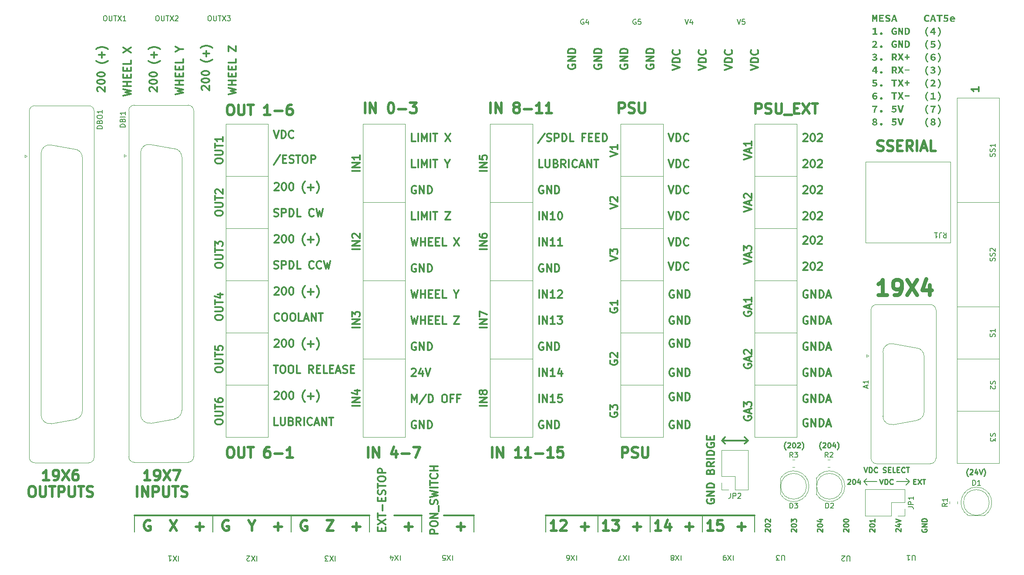
<source format=gbr>
%TF.GenerationSoftware,KiCad,Pcbnew,7.0.1*%
%TF.CreationDate,2023-04-16T18:01:34+03:00*%
%TF.ProjectId,maho-io,6d61686f-2d69-46f2-9e6b-696361645f70,rev?*%
%TF.SameCoordinates,PX44c0190PY8a4fb70*%
%TF.FileFunction,Legend,Top*%
%TF.FilePolarity,Positive*%
%FSLAX46Y46*%
G04 Gerber Fmt 4.6, Leading zero omitted, Abs format (unit mm)*
G04 Created by KiCad (PCBNEW 7.0.1) date 2023-04-16 18:01:34*
%MOMM*%
%LPD*%
G01*
G04 APERTURE LIST*
%ADD10C,0.375000*%
%ADD11C,0.300000*%
%ADD12C,0.250000*%
%ADD13C,0.500000*%
%ADD14C,0.150000*%
%ADD15C,0.750000*%
%ADD16C,0.120000*%
G04 APERTURE END LIST*
D10*
X34827285Y94261715D02*
X34755857Y94333143D01*
X34755857Y94333143D02*
X34684428Y94476000D01*
X34684428Y94476000D02*
X34684428Y94833143D01*
X34684428Y94833143D02*
X34755857Y94976000D01*
X34755857Y94976000D02*
X34827285Y95047429D01*
X34827285Y95047429D02*
X34970142Y95118858D01*
X34970142Y95118858D02*
X35113000Y95118858D01*
X35113000Y95118858D02*
X35327285Y95047429D01*
X35327285Y95047429D02*
X36184428Y94190286D01*
X36184428Y94190286D02*
X36184428Y95118858D01*
X34684428Y96047429D02*
X34684428Y96190286D01*
X34684428Y96190286D02*
X34755857Y96333143D01*
X34755857Y96333143D02*
X34827285Y96404571D01*
X34827285Y96404571D02*
X34970142Y96476000D01*
X34970142Y96476000D02*
X35255857Y96547429D01*
X35255857Y96547429D02*
X35613000Y96547429D01*
X35613000Y96547429D02*
X35898714Y96476000D01*
X35898714Y96476000D02*
X36041571Y96404571D01*
X36041571Y96404571D02*
X36113000Y96333143D01*
X36113000Y96333143D02*
X36184428Y96190286D01*
X36184428Y96190286D02*
X36184428Y96047429D01*
X36184428Y96047429D02*
X36113000Y95904571D01*
X36113000Y95904571D02*
X36041571Y95833143D01*
X36041571Y95833143D02*
X35898714Y95761714D01*
X35898714Y95761714D02*
X35613000Y95690286D01*
X35613000Y95690286D02*
X35255857Y95690286D01*
X35255857Y95690286D02*
X34970142Y95761714D01*
X34970142Y95761714D02*
X34827285Y95833143D01*
X34827285Y95833143D02*
X34755857Y95904571D01*
X34755857Y95904571D02*
X34684428Y96047429D01*
X34684428Y97476000D02*
X34684428Y97618857D01*
X34684428Y97618857D02*
X34755857Y97761714D01*
X34755857Y97761714D02*
X34827285Y97833142D01*
X34827285Y97833142D02*
X34970142Y97904571D01*
X34970142Y97904571D02*
X35255857Y97976000D01*
X35255857Y97976000D02*
X35613000Y97976000D01*
X35613000Y97976000D02*
X35898714Y97904571D01*
X35898714Y97904571D02*
X36041571Y97833142D01*
X36041571Y97833142D02*
X36113000Y97761714D01*
X36113000Y97761714D02*
X36184428Y97618857D01*
X36184428Y97618857D02*
X36184428Y97476000D01*
X36184428Y97476000D02*
X36113000Y97333142D01*
X36113000Y97333142D02*
X36041571Y97261714D01*
X36041571Y97261714D02*
X35898714Y97190285D01*
X35898714Y97190285D02*
X35613000Y97118857D01*
X35613000Y97118857D02*
X35255857Y97118857D01*
X35255857Y97118857D02*
X34970142Y97190285D01*
X34970142Y97190285D02*
X34827285Y97261714D01*
X34827285Y97261714D02*
X34755857Y97333142D01*
X34755857Y97333142D02*
X34684428Y97476000D01*
X36755857Y100190285D02*
X36684428Y100118856D01*
X36684428Y100118856D02*
X36470142Y99975999D01*
X36470142Y99975999D02*
X36327285Y99904570D01*
X36327285Y99904570D02*
X36113000Y99833142D01*
X36113000Y99833142D02*
X35755857Y99761713D01*
X35755857Y99761713D02*
X35470142Y99761713D01*
X35470142Y99761713D02*
X35113000Y99833142D01*
X35113000Y99833142D02*
X34898714Y99904570D01*
X34898714Y99904570D02*
X34755857Y99975999D01*
X34755857Y99975999D02*
X34541571Y100118856D01*
X34541571Y100118856D02*
X34470142Y100190285D01*
X35613000Y100761713D02*
X35613000Y101904570D01*
X36184428Y101333142D02*
X35041571Y101333142D01*
X36755857Y102475999D02*
X36684428Y102547428D01*
X36684428Y102547428D02*
X36470142Y102690285D01*
X36470142Y102690285D02*
X36327285Y102761713D01*
X36327285Y102761713D02*
X36113000Y102833142D01*
X36113000Y102833142D02*
X35755857Y102904571D01*
X35755857Y102904571D02*
X35470142Y102904571D01*
X35470142Y102904571D02*
X35113000Y102833142D01*
X35113000Y102833142D02*
X34898714Y102761713D01*
X34898714Y102761713D02*
X34755857Y102690285D01*
X34755857Y102690285D02*
X34541571Y102547428D01*
X34541571Y102547428D02*
X34470142Y102475999D01*
X24667285Y94007715D02*
X24595857Y94079143D01*
X24595857Y94079143D02*
X24524428Y94222000D01*
X24524428Y94222000D02*
X24524428Y94579143D01*
X24524428Y94579143D02*
X24595857Y94722000D01*
X24595857Y94722000D02*
X24667285Y94793429D01*
X24667285Y94793429D02*
X24810142Y94864858D01*
X24810142Y94864858D02*
X24953000Y94864858D01*
X24953000Y94864858D02*
X25167285Y94793429D01*
X25167285Y94793429D02*
X26024428Y93936286D01*
X26024428Y93936286D02*
X26024428Y94864858D01*
X24524428Y95793429D02*
X24524428Y95936286D01*
X24524428Y95936286D02*
X24595857Y96079143D01*
X24595857Y96079143D02*
X24667285Y96150571D01*
X24667285Y96150571D02*
X24810142Y96222000D01*
X24810142Y96222000D02*
X25095857Y96293429D01*
X25095857Y96293429D02*
X25453000Y96293429D01*
X25453000Y96293429D02*
X25738714Y96222000D01*
X25738714Y96222000D02*
X25881571Y96150571D01*
X25881571Y96150571D02*
X25953000Y96079143D01*
X25953000Y96079143D02*
X26024428Y95936286D01*
X26024428Y95936286D02*
X26024428Y95793429D01*
X26024428Y95793429D02*
X25953000Y95650571D01*
X25953000Y95650571D02*
X25881571Y95579143D01*
X25881571Y95579143D02*
X25738714Y95507714D01*
X25738714Y95507714D02*
X25453000Y95436286D01*
X25453000Y95436286D02*
X25095857Y95436286D01*
X25095857Y95436286D02*
X24810142Y95507714D01*
X24810142Y95507714D02*
X24667285Y95579143D01*
X24667285Y95579143D02*
X24595857Y95650571D01*
X24595857Y95650571D02*
X24524428Y95793429D01*
X24524428Y97222000D02*
X24524428Y97364857D01*
X24524428Y97364857D02*
X24595857Y97507714D01*
X24595857Y97507714D02*
X24667285Y97579142D01*
X24667285Y97579142D02*
X24810142Y97650571D01*
X24810142Y97650571D02*
X25095857Y97722000D01*
X25095857Y97722000D02*
X25453000Y97722000D01*
X25453000Y97722000D02*
X25738714Y97650571D01*
X25738714Y97650571D02*
X25881571Y97579142D01*
X25881571Y97579142D02*
X25953000Y97507714D01*
X25953000Y97507714D02*
X26024428Y97364857D01*
X26024428Y97364857D02*
X26024428Y97222000D01*
X26024428Y97222000D02*
X25953000Y97079142D01*
X25953000Y97079142D02*
X25881571Y97007714D01*
X25881571Y97007714D02*
X25738714Y96936285D01*
X25738714Y96936285D02*
X25453000Y96864857D01*
X25453000Y96864857D02*
X25095857Y96864857D01*
X25095857Y96864857D02*
X24810142Y96936285D01*
X24810142Y96936285D02*
X24667285Y97007714D01*
X24667285Y97007714D02*
X24595857Y97079142D01*
X24595857Y97079142D02*
X24524428Y97222000D01*
X26595857Y99936285D02*
X26524428Y99864856D01*
X26524428Y99864856D02*
X26310142Y99721999D01*
X26310142Y99721999D02*
X26167285Y99650570D01*
X26167285Y99650570D02*
X25953000Y99579142D01*
X25953000Y99579142D02*
X25595857Y99507713D01*
X25595857Y99507713D02*
X25310142Y99507713D01*
X25310142Y99507713D02*
X24953000Y99579142D01*
X24953000Y99579142D02*
X24738714Y99650570D01*
X24738714Y99650570D02*
X24595857Y99721999D01*
X24595857Y99721999D02*
X24381571Y99864856D01*
X24381571Y99864856D02*
X24310142Y99936285D01*
X25453000Y100507713D02*
X25453000Y101650570D01*
X26024428Y101079142D02*
X24881571Y101079142D01*
X26595857Y102221999D02*
X26524428Y102293428D01*
X26524428Y102293428D02*
X26310142Y102436285D01*
X26310142Y102436285D02*
X26167285Y102507713D01*
X26167285Y102507713D02*
X25953000Y102579142D01*
X25953000Y102579142D02*
X25595857Y102650571D01*
X25595857Y102650571D02*
X25310142Y102650571D01*
X25310142Y102650571D02*
X24953000Y102579142D01*
X24953000Y102579142D02*
X24738714Y102507713D01*
X24738714Y102507713D02*
X24595857Y102436285D01*
X24595857Y102436285D02*
X24381571Y102293428D01*
X24381571Y102293428D02*
X24310142Y102221999D01*
D11*
X101600000Y11430000D02*
X142240000Y11430000D01*
X67310000Y11430000D02*
X21590000Y11430000D01*
X77470000Y11430000D02*
X72182000Y11426000D01*
X87630000Y11430000D02*
X81834000Y11426000D01*
D10*
X80634428Y7902571D02*
X79134428Y7902571D01*
X79134428Y7902571D02*
X79134428Y8474000D01*
X79134428Y8474000D02*
X79205857Y8616857D01*
X79205857Y8616857D02*
X79277285Y8688286D01*
X79277285Y8688286D02*
X79420142Y8759714D01*
X79420142Y8759714D02*
X79634428Y8759714D01*
X79634428Y8759714D02*
X79777285Y8688286D01*
X79777285Y8688286D02*
X79848714Y8616857D01*
X79848714Y8616857D02*
X79920142Y8474000D01*
X79920142Y8474000D02*
X79920142Y7902571D01*
X79134428Y9688286D02*
X79134428Y9974000D01*
X79134428Y9974000D02*
X79205857Y10116857D01*
X79205857Y10116857D02*
X79348714Y10259714D01*
X79348714Y10259714D02*
X79634428Y10331143D01*
X79634428Y10331143D02*
X80134428Y10331143D01*
X80134428Y10331143D02*
X80420142Y10259714D01*
X80420142Y10259714D02*
X80563000Y10116857D01*
X80563000Y10116857D02*
X80634428Y9974000D01*
X80634428Y9974000D02*
X80634428Y9688286D01*
X80634428Y9688286D02*
X80563000Y9545428D01*
X80563000Y9545428D02*
X80420142Y9402571D01*
X80420142Y9402571D02*
X80134428Y9331143D01*
X80134428Y9331143D02*
X79634428Y9331143D01*
X79634428Y9331143D02*
X79348714Y9402571D01*
X79348714Y9402571D02*
X79205857Y9545428D01*
X79205857Y9545428D02*
X79134428Y9688286D01*
X80634428Y10974000D02*
X79134428Y10974000D01*
X79134428Y10974000D02*
X80634428Y11831143D01*
X80634428Y11831143D02*
X79134428Y11831143D01*
X80777285Y12188286D02*
X80777285Y13331144D01*
X80563000Y13616858D02*
X80634428Y13831143D01*
X80634428Y13831143D02*
X80634428Y14188286D01*
X80634428Y14188286D02*
X80563000Y14331143D01*
X80563000Y14331143D02*
X80491571Y14402572D01*
X80491571Y14402572D02*
X80348714Y14474001D01*
X80348714Y14474001D02*
X80205857Y14474001D01*
X80205857Y14474001D02*
X80063000Y14402572D01*
X80063000Y14402572D02*
X79991571Y14331143D01*
X79991571Y14331143D02*
X79920142Y14188286D01*
X79920142Y14188286D02*
X79848714Y13902572D01*
X79848714Y13902572D02*
X79777285Y13759715D01*
X79777285Y13759715D02*
X79705857Y13688286D01*
X79705857Y13688286D02*
X79563000Y13616858D01*
X79563000Y13616858D02*
X79420142Y13616858D01*
X79420142Y13616858D02*
X79277285Y13688286D01*
X79277285Y13688286D02*
X79205857Y13759715D01*
X79205857Y13759715D02*
X79134428Y13902572D01*
X79134428Y13902572D02*
X79134428Y14259715D01*
X79134428Y14259715D02*
X79205857Y14474001D01*
X79134428Y14974000D02*
X80634428Y15331143D01*
X80634428Y15331143D02*
X79563000Y15616857D01*
X79563000Y15616857D02*
X80634428Y15902572D01*
X80634428Y15902572D02*
X79134428Y16259714D01*
X80634428Y16831143D02*
X79134428Y16831143D01*
X79134428Y17331144D02*
X79134428Y18188286D01*
X80634428Y17759715D02*
X79134428Y17759715D01*
X80491571Y19545429D02*
X80563000Y19474001D01*
X80563000Y19474001D02*
X80634428Y19259715D01*
X80634428Y19259715D02*
X80634428Y19116858D01*
X80634428Y19116858D02*
X80563000Y18902572D01*
X80563000Y18902572D02*
X80420142Y18759715D01*
X80420142Y18759715D02*
X80277285Y18688286D01*
X80277285Y18688286D02*
X79991571Y18616858D01*
X79991571Y18616858D02*
X79777285Y18616858D01*
X79777285Y18616858D02*
X79491571Y18688286D01*
X79491571Y18688286D02*
X79348714Y18759715D01*
X79348714Y18759715D02*
X79205857Y18902572D01*
X79205857Y18902572D02*
X79134428Y19116858D01*
X79134428Y19116858D02*
X79134428Y19259715D01*
X79134428Y19259715D02*
X79205857Y19474001D01*
X79205857Y19474001D02*
X79277285Y19545429D01*
X80634428Y20188286D02*
X79134428Y20188286D01*
X79848714Y20188286D02*
X79848714Y21045429D01*
X80634428Y21045429D02*
X79134428Y21045429D01*
X185917428Y94864858D02*
X185917428Y94007715D01*
X185917428Y94436286D02*
X184417428Y94436286D01*
X184417428Y94436286D02*
X184631714Y94293429D01*
X184631714Y94293429D02*
X184774571Y94150572D01*
X184774571Y94150572D02*
X184846000Y94007715D01*
G36*
X165141365Y107533000D02*
G01*
X165141365Y108916392D01*
X165466330Y108916392D01*
X165601519Y108426197D01*
X165647681Y108235321D01*
X165656473Y108235321D01*
X165702635Y108426197D01*
X165837824Y108916392D01*
X166162789Y108916392D01*
X166162789Y107533000D01*
X165901205Y107533000D01*
X165901205Y107961647D01*
X165901268Y107976399D01*
X165901457Y107992078D01*
X165901771Y108008684D01*
X165902212Y108026218D01*
X165902779Y108044680D01*
X165903472Y108064068D01*
X165904074Y108079219D01*
X165904747Y108094890D01*
X165905235Y108105628D01*
X165906075Y108122012D01*
X165906948Y108138468D01*
X165907853Y108154994D01*
X165908790Y108171591D01*
X165909759Y108188258D01*
X165910760Y108204997D01*
X165911794Y108221806D01*
X165912860Y108238687D01*
X165913958Y108255638D01*
X165915088Y108272660D01*
X165915859Y108284047D01*
X165917037Y108301104D01*
X165918233Y108318063D01*
X165919450Y108334926D01*
X165920685Y108351693D01*
X165921940Y108368363D01*
X165923214Y108384936D01*
X165924507Y108401413D01*
X165925820Y108417793D01*
X165927152Y108434077D01*
X165928503Y108450264D01*
X165929415Y108461001D01*
X165930825Y108476874D01*
X165932171Y108492205D01*
X165933453Y108506996D01*
X165935061Y108525875D01*
X165936555Y108543792D01*
X165937935Y108560748D01*
X165939200Y108576742D01*
X165940351Y108591775D01*
X165941138Y108602418D01*
X165934910Y108602418D01*
X165829397Y108233123D01*
X165723884Y107900097D01*
X165571843Y107900097D01*
X165464132Y108233123D01*
X165365214Y108602418D01*
X165358619Y108602418D01*
X165360671Y108584379D01*
X165362300Y108568865D01*
X165363917Y108552390D01*
X165365522Y108534954D01*
X165367117Y108516555D01*
X165368700Y108497195D01*
X165369879Y108482044D01*
X165371052Y108466352D01*
X165371442Y108461001D01*
X165372610Y108444879D01*
X165373778Y108428660D01*
X165374945Y108412344D01*
X165376113Y108395931D01*
X165377281Y108379423D01*
X165378449Y108362817D01*
X165379616Y108346115D01*
X165380784Y108329316D01*
X165381952Y108312421D01*
X165383120Y108295429D01*
X165383898Y108284047D01*
X165385112Y108266978D01*
X165386281Y108249980D01*
X165387405Y108233052D01*
X165388484Y108216195D01*
X165389517Y108199410D01*
X165390506Y108182695D01*
X165391449Y108166050D01*
X165392348Y108149477D01*
X165393201Y108132975D01*
X165394009Y108116543D01*
X165394523Y108105628D01*
X165395309Y108089608D01*
X165396017Y108074111D01*
X165396648Y108059134D01*
X165397369Y108039977D01*
X165397953Y108021748D01*
X165398400Y108004446D01*
X165398709Y107988071D01*
X165398881Y107972624D01*
X165398919Y107961647D01*
X165398919Y107533000D01*
X165141365Y107533000D01*
G37*
G36*
X166472000Y107533000D02*
G01*
X166472000Y108916392D01*
X167383515Y108916392D01*
X167383515Y108658472D01*
X166784143Y108658472D01*
X166784143Y108377104D01*
X167293023Y108377104D01*
X167293023Y108119183D01*
X166784143Y108119183D01*
X166784143Y107790921D01*
X167404764Y107790921D01*
X167404764Y107533000D01*
X166472000Y107533000D01*
G37*
G36*
X168165336Y107509553D02*
G01*
X168147945Y107509739D01*
X168130577Y107510297D01*
X168113232Y107511228D01*
X168095910Y107512530D01*
X168078611Y107514204D01*
X168061334Y107516251D01*
X168044081Y107518669D01*
X168026850Y107521460D01*
X168009642Y107524623D01*
X167992458Y107528158D01*
X167975296Y107532065D01*
X167958157Y107536344D01*
X167941041Y107540995D01*
X167923948Y107546018D01*
X167906877Y107551413D01*
X167889830Y107557181D01*
X167872934Y107563364D01*
X167856227Y107569917D01*
X167839710Y107576840D01*
X167823381Y107584131D01*
X167807241Y107591792D01*
X167791289Y107599822D01*
X167775527Y107608221D01*
X167759954Y107616990D01*
X167744569Y107626127D01*
X167729374Y107635634D01*
X167714367Y107645510D01*
X167699549Y107655755D01*
X167684921Y107666370D01*
X167670481Y107677354D01*
X167656230Y107688707D01*
X167642168Y107700429D01*
X167821686Y107911088D01*
X167836447Y107899407D01*
X167851465Y107888132D01*
X167866740Y107877262D01*
X167882274Y107866798D01*
X167898065Y107856740D01*
X167914113Y107847088D01*
X167930419Y107837841D01*
X167946983Y107829000D01*
X167963804Y107820565D01*
X167980883Y107812535D01*
X167992412Y107807407D01*
X168009931Y107800271D01*
X168027591Y107793836D01*
X168045394Y107788103D01*
X168063338Y107783073D01*
X168081423Y107778744D01*
X168099651Y107775117D01*
X168118020Y107772192D01*
X168136530Y107769969D01*
X168155183Y107768449D01*
X168173977Y107767630D01*
X168186585Y107767474D01*
X168205127Y107767783D01*
X168222696Y107768710D01*
X168239293Y107770256D01*
X168254918Y107772420D01*
X168269570Y107775202D01*
X168287593Y107779873D01*
X168303888Y107785643D01*
X168318454Y107792512D01*
X168331291Y107800481D01*
X168334230Y107802645D01*
X168347634Y107814110D01*
X168358766Y107826523D01*
X168367627Y107839884D01*
X168374215Y107854193D01*
X168378532Y107869451D01*
X168380576Y107885656D01*
X168380758Y107892404D01*
X168380039Y107908174D01*
X168377883Y107922788D01*
X168373658Y107938072D01*
X168367556Y107951845D01*
X168365737Y107955052D01*
X168357608Y107967325D01*
X168347877Y107978866D01*
X168336542Y107989674D01*
X168323605Y107999749D01*
X168311113Y108008299D01*
X168297359Y108016639D01*
X168282342Y108024768D01*
X168268466Y108031569D01*
X168256194Y108037118D01*
X168240910Y108043867D01*
X168225007Y108050925D01*
X168211283Y108057043D01*
X168197129Y108063376D01*
X168182546Y108069923D01*
X168167534Y108076685D01*
X167990214Y108152889D01*
X167976063Y108158396D01*
X167962004Y108164292D01*
X167948036Y108170577D01*
X167934160Y108177252D01*
X167920376Y108184316D01*
X167906683Y108191769D01*
X167893081Y108199612D01*
X167879572Y108207843D01*
X167866320Y108216453D01*
X167853491Y108225429D01*
X167841086Y108234771D01*
X167829105Y108244480D01*
X167817547Y108254555D01*
X167806413Y108264996D01*
X167795703Y108275804D01*
X167785416Y108286978D01*
X167775679Y108298650D01*
X167766434Y108310769D01*
X167757681Y108323334D01*
X167749421Y108336346D01*
X167741653Y108349804D01*
X167734377Y108363709D01*
X167727594Y108378060D01*
X167721302Y108392857D01*
X167715635Y108408216D01*
X167710724Y108424067D01*
X167706568Y108440410D01*
X167703167Y108457246D01*
X167700523Y108474574D01*
X167698634Y108492394D01*
X167697500Y108510707D01*
X167697122Y108529511D01*
X167697444Y108545296D01*
X167698410Y108560913D01*
X167700020Y108576362D01*
X167702274Y108591644D01*
X167705172Y108606759D01*
X167708714Y108621706D01*
X167712900Y108636486D01*
X167717730Y108651098D01*
X167723204Y108665543D01*
X167729322Y108679821D01*
X167733759Y108689246D01*
X167740954Y108703161D01*
X167748665Y108716741D01*
X167756891Y108729986D01*
X167765632Y108742896D01*
X167774889Y108755471D01*
X167784660Y108767711D01*
X167794947Y108779616D01*
X167805749Y108791187D01*
X167817067Y108802423D01*
X167828899Y108813323D01*
X167837073Y108820405D01*
X167849804Y108830699D01*
X167862992Y108840562D01*
X167876638Y108849993D01*
X167890740Y108858993D01*
X167905300Y108867561D01*
X167920317Y108875698D01*
X167935791Y108883404D01*
X167951723Y108890678D01*
X167968111Y108897520D01*
X167984957Y108903931D01*
X167996442Y108907966D01*
X168014054Y108913662D01*
X168031995Y108918798D01*
X168050264Y108923373D01*
X168068862Y108927389D01*
X168087788Y108930844D01*
X168107042Y108933738D01*
X168126625Y108936073D01*
X168146537Y108937847D01*
X168166777Y108939061D01*
X168187345Y108939715D01*
X168201240Y108939839D01*
X168217050Y108939665D01*
X168232793Y108939141D01*
X168248466Y108938268D01*
X168264071Y108937046D01*
X168279607Y108935474D01*
X168295075Y108933554D01*
X168310473Y108931284D01*
X168325803Y108928665D01*
X168341065Y108925697D01*
X168356257Y108922380D01*
X168371381Y108918713D01*
X168386437Y108914698D01*
X168401423Y108910333D01*
X168416341Y108905619D01*
X168431190Y108900555D01*
X168445971Y108895143D01*
X168460671Y108889397D01*
X168475188Y108883333D01*
X168489522Y108876952D01*
X168503673Y108870253D01*
X168517641Y108863236D01*
X168531425Y108855902D01*
X168545027Y108848250D01*
X168558445Y108840280D01*
X168571680Y108831992D01*
X168584731Y108823387D01*
X168597600Y108814464D01*
X168610285Y108805223D01*
X168622787Y108795665D01*
X168635106Y108785789D01*
X168647242Y108775595D01*
X168659195Y108765084D01*
X168500926Y108572376D01*
X168487462Y108582052D01*
X168473998Y108591297D01*
X168460534Y108600110D01*
X168447070Y108608491D01*
X168433606Y108616442D01*
X168420142Y108623960D01*
X168406678Y108631048D01*
X168393214Y108637703D01*
X168379751Y108643928D01*
X168366287Y108649720D01*
X168357311Y108653342D01*
X168338981Y108660040D01*
X168324618Y108664477D01*
X168309726Y108668412D01*
X168294307Y108671845D01*
X168278359Y108674775D01*
X168261884Y108677203D01*
X168244880Y108679128D01*
X168227348Y108680551D01*
X168209288Y108681472D01*
X168190700Y108681891D01*
X168184387Y108681919D01*
X168165353Y108681404D01*
X168147270Y108679858D01*
X168130136Y108677282D01*
X168113953Y108673676D01*
X168098721Y108669039D01*
X168084438Y108663372D01*
X168071106Y108656674D01*
X168058724Y108648946D01*
X168045109Y108637891D01*
X168033801Y108625333D01*
X168024801Y108611272D01*
X168018109Y108595709D01*
X168013724Y108578643D01*
X168011878Y108563908D01*
X168011463Y108552226D01*
X168012436Y108536839D01*
X168015355Y108522367D01*
X168021742Y108505566D01*
X168031169Y108490196D01*
X168040901Y108478930D01*
X168052579Y108468580D01*
X168066203Y108459146D01*
X168073745Y108454773D01*
X168089922Y108446204D01*
X168107313Y108437531D01*
X168121152Y108430959D01*
X168135675Y108424329D01*
X168150879Y108417641D01*
X168166767Y108410895D01*
X168183337Y108404091D01*
X168200590Y108397229D01*
X168218525Y108390310D01*
X168237143Y108383332D01*
X168403839Y108311525D01*
X168420785Y108305010D01*
X168437275Y108298198D01*
X168453311Y108291088D01*
X168468892Y108283681D01*
X168484017Y108275976D01*
X168498687Y108267973D01*
X168512902Y108259673D01*
X168526663Y108251074D01*
X168539968Y108242179D01*
X168552818Y108232985D01*
X168565212Y108223494D01*
X168577152Y108213705D01*
X168588637Y108203619D01*
X168599666Y108193235D01*
X168610241Y108182553D01*
X168620360Y108171573D01*
X168629943Y108160268D01*
X168638907Y108148515D01*
X168647254Y108136317D01*
X168654982Y108123671D01*
X168662091Y108110579D01*
X168668583Y108097041D01*
X168674456Y108083056D01*
X168679711Y108068625D01*
X168684348Y108053747D01*
X168688367Y108038423D01*
X168691767Y108022652D01*
X168694549Y108006435D01*
X168696713Y107989771D01*
X168698258Y107972661D01*
X168699186Y107955104D01*
X168699495Y107937100D01*
X168699179Y107920904D01*
X168698233Y107904875D01*
X168696655Y107889013D01*
X168694446Y107873319D01*
X168691606Y107857792D01*
X168688135Y107842432D01*
X168684033Y107827240D01*
X168679299Y107812216D01*
X168673935Y107797359D01*
X168667939Y107782669D01*
X168663591Y107772969D01*
X168656579Y107758642D01*
X168649007Y107744650D01*
X168640874Y107730993D01*
X168632181Y107717671D01*
X168622928Y107704684D01*
X168613115Y107692031D01*
X168602741Y107679714D01*
X168591807Y107667731D01*
X168580312Y107656083D01*
X168568258Y107644770D01*
X168559910Y107637414D01*
X168546990Y107626760D01*
X168533510Y107616506D01*
X168519470Y107606650D01*
X168504870Y107597194D01*
X168489709Y107588138D01*
X168473988Y107579480D01*
X168457706Y107571222D01*
X168440865Y107563363D01*
X168423463Y107555903D01*
X168405501Y107548843D01*
X168393214Y107544358D01*
X168374403Y107538138D01*
X168355064Y107532530D01*
X168335197Y107527533D01*
X168314801Y107523149D01*
X168293877Y107519376D01*
X168272426Y107516215D01*
X168257831Y107514448D01*
X168243002Y107512952D01*
X168227938Y107511728D01*
X168212640Y107510777D01*
X168197107Y107510097D01*
X168181339Y107509689D01*
X168165336Y107509553D01*
G37*
G36*
X170042586Y107533000D02*
G01*
X169713591Y107533000D01*
X169631159Y107861263D01*
X169215336Y107861263D01*
X169131072Y107533000D01*
X168814533Y107533000D01*
X168988749Y108095736D01*
X169278717Y108095736D01*
X169567778Y108095736D01*
X169536271Y108225429D01*
X169531100Y108245319D01*
X169525890Y108265421D01*
X169520641Y108285736D01*
X169515354Y108306264D01*
X169510028Y108327004D01*
X169504663Y108347956D01*
X169499260Y108369121D01*
X169495637Y108383350D01*
X169491996Y108397672D01*
X169488338Y108412089D01*
X169484663Y108426601D01*
X169480971Y108441206D01*
X169479118Y108448545D01*
X169475477Y108463268D01*
X169471882Y108477946D01*
X169468333Y108492577D01*
X169464830Y108507163D01*
X169461372Y108521703D01*
X169457961Y108536197D01*
X169454595Y108550646D01*
X169451274Y108565049D01*
X169448000Y108579406D01*
X169444771Y108593717D01*
X169440014Y108615097D01*
X169435360Y108636375D01*
X169430810Y108657550D01*
X169426362Y108678622D01*
X169417935Y108678622D01*
X169413176Y108657550D01*
X169408378Y108636375D01*
X169403542Y108615097D01*
X169398667Y108593717D01*
X169395395Y108579406D01*
X169392107Y108565049D01*
X169388801Y108550646D01*
X169385478Y108536197D01*
X169382138Y108521703D01*
X169378780Y108507163D01*
X169375406Y108492577D01*
X169372014Y108477946D01*
X169368605Y108463268D01*
X169365179Y108448545D01*
X169361744Y108433892D01*
X169358310Y108419333D01*
X169354875Y108404869D01*
X169351440Y108390499D01*
X169348006Y108376224D01*
X169342854Y108354988D01*
X169337702Y108333964D01*
X169332550Y108313154D01*
X169327398Y108292555D01*
X169322246Y108272169D01*
X169317094Y108251996D01*
X169311942Y108232035D01*
X169310224Y108225429D01*
X169278717Y108095736D01*
X168988749Y108095736D01*
X169242813Y108916392D01*
X169614307Y108916392D01*
X170042586Y107533000D01*
G37*
G36*
X175841034Y107509553D02*
G01*
X175824968Y107509731D01*
X175809011Y107510263D01*
X175793163Y107511150D01*
X175777424Y107512393D01*
X175761793Y107513990D01*
X175746271Y107515942D01*
X175730858Y107518249D01*
X175715554Y107520910D01*
X175700358Y107523927D01*
X175685272Y107527299D01*
X175670294Y107531026D01*
X175655424Y107535107D01*
X175640664Y107539544D01*
X175626012Y107544335D01*
X175611469Y107549481D01*
X175597035Y107554982D01*
X175582763Y107560830D01*
X175568705Y107567015D01*
X175554862Y107573538D01*
X175541233Y107580399D01*
X175527819Y107587597D01*
X175514620Y107595134D01*
X175501636Y107603008D01*
X175488866Y107611219D01*
X175476311Y107619769D01*
X175463970Y107628656D01*
X175451845Y107637881D01*
X175439934Y107647444D01*
X175428237Y107657344D01*
X175416755Y107667582D01*
X175405488Y107678158D01*
X175394436Y107689072D01*
X175383631Y107700369D01*
X175373106Y107712004D01*
X175362862Y107723976D01*
X175352899Y107736287D01*
X175343216Y107748935D01*
X175333814Y107761921D01*
X175324692Y107775245D01*
X175315851Y107788906D01*
X175307290Y107802905D01*
X175299009Y107817242D01*
X175291009Y107831917D01*
X175283290Y107846929D01*
X175275851Y107862279D01*
X175268693Y107877967D01*
X175261815Y107893992D01*
X175255217Y107910356D01*
X175248962Y107927050D01*
X175243110Y107944067D01*
X175237662Y107961408D01*
X175232617Y107979072D01*
X175227976Y107997060D01*
X175223739Y108015371D01*
X175219905Y108034005D01*
X175216474Y108052963D01*
X175213447Y108072244D01*
X175210824Y108091849D01*
X175208605Y108111777D01*
X175206788Y108132029D01*
X175205376Y108152604D01*
X175204367Y108173503D01*
X175203762Y108194724D01*
X175203560Y108216270D01*
X175203757Y108237556D01*
X175204350Y108258551D01*
X175205337Y108279253D01*
X175206720Y108299664D01*
X175208497Y108319782D01*
X175210670Y108339609D01*
X175213237Y108359143D01*
X175216199Y108378386D01*
X175219557Y108397337D01*
X175223309Y108415996D01*
X175227457Y108434363D01*
X175231999Y108452437D01*
X175236936Y108470220D01*
X175242269Y108487711D01*
X175247996Y108504911D01*
X175254118Y108521818D01*
X175260630Y108538463D01*
X175267433Y108554785D01*
X175274529Y108570783D01*
X175281916Y108586458D01*
X175289595Y108601810D01*
X175297567Y108616838D01*
X175305830Y108631542D01*
X175314385Y108645924D01*
X175323232Y108659981D01*
X175332371Y108673716D01*
X175341802Y108687127D01*
X175351525Y108700214D01*
X175361540Y108712978D01*
X175371847Y108725419D01*
X175382446Y108737536D01*
X175393337Y108749330D01*
X175404542Y108760789D01*
X175415994Y108771901D01*
X175427692Y108782668D01*
X175439636Y108793088D01*
X175451826Y108803161D01*
X175464262Y108812888D01*
X175476945Y108822269D01*
X175489874Y108831304D01*
X175503048Y108839992D01*
X175516469Y108848334D01*
X175530136Y108856330D01*
X175544050Y108863979D01*
X175558209Y108871282D01*
X175572615Y108878239D01*
X175587266Y108884849D01*
X175602164Y108891113D01*
X175617295Y108897013D01*
X175632555Y108902533D01*
X175647944Y108907672D01*
X175663462Y108912431D01*
X175679108Y108916808D01*
X175694883Y108920806D01*
X175710787Y108924422D01*
X175726820Y108927658D01*
X175742981Y108930513D01*
X175759271Y108932987D01*
X175775691Y108935081D01*
X175792239Y108936794D01*
X175808915Y108938126D01*
X175825721Y108939078D01*
X175842655Y108939649D01*
X175859718Y108939839D01*
X175876013Y108939636D01*
X175892107Y108939026D01*
X175908001Y108938010D01*
X175923695Y108936588D01*
X175939188Y108934759D01*
X175954481Y108932523D01*
X175969573Y108929882D01*
X175984465Y108926833D01*
X175999157Y108923379D01*
X176013649Y108919518D01*
X176027940Y108915250D01*
X176042030Y108910576D01*
X176055921Y108905496D01*
X176069611Y108900009D01*
X176083100Y108894115D01*
X176096390Y108887816D01*
X176115858Y108878014D01*
X176134695Y108867980D01*
X176152901Y108857715D01*
X176170475Y108847218D01*
X176187419Y108836489D01*
X176203731Y108825528D01*
X176219413Y108814335D01*
X176234463Y108802911D01*
X176248882Y108791254D01*
X176262670Y108779366D01*
X176271512Y108771312D01*
X176100420Y108582634D01*
X176088175Y108593453D01*
X176075621Y108603746D01*
X176062758Y108613512D01*
X176049587Y108622751D01*
X176036105Y108631464D01*
X176022315Y108639650D01*
X176008216Y108647309D01*
X175993808Y108654442D01*
X175979050Y108660882D01*
X175963720Y108666463D01*
X175947817Y108671186D01*
X175931342Y108675050D01*
X175914295Y108678055D01*
X175896675Y108680202D01*
X175878483Y108681490D01*
X175859718Y108681919D01*
X175841503Y108681427D01*
X175823677Y108679950D01*
X175806241Y108677488D01*
X175789193Y108674042D01*
X175772535Y108669611D01*
X175756266Y108664196D01*
X175740387Y108657796D01*
X175724896Y108650412D01*
X175709847Y108642111D01*
X175695289Y108632963D01*
X175681224Y108622969D01*
X175667652Y108612126D01*
X175654571Y108600437D01*
X175641983Y108587901D01*
X175629888Y108574517D01*
X175618284Y108560286D01*
X175607242Y108545311D01*
X175596829Y108529511D01*
X175587046Y108512888D01*
X175580122Y108499879D01*
X175573552Y108486406D01*
X175567336Y108472470D01*
X175561475Y108458070D01*
X175555968Y108443207D01*
X175550815Y108427880D01*
X175547576Y108417404D01*
X175543058Y108401411D01*
X175538985Y108385032D01*
X175535356Y108368267D01*
X175532171Y108351115D01*
X175529431Y108333577D01*
X175527135Y108315652D01*
X175525284Y108297341D01*
X175523877Y108278643D01*
X175522914Y108259560D01*
X175522396Y108240089D01*
X175522297Y108226894D01*
X175522676Y108199938D01*
X175523814Y108173749D01*
X175525710Y108148326D01*
X175528365Y108123671D01*
X175531778Y108099783D01*
X175535950Y108076662D01*
X175540880Y108054308D01*
X175546568Y108032721D01*
X175553016Y108011902D01*
X175560221Y107991849D01*
X175568185Y107972563D01*
X175576908Y107954045D01*
X175586389Y107936293D01*
X175596629Y107919309D01*
X175607627Y107903091D01*
X175619383Y107887641D01*
X175631750Y107873090D01*
X175644577Y107859477D01*
X175657864Y107846803D01*
X175671613Y107835068D01*
X175685823Y107824272D01*
X175700493Y107814414D01*
X175715624Y107805495D01*
X175731216Y107797516D01*
X175747269Y107790474D01*
X175763782Y107784372D01*
X175780757Y107779209D01*
X175798192Y107774984D01*
X175816088Y107771698D01*
X175834445Y107769351D01*
X175853263Y107767943D01*
X175872541Y107767474D01*
X175890854Y107768000D01*
X175908788Y107769580D01*
X175926345Y107772213D01*
X175943524Y107775900D01*
X175960325Y107780640D01*
X175976749Y107786433D01*
X175992794Y107793279D01*
X176008462Y107801179D01*
X176023855Y107810018D01*
X176038893Y107819497D01*
X176053576Y107829618D01*
X176067905Y107840380D01*
X176081878Y107851783D01*
X176095497Y107863827D01*
X176108760Y107876513D01*
X176121669Y107889839D01*
X176292394Y107704459D01*
X176281617Y107692468D01*
X176270624Y107680857D01*
X176259417Y107669627D01*
X176247996Y107658778D01*
X176236359Y107648309D01*
X176224508Y107638221D01*
X176212443Y107628514D01*
X176200162Y107619188D01*
X176187667Y107610242D01*
X176174958Y107601677D01*
X176162033Y107593492D01*
X176148894Y107585688D01*
X176135540Y107578265D01*
X176121972Y107571223D01*
X176108189Y107564561D01*
X176094191Y107558280D01*
X176079979Y107552379D01*
X176065552Y107546859D01*
X176050910Y107541720D01*
X176036054Y107536962D01*
X176020983Y107532584D01*
X176005697Y107528587D01*
X175990197Y107524971D01*
X175974482Y107521735D01*
X175958552Y107518880D01*
X175942408Y107516405D01*
X175926049Y107514312D01*
X175909475Y107512599D01*
X175892687Y107511266D01*
X175875684Y107510315D01*
X175858466Y107509744D01*
X175841034Y107509553D01*
G37*
G36*
X177595552Y107533000D02*
G01*
X177266557Y107533000D01*
X177184125Y107861263D01*
X176768302Y107861263D01*
X176684038Y107533000D01*
X176367499Y107533000D01*
X176541715Y108095736D01*
X176831683Y108095736D01*
X177120744Y108095736D01*
X177089237Y108225429D01*
X177084065Y108245319D01*
X177078855Y108265421D01*
X177073607Y108285736D01*
X177068320Y108306264D01*
X177062994Y108327004D01*
X177057629Y108347956D01*
X177052226Y108369121D01*
X177048603Y108383350D01*
X177044962Y108397672D01*
X177041304Y108412089D01*
X177037629Y108426601D01*
X177033937Y108441206D01*
X177032084Y108448545D01*
X177028443Y108463268D01*
X177024848Y108477946D01*
X177021299Y108492577D01*
X177017796Y108507163D01*
X177014338Y108521703D01*
X177010926Y108536197D01*
X177007560Y108550646D01*
X177004240Y108565049D01*
X177000966Y108579406D01*
X176997737Y108593717D01*
X176992980Y108615097D01*
X176988326Y108636375D01*
X176983775Y108657550D01*
X176979327Y108678622D01*
X176970901Y108678622D01*
X176966142Y108657550D01*
X176961344Y108636375D01*
X176956508Y108615097D01*
X176951633Y108593717D01*
X176948361Y108579406D01*
X176945072Y108565049D01*
X176941767Y108550646D01*
X176938444Y108536197D01*
X176935103Y108521703D01*
X176931746Y108507163D01*
X176928371Y108492577D01*
X176924980Y108477946D01*
X176921571Y108463268D01*
X176918145Y108448545D01*
X176914710Y108433892D01*
X176911275Y108419333D01*
X176907841Y108404869D01*
X176904406Y108390499D01*
X176900971Y108376224D01*
X176895819Y108354988D01*
X176890667Y108333964D01*
X176885515Y108313154D01*
X176880363Y108292555D01*
X176875211Y108272169D01*
X176870059Y108251996D01*
X176864907Y108232035D01*
X176863190Y108225429D01*
X176831683Y108095736D01*
X176541715Y108095736D01*
X176795779Y108916392D01*
X177167272Y108916392D01*
X177595552Y107533000D01*
G37*
G36*
X178084282Y107533000D02*
G01*
X178084282Y108658472D01*
X177672855Y108658472D01*
X177672855Y108916392D01*
X178807852Y108916392D01*
X178807852Y108658472D01*
X178396424Y108658472D01*
X178396424Y107533000D01*
X178084282Y107533000D01*
G37*
G36*
X179463277Y107509553D02*
G01*
X179441597Y107509749D01*
X179420338Y107510337D01*
X179399500Y107511318D01*
X179379082Y107512690D01*
X179359085Y107514455D01*
X179339509Y107516611D01*
X179320354Y107519160D01*
X179301619Y107522101D01*
X179283305Y107525434D01*
X179265412Y107529159D01*
X179247939Y107533277D01*
X179230888Y107537786D01*
X179214257Y107542688D01*
X179198047Y107547981D01*
X179182257Y107553667D01*
X179166889Y107559745D01*
X179151882Y107566116D01*
X179137179Y107572682D01*
X179122779Y107579443D01*
X179108682Y107586398D01*
X179094889Y107593548D01*
X179081400Y107600892D01*
X179068213Y107608431D01*
X179055331Y107616165D01*
X179042751Y107624094D01*
X179030475Y107632217D01*
X179012630Y107644766D01*
X178995467Y107657753D01*
X178978987Y107671179D01*
X178963190Y107685042D01*
X179102408Y107877017D01*
X179115132Y107866851D01*
X179128022Y107856962D01*
X179141081Y107847351D01*
X179154306Y107838016D01*
X179167699Y107828958D01*
X179181260Y107820177D01*
X179194988Y107811673D01*
X179208883Y107803446D01*
X179222946Y107795496D01*
X179237176Y107787823D01*
X179246756Y107782861D01*
X179261405Y107775921D01*
X179276363Y107769663D01*
X179291630Y107764088D01*
X179307206Y107759196D01*
X179323091Y107754986D01*
X179339286Y107751460D01*
X179355789Y107748615D01*
X179372602Y107746453D01*
X179389724Y107744974D01*
X179407155Y107744178D01*
X179418947Y107744026D01*
X179439950Y107744496D01*
X179460232Y107745907D01*
X179479792Y107748257D01*
X179498631Y107751548D01*
X179516749Y107755779D01*
X179534146Y107760951D01*
X179550821Y107767062D01*
X179566775Y107774114D01*
X179582008Y107782106D01*
X179596519Y107791038D01*
X179605793Y107797516D01*
X179618822Y107807999D01*
X179630570Y107819390D01*
X179641036Y107831689D01*
X179650220Y107844897D01*
X179658123Y107859012D01*
X179664745Y107874036D01*
X179670085Y107889967D01*
X179674143Y107906807D01*
X179676919Y107924554D01*
X179678415Y107943210D01*
X179678699Y107956151D01*
X179678094Y107975019D01*
X179676278Y107993018D01*
X179673251Y108010147D01*
X179669014Y108026407D01*
X179663565Y108041798D01*
X179656906Y108056319D01*
X179649037Y108069971D01*
X179639956Y108082753D01*
X179629665Y108094666D01*
X179618163Y108105709D01*
X179609823Y108112589D01*
X179596633Y108122148D01*
X179582753Y108130767D01*
X179568185Y108138445D01*
X179552928Y108145184D01*
X179536981Y108150982D01*
X179520346Y108155840D01*
X179503021Y108159757D01*
X179485007Y108162735D01*
X179466304Y108164772D01*
X179446912Y108165869D01*
X179433602Y108166078D01*
X179417207Y108165872D01*
X179401728Y108165254D01*
X179385409Y108164065D01*
X179373518Y108162781D01*
X179358767Y108160697D01*
X179344190Y108157745D01*
X179329787Y108153922D01*
X179321861Y108151423D01*
X179307467Y108146336D01*
X179292726Y108140553D01*
X179277637Y108134074D01*
X179269104Y108130174D01*
X179254976Y108123534D01*
X179240070Y108116069D01*
X179226388Y108108861D01*
X179212110Y108101023D01*
X179207921Y108098667D01*
X179070901Y108194288D01*
X179106805Y108869497D01*
X179927461Y108869497D01*
X179927461Y108611577D01*
X179374617Y108611577D01*
X179351536Y108358786D01*
X179365915Y108365456D01*
X179379972Y108371501D01*
X179393707Y108376920D01*
X179409764Y108382595D01*
X179425358Y108387369D01*
X179437998Y108390659D01*
X179453360Y108394021D01*
X179469494Y108396687D01*
X179486401Y108398658D01*
X179501081Y108399769D01*
X179516297Y108400397D01*
X179528856Y108400551D01*
X179546152Y108400326D01*
X179563280Y108399649D01*
X179580241Y108398522D01*
X179597035Y108396945D01*
X179613660Y108394916D01*
X179630119Y108392437D01*
X179646410Y108389506D01*
X179662534Y108386125D01*
X179678490Y108382294D01*
X179694278Y108378011D01*
X179704711Y108374906D01*
X179720196Y108369937D01*
X179735327Y108364511D01*
X179750104Y108358629D01*
X179764526Y108352288D01*
X179778594Y108345491D01*
X179792308Y108338236D01*
X179805668Y108330524D01*
X179818673Y108322355D01*
X179831325Y108313729D01*
X179843622Y108304645D01*
X179851623Y108298335D01*
X179863272Y108288542D01*
X179874451Y108278260D01*
X179885160Y108267488D01*
X179895398Y108256226D01*
X179905167Y108244476D01*
X179914465Y108232235D01*
X179923293Y108219506D01*
X179931651Y108206286D01*
X179939539Y108192578D01*
X179946957Y108178380D01*
X179951641Y108168643D01*
X179958254Y108153678D01*
X179964216Y108138186D01*
X179969528Y108122165D01*
X179974189Y108105616D01*
X179978200Y108088540D01*
X179981561Y108070935D01*
X179984271Y108052802D01*
X179986331Y108034141D01*
X179987740Y108014952D01*
X179988499Y107995235D01*
X179988644Y107981797D01*
X179988264Y107960865D01*
X179987124Y107940383D01*
X179985224Y107920353D01*
X179982564Y107900773D01*
X179979145Y107881644D01*
X179974965Y107862966D01*
X179970026Y107844739D01*
X179964326Y107826962D01*
X179957867Y107809636D01*
X179950648Y107792761D01*
X179945413Y107781762D01*
X179937046Y107765645D01*
X179928158Y107749991D01*
X179918748Y107734801D01*
X179908816Y107720075D01*
X179898363Y107705813D01*
X179887388Y107692014D01*
X179875892Y107678679D01*
X179863874Y107665808D01*
X179851334Y107653400D01*
X179838273Y107641456D01*
X179829275Y107633751D01*
X179815474Y107622667D01*
X179801274Y107612087D01*
X179786675Y107602008D01*
X179771676Y107592432D01*
X179756278Y107583358D01*
X179740480Y107574786D01*
X179724284Y107566717D01*
X179707688Y107559150D01*
X179690693Y107552085D01*
X179673298Y107545523D01*
X179661480Y107541427D01*
X179643615Y107535731D01*
X179625601Y107530595D01*
X179607439Y107526019D01*
X179589129Y107522004D01*
X179570671Y107518549D01*
X179552065Y107515654D01*
X179533310Y107513320D01*
X179514408Y107511545D01*
X179495357Y107510331D01*
X179476159Y107509678D01*
X179463277Y107509553D01*
G37*
G36*
X180800399Y108611430D02*
G01*
X180815098Y108610987D01*
X180836744Y108609771D01*
X180857907Y108607892D01*
X180878587Y108605349D01*
X180898784Y108602143D01*
X180918498Y108598274D01*
X180937729Y108593741D01*
X180956477Y108588545D01*
X180974742Y108582686D01*
X180992524Y108576163D01*
X180998344Y108573841D01*
X181015521Y108566577D01*
X181032158Y108558798D01*
X181048254Y108550503D01*
X181063808Y108541693D01*
X181078822Y108532368D01*
X181093295Y108522527D01*
X181107227Y108512172D01*
X181120618Y108501301D01*
X181133468Y108489915D01*
X181145777Y108478014D01*
X181153682Y108469794D01*
X181165089Y108457145D01*
X181175956Y108444064D01*
X181186281Y108430552D01*
X181196066Y108416608D01*
X181205309Y108402233D01*
X181214012Y108387426D01*
X181222173Y108372188D01*
X181229794Y108356519D01*
X181236874Y108340418D01*
X181243413Y108323885D01*
X181247471Y108312624D01*
X181253167Y108295518D01*
X181258303Y108278135D01*
X181262879Y108260476D01*
X181266894Y108242539D01*
X181270349Y108224326D01*
X181273244Y108205836D01*
X181275579Y108187068D01*
X181277353Y108168024D01*
X181278567Y108148703D01*
X181279220Y108129105D01*
X181279345Y108115886D01*
X181279152Y108100340D01*
X181278572Y108085026D01*
X181277606Y108069943D01*
X181276254Y108055092D01*
X181274515Y108040474D01*
X181273849Y108035652D01*
X181271641Y108019769D01*
X181269202Y108003935D01*
X181266568Y107989078D01*
X181264324Y107978499D01*
X180551379Y107978499D01*
X180554487Y107963550D01*
X180558042Y107949110D01*
X180564212Y107928406D01*
X180571386Y107908847D01*
X180579565Y107890435D01*
X180588748Y107873170D01*
X180598936Y107857050D01*
X180610129Y107842077D01*
X180622326Y107828251D01*
X180635528Y107815570D01*
X180649735Y107804036D01*
X180654694Y107800446D01*
X180670163Y107790364D01*
X180686482Y107781272D01*
X180703651Y107773173D01*
X180721670Y107766065D01*
X180740539Y107759950D01*
X180760258Y107754825D01*
X180780828Y107750693D01*
X180802247Y107747553D01*
X180816999Y107746010D01*
X180832129Y107744908D01*
X180847636Y107744247D01*
X180863521Y107744026D01*
X180881353Y107744324D01*
X180898944Y107745217D01*
X180916295Y107746705D01*
X180933405Y107748789D01*
X180950275Y107751468D01*
X180966905Y107754742D01*
X180983294Y107758612D01*
X180999443Y107763077D01*
X181015643Y107768103D01*
X181032003Y107773656D01*
X181048524Y107779735D01*
X181065205Y107786341D01*
X181082046Y107793474D01*
X181099048Y107801133D01*
X181116210Y107809319D01*
X181133532Y107818032D01*
X181237213Y107630820D01*
X181220010Y107620450D01*
X181202471Y107610499D01*
X181184598Y107600967D01*
X181166390Y107591853D01*
X181147847Y107583158D01*
X181128970Y107574882D01*
X181109757Y107567024D01*
X181090209Y107559585D01*
X181070327Y107552564D01*
X181050110Y107545962D01*
X181036445Y107541793D01*
X181015942Y107536032D01*
X180995509Y107530837D01*
X180975146Y107526208D01*
X180954855Y107522147D01*
X180934634Y107518652D01*
X180914485Y107515724D01*
X180894406Y107513363D01*
X180874398Y107511568D01*
X180854461Y107510340D01*
X180834594Y107509679D01*
X180821390Y107509553D01*
X180806155Y107509698D01*
X180791044Y107510131D01*
X180776056Y107510854D01*
X180761191Y107511866D01*
X180746449Y107513167D01*
X180731831Y107514757D01*
X180710133Y107517684D01*
X180688713Y107521261D01*
X180667569Y107525489D01*
X180646703Y107530367D01*
X180626113Y107535896D01*
X180605800Y107542075D01*
X180592412Y107546556D01*
X180572673Y107553784D01*
X180553437Y107561591D01*
X180534703Y107569978D01*
X180516471Y107578945D01*
X180498742Y107588491D01*
X180481515Y107598617D01*
X180464791Y107609322D01*
X180448568Y107620607D01*
X180432848Y107632472D01*
X180417630Y107644916D01*
X180407764Y107653534D01*
X180393429Y107666941D01*
X180379686Y107680922D01*
X180366535Y107695475D01*
X180353977Y107710601D01*
X180342012Y107726301D01*
X180330639Y107742574D01*
X180319858Y107759420D01*
X180309670Y107776839D01*
X180300075Y107794831D01*
X180291072Y107813397D01*
X180285399Y107826092D01*
X180277476Y107845646D01*
X180270333Y107865702D01*
X180263970Y107886261D01*
X180258385Y107907322D01*
X180255095Y107921641D01*
X180252151Y107936184D01*
X180249554Y107950951D01*
X180247303Y107965940D01*
X180245398Y107981153D01*
X180243839Y107996589D01*
X180242627Y108012248D01*
X180241761Y108028130D01*
X180241242Y108044236D01*
X180241069Y108060565D01*
X180241245Y108076626D01*
X180241773Y108092479D01*
X180242653Y108108122D01*
X180243885Y108123557D01*
X180245469Y108138782D01*
X180247406Y108153799D01*
X180249694Y108168607D01*
X180252334Y108183205D01*
X180253649Y108189525D01*
X180555409Y108189525D01*
X181002740Y108189525D01*
X180999228Y108212240D01*
X180994462Y108233489D01*
X180988443Y108253273D01*
X180981170Y108271591D01*
X180972644Y108288444D01*
X180962863Y108303831D01*
X180951830Y108317753D01*
X180939542Y108330209D01*
X180926001Y108341200D01*
X180911206Y108350726D01*
X180895158Y108358786D01*
X180877855Y108365380D01*
X180859300Y108370509D01*
X180839490Y108374173D01*
X180818427Y108376371D01*
X180796110Y108377104D01*
X180778933Y108376695D01*
X180762296Y108375468D01*
X180746200Y108373423D01*
X180730646Y108370561D01*
X180715632Y108366880D01*
X180701159Y108362382D01*
X180687227Y108357066D01*
X180673836Y108350932D01*
X180656823Y108341481D01*
X180640772Y108330576D01*
X180625814Y108318274D01*
X180612081Y108304449D01*
X180602585Y108293081D01*
X180593779Y108280857D01*
X180585661Y108267777D01*
X180578232Y108253839D01*
X180571493Y108239046D01*
X180565443Y108223395D01*
X180560081Y108206889D01*
X180555409Y108189525D01*
X180253649Y108189525D01*
X180255327Y108197595D01*
X180260476Y108218788D01*
X180266416Y108239511D01*
X180273149Y108259764D01*
X180280675Y108279546D01*
X180286131Y108292474D01*
X180294917Y108311496D01*
X180304236Y108329959D01*
X180314091Y108347861D01*
X180324479Y108365203D01*
X180335403Y108381984D01*
X180346861Y108398206D01*
X180358853Y108413867D01*
X180371380Y108428967D01*
X180384441Y108443508D01*
X180398037Y108457488D01*
X180407398Y108466497D01*
X180421879Y108479524D01*
X180436747Y108491952D01*
X180452001Y108503781D01*
X180467642Y108515011D01*
X180483669Y108525643D01*
X180500082Y108535675D01*
X180516882Y108545109D01*
X180534068Y108553943D01*
X180551641Y108562179D01*
X180569600Y108569816D01*
X180581787Y108574574D01*
X180600262Y108581187D01*
X180618865Y108587149D01*
X180637596Y108592461D01*
X180656457Y108597123D01*
X180675446Y108601134D01*
X180694565Y108604494D01*
X180713812Y108607205D01*
X180733187Y108609264D01*
X180752692Y108610674D01*
X180772325Y108611432D01*
X180785486Y108611577D01*
X180800399Y108611430D01*
G37*
G36*
X165185695Y105013000D02*
G01*
X165185695Y105247474D01*
X165546564Y105247474D01*
X165546564Y106047247D01*
X165249076Y106047247D01*
X165249076Y106239222D01*
X165265717Y106241889D01*
X165281935Y106244580D01*
X165297728Y106247293D01*
X165313098Y106250029D01*
X165328045Y106252789D01*
X165342568Y106255571D01*
X165360126Y106259081D01*
X165370343Y106261204D01*
X165386940Y106264939D01*
X165403072Y106268817D01*
X165418739Y106272838D01*
X165433941Y106277003D01*
X165448678Y106281311D01*
X165462950Y106285761D01*
X165468528Y106287582D01*
X165484959Y106293047D01*
X165501003Y106298178D01*
X165516661Y106302973D01*
X165531932Y106307434D01*
X165546817Y106311560D01*
X165551693Y106312861D01*
X165566355Y106316811D01*
X165580939Y106320967D01*
X165595446Y106325329D01*
X165609876Y106329897D01*
X165624229Y106334671D01*
X165628996Y106336308D01*
X165856875Y106336308D01*
X165856875Y105261029D01*
X166160591Y105261029D01*
X166160591Y105013000D01*
X165185695Y105013000D01*
G37*
G36*
X166910905Y104989553D02*
G01*
X166890670Y104990168D01*
X166871183Y104992013D01*
X166852442Y104995088D01*
X166834449Y104999394D01*
X166817203Y105004929D01*
X166800703Y105011694D01*
X166784951Y105019689D01*
X166769946Y105028914D01*
X166755688Y105039370D01*
X166742177Y105051055D01*
X166733584Y105059529D01*
X166721537Y105073021D01*
X166710675Y105087118D01*
X166700998Y105101820D01*
X166692506Y105117128D01*
X166685198Y105133041D01*
X166679076Y105149560D01*
X166674139Y105166684D01*
X166670386Y105184413D01*
X166667819Y105202748D01*
X166666437Y105221688D01*
X166666173Y105234651D01*
X166666612Y105250844D01*
X166667926Y105266679D01*
X166670118Y105282157D01*
X166673186Y105297276D01*
X166677130Y105312038D01*
X166681951Y105326442D01*
X166684125Y105332104D01*
X166690066Y105345900D01*
X166696669Y105359123D01*
X166705466Y105374236D01*
X166715216Y105388524D01*
X166725919Y105401988D01*
X166733584Y105410506D01*
X166746001Y105422617D01*
X166759344Y105433673D01*
X166773615Y105443672D01*
X166786216Y105451198D01*
X166799461Y105457990D01*
X166810521Y105462896D01*
X166824950Y105468384D01*
X166839844Y105472942D01*
X166855204Y105476570D01*
X166871028Y105479268D01*
X166887318Y105481035D01*
X166904072Y105481872D01*
X166910905Y105481947D01*
X166927836Y105481482D01*
X166944285Y105480086D01*
X166960251Y105477761D01*
X166975734Y105474505D01*
X166990734Y105470319D01*
X167005251Y105465203D01*
X167010922Y105462896D01*
X167024779Y105456690D01*
X167037956Y105449751D01*
X167050453Y105442079D01*
X167064552Y105431903D01*
X167077673Y105420672D01*
X167087859Y105410506D01*
X167099322Y105397591D01*
X167109806Y105383853D01*
X167119311Y105369290D01*
X167127838Y105353902D01*
X167134196Y105340450D01*
X167137684Y105332104D01*
X167142856Y105317843D01*
X167147151Y105303224D01*
X167150569Y105288247D01*
X167153111Y105272913D01*
X167154777Y105257221D01*
X167155566Y105241171D01*
X167155636Y105234651D01*
X167155043Y105215307D01*
X167153266Y105196569D01*
X167150304Y105178436D01*
X167146156Y105160909D01*
X167140824Y105143986D01*
X167134307Y105127670D01*
X167126604Y105111958D01*
X167117717Y105096852D01*
X167107645Y105082351D01*
X167096388Y105068456D01*
X167088225Y105059529D01*
X167075212Y105047023D01*
X167061452Y105035748D01*
X167046945Y105025703D01*
X167031690Y105016887D01*
X167015689Y105009302D01*
X166998941Y105002947D01*
X166981445Y104997822D01*
X166963203Y104993927D01*
X166944214Y104991262D01*
X166924477Y104989827D01*
X166910905Y104989553D01*
G37*
G36*
X169519418Y104989553D02*
G01*
X169502865Y104989731D01*
X169486451Y104990263D01*
X169470178Y104991150D01*
X169454045Y104992393D01*
X169438052Y104993990D01*
X169422200Y104995942D01*
X169406488Y104998249D01*
X169390916Y105000910D01*
X169375484Y105003927D01*
X169360193Y105007299D01*
X169345042Y105011026D01*
X169330031Y105015107D01*
X169315160Y105019544D01*
X169300430Y105024335D01*
X169285840Y105029481D01*
X169271390Y105034982D01*
X169257124Y105040830D01*
X169243088Y105047015D01*
X169229281Y105053538D01*
X169215702Y105060399D01*
X169202353Y105067597D01*
X169189232Y105075134D01*
X169176341Y105083008D01*
X169163678Y105091219D01*
X169151245Y105099769D01*
X169139040Y105108656D01*
X169127065Y105117881D01*
X169115318Y105127444D01*
X169103801Y105137344D01*
X169092512Y105147582D01*
X169081453Y105158158D01*
X169070622Y105169072D01*
X169060095Y105180369D01*
X169049854Y105192004D01*
X169039899Y105203976D01*
X169030230Y105216287D01*
X169020848Y105228935D01*
X169011752Y105241921D01*
X169002942Y105255245D01*
X168994418Y105268906D01*
X168986181Y105282905D01*
X168978229Y105297242D01*
X168970564Y105311917D01*
X168963186Y105326929D01*
X168956093Y105342279D01*
X168949287Y105357967D01*
X168942767Y105373992D01*
X168936533Y105390356D01*
X168930677Y105407050D01*
X168925198Y105424067D01*
X168920098Y105441408D01*
X168915375Y105459072D01*
X168911030Y105477060D01*
X168907063Y105495371D01*
X168903474Y105514005D01*
X168900263Y105532963D01*
X168897429Y105552244D01*
X168894973Y105571849D01*
X168892895Y105591777D01*
X168891195Y105612029D01*
X168889873Y105632604D01*
X168888928Y105653503D01*
X168888361Y105674724D01*
X168888173Y105696270D01*
X168888366Y105717779D01*
X168888945Y105738986D01*
X168889911Y105759888D01*
X168891264Y105780488D01*
X168893003Y105800784D01*
X168895128Y105820776D01*
X168897639Y105840466D01*
X168900537Y105859852D01*
X168903822Y105878934D01*
X168907493Y105897713D01*
X168911550Y105916189D01*
X168915993Y105934361D01*
X168920823Y105952230D01*
X168926040Y105969795D01*
X168931643Y105987057D01*
X168937632Y106004016D01*
X168943999Y106020657D01*
X168950643Y106036966D01*
X168957566Y106052943D01*
X168964766Y106068588D01*
X168972243Y106083900D01*
X168979998Y106098881D01*
X168988031Y106113530D01*
X168996342Y106127847D01*
X169004930Y106141832D01*
X169013795Y106155485D01*
X169022939Y106168805D01*
X169032360Y106181794D01*
X169042058Y106194451D01*
X169052035Y106206776D01*
X169062289Y106218768D01*
X169072820Y106230429D01*
X169083654Y106241755D01*
X169094722Y106252743D01*
X169106025Y106263393D01*
X169117562Y106273706D01*
X169129335Y106283681D01*
X169141342Y106293318D01*
X169153583Y106302617D01*
X169166060Y106311579D01*
X169178771Y106320203D01*
X169191717Y106328489D01*
X169204897Y106336437D01*
X169218313Y106344048D01*
X169231962Y106351321D01*
X169245847Y106358256D01*
X169259966Y106364853D01*
X169274321Y106371113D01*
X169288904Y106377013D01*
X169303618Y106382533D01*
X169318465Y106387672D01*
X169333443Y106392431D01*
X169348552Y106396808D01*
X169363794Y106400806D01*
X169379167Y106404422D01*
X169394671Y106407658D01*
X169410307Y106410513D01*
X169426075Y106412987D01*
X169441975Y106415081D01*
X169458006Y106416794D01*
X169474169Y106418126D01*
X169490464Y106419078D01*
X169506890Y106419649D01*
X169523448Y106419839D01*
X169540690Y106419636D01*
X169557612Y106419026D01*
X169574213Y106418010D01*
X169590493Y106416588D01*
X169606453Y106414759D01*
X169622092Y106412523D01*
X169637410Y106409882D01*
X169652408Y106406833D01*
X169667086Y106403379D01*
X169681443Y106399518D01*
X169695479Y106395250D01*
X169715933Y106388087D01*
X169735665Y106380009D01*
X169754676Y106371016D01*
X169760852Y106367816D01*
X169778992Y106358014D01*
X169796590Y106347980D01*
X169813647Y106337715D01*
X169830164Y106327218D01*
X169846139Y106316489D01*
X169861574Y106305528D01*
X169876467Y106294335D01*
X169890820Y106282911D01*
X169904632Y106271254D01*
X169917902Y106259366D01*
X169926449Y106251312D01*
X169755723Y106062634D01*
X169744509Y106073453D01*
X169733031Y106083746D01*
X169721291Y106093512D01*
X169709286Y106102751D01*
X169697019Y106111464D01*
X169684488Y106119650D01*
X169671694Y106127309D01*
X169658637Y106134442D01*
X169644984Y106140882D01*
X169630404Y106146463D01*
X169614896Y106151186D01*
X169598461Y106155050D01*
X169581099Y106158055D01*
X169562809Y106160202D01*
X169543593Y106161490D01*
X169528571Y106161892D01*
X169523448Y106161919D01*
X169506756Y106161427D01*
X169490384Y106159950D01*
X169474332Y106157488D01*
X169458602Y106154042D01*
X169443192Y106149611D01*
X169428102Y106144196D01*
X169413333Y106137796D01*
X169398884Y106130412D01*
X169384911Y106122111D01*
X169371384Y106112963D01*
X169358304Y106102969D01*
X169345670Y106092126D01*
X169333483Y106080437D01*
X169321742Y106067901D01*
X169310447Y106054517D01*
X169299600Y106040286D01*
X169289347Y106025311D01*
X169279656Y106009511D01*
X169270525Y105992888D01*
X169261956Y105975439D01*
X169255897Y105961812D01*
X169250153Y105947722D01*
X169244725Y105933167D01*
X169239613Y105918149D01*
X169234816Y105902667D01*
X169233288Y105897404D01*
X169228966Y105881411D01*
X169225070Y105865032D01*
X169221599Y105848267D01*
X169218553Y105831115D01*
X169215932Y105813577D01*
X169213736Y105795652D01*
X169211965Y105777341D01*
X169210619Y105758643D01*
X169209698Y105739560D01*
X169209202Y105720089D01*
X169209108Y105706894D01*
X169209424Y105679938D01*
X169210373Y105653749D01*
X169211954Y105628326D01*
X169214168Y105603671D01*
X169217015Y105579783D01*
X169220494Y105556662D01*
X169224605Y105534308D01*
X169229349Y105512721D01*
X169234726Y105491902D01*
X169240735Y105471849D01*
X169247377Y105452563D01*
X169254651Y105434045D01*
X169262558Y105416293D01*
X169271098Y105399309D01*
X169280270Y105383091D01*
X169290074Y105367641D01*
X169300567Y105353090D01*
X169311713Y105339477D01*
X169323511Y105326803D01*
X169335961Y105315068D01*
X169349065Y105304272D01*
X169362820Y105294414D01*
X169377229Y105285495D01*
X169392290Y105277516D01*
X169408003Y105270474D01*
X169424370Y105264372D01*
X169441388Y105259209D01*
X169459060Y105254984D01*
X169477384Y105251698D01*
X169496360Y105249351D01*
X169515989Y105247943D01*
X169536271Y105247474D01*
X169551104Y105247847D01*
X169568052Y105249227D01*
X169584614Y105251624D01*
X169600790Y105255037D01*
X169612108Y105258098D01*
X169627203Y105263255D01*
X169641070Y105269428D01*
X169655415Y105277729D01*
X169668158Y105287357D01*
X169671093Y105289972D01*
X169671093Y105528841D01*
X169470692Y105528841D01*
X169470692Y105763315D01*
X169949896Y105763315D01*
X169949896Y105150753D01*
X169936455Y105138995D01*
X169922234Y105127488D01*
X169907234Y105116232D01*
X169891455Y105105227D01*
X169874897Y105094473D01*
X169857560Y105083971D01*
X169839443Y105073719D01*
X169820547Y105063719D01*
X169800871Y105053970D01*
X169787322Y105047610D01*
X169773426Y105041362D01*
X169766348Y105038280D01*
X169752031Y105032379D01*
X169737565Y105026859D01*
X169722951Y105021720D01*
X169708187Y105016962D01*
X169693275Y105012584D01*
X169678214Y105008587D01*
X169663004Y105004971D01*
X169647646Y105001735D01*
X169632138Y104998880D01*
X169616482Y104996405D01*
X169600677Y104994312D01*
X169584723Y104992599D01*
X169568620Y104991266D01*
X169552368Y104990315D01*
X169535968Y104989744D01*
X169519418Y104989553D01*
G37*
G36*
X170193528Y105013000D02*
G01*
X170193528Y106396392D01*
X170512265Y106396392D01*
X170801327Y105709093D01*
X170919662Y105403545D01*
X170928089Y105403545D01*
X170926042Y105424437D01*
X170923886Y105445761D01*
X170921620Y105467517D01*
X170920048Y105482260D01*
X170918428Y105497195D01*
X170916760Y105512322D01*
X170915042Y105527640D01*
X170913276Y105543151D01*
X170911462Y105558853D01*
X170909599Y105574747D01*
X170907687Y105590832D01*
X170905726Y105607110D01*
X170903717Y105623579D01*
X170901659Y105640240D01*
X170900612Y105648643D01*
X170898571Y105665448D01*
X170896662Y105682159D01*
X170894884Y105698776D01*
X170893238Y105715298D01*
X170891724Y105731726D01*
X170890342Y105748059D01*
X170889091Y105764298D01*
X170887972Y105780442D01*
X170886984Y105796492D01*
X170886129Y105812447D01*
X170885405Y105828308D01*
X170884812Y105844075D01*
X170884351Y105859747D01*
X170884022Y105875325D01*
X170883825Y105890808D01*
X170883759Y105906197D01*
X170883759Y106396392D01*
X171181247Y106396392D01*
X171181247Y105013000D01*
X170862510Y105013000D01*
X170573448Y105702498D01*
X170455113Y106004016D01*
X170446686Y106004016D01*
X170448733Y105982367D01*
X170450158Y105967769D01*
X170451632Y105953040D01*
X170453155Y105938180D01*
X170454727Y105923187D01*
X170456347Y105908063D01*
X170458015Y105892808D01*
X170459733Y105877421D01*
X170461499Y105861902D01*
X170463313Y105846251D01*
X170465176Y105830469D01*
X170467088Y105814555D01*
X170469049Y105798509D01*
X170471058Y105782332D01*
X170473116Y105766023D01*
X170474163Y105757819D01*
X170476204Y105741411D01*
X170478113Y105725070D01*
X170479891Y105708794D01*
X170481537Y105692583D01*
X170483051Y105676439D01*
X170484433Y105660360D01*
X170485684Y105644348D01*
X170486803Y105628401D01*
X170487791Y105612520D01*
X170488646Y105596705D01*
X170489370Y105580955D01*
X170489963Y105565272D01*
X170490424Y105549654D01*
X170490753Y105534102D01*
X170490950Y105518616D01*
X170491016Y105503196D01*
X170491016Y105013000D01*
X170193528Y105013000D01*
G37*
G36*
X171859325Y106396235D02*
G01*
X171877734Y106395762D01*
X171895927Y106394975D01*
X171913906Y106393873D01*
X171931671Y106392456D01*
X171949220Y106390725D01*
X171966556Y106388678D01*
X171983676Y106386317D01*
X172000582Y106383641D01*
X172017273Y106380650D01*
X172033749Y106377344D01*
X172050011Y106373723D01*
X172066058Y106369788D01*
X172081890Y106365537D01*
X172097508Y106360972D01*
X172112911Y106356092D01*
X172128066Y106350884D01*
X172142941Y106345336D01*
X172157536Y106339447D01*
X172171850Y106333217D01*
X172185883Y106326647D01*
X172199636Y106319736D01*
X172213109Y106312485D01*
X172226301Y106304893D01*
X172239212Y106296960D01*
X172251843Y106288687D01*
X172264194Y106280073D01*
X172276264Y106271118D01*
X172288053Y106261823D01*
X172299562Y106252188D01*
X172310791Y106242211D01*
X172321739Y106231894D01*
X172332395Y106221230D01*
X172342747Y106210210D01*
X172352796Y106198836D01*
X172362542Y106187106D01*
X172371985Y106175022D01*
X172381124Y106162583D01*
X172389960Y106149789D01*
X172398492Y106136640D01*
X172406721Y106123136D01*
X172414646Y106109277D01*
X172422268Y106095063D01*
X172429587Y106080494D01*
X172436602Y106065571D01*
X172443314Y106050292D01*
X172449723Y106034659D01*
X172455828Y106018670D01*
X172461595Y106002313D01*
X172466990Y105985572D01*
X172472014Y105968447D01*
X172476665Y105950939D01*
X172480944Y105933047D01*
X172484851Y105914772D01*
X172488386Y105896113D01*
X172491548Y105877071D01*
X172494339Y105857645D01*
X172496758Y105837835D01*
X172498804Y105817642D01*
X172500478Y105797066D01*
X172501781Y105776106D01*
X172502711Y105754762D01*
X172503269Y105733035D01*
X172503455Y105710924D01*
X172503273Y105688850D01*
X172502728Y105667138D01*
X172501819Y105645790D01*
X172500547Y105624806D01*
X172498911Y105604185D01*
X172496912Y105583928D01*
X172494549Y105564034D01*
X172491823Y105544503D01*
X172488733Y105525337D01*
X172485280Y105506533D01*
X172481463Y105488093D01*
X172477283Y105470017D01*
X172472739Y105452304D01*
X172467832Y105434955D01*
X172462561Y105417969D01*
X172456927Y105401347D01*
X172450959Y105385083D01*
X172444688Y105369175D01*
X172438114Y105353622D01*
X172431236Y105338424D01*
X172424054Y105323580D01*
X172416570Y105309092D01*
X172408782Y105294958D01*
X172400690Y105281179D01*
X172392295Y105267755D01*
X172383597Y105254686D01*
X172374595Y105241972D01*
X172365290Y105229613D01*
X172355682Y105217609D01*
X172345770Y105205960D01*
X172335554Y105194666D01*
X172325036Y105183726D01*
X172314237Y105173179D01*
X172303180Y105162969D01*
X172291866Y105153098D01*
X172280294Y105143564D01*
X172268464Y105134367D01*
X172256377Y105125509D01*
X172244032Y105116988D01*
X172231430Y105108805D01*
X172218570Y105100959D01*
X172205452Y105093452D01*
X172192077Y105086282D01*
X172178444Y105079450D01*
X172164554Y105072955D01*
X172150406Y105066799D01*
X172136000Y105060980D01*
X172121337Y105055499D01*
X172106491Y105050352D01*
X172091444Y105045538D01*
X172076197Y105041056D01*
X172060750Y105036906D01*
X172045102Y105033088D01*
X172029254Y105029601D01*
X172013205Y105026447D01*
X171996957Y105023625D01*
X171980507Y105021135D01*
X171963858Y105018977D01*
X171947008Y105017151D01*
X171929958Y105015657D01*
X171912707Y105014495D01*
X171895256Y105013665D01*
X171877605Y105013167D01*
X171859753Y105013000D01*
X171460782Y105013000D01*
X171460782Y106161919D01*
X171773291Y106161919D01*
X171773291Y105247474D01*
X171823849Y105247474D01*
X171838771Y105247686D01*
X171853448Y105248324D01*
X171872636Y105249835D01*
X171891389Y105252102D01*
X171909708Y105255124D01*
X171927591Y105258902D01*
X171945039Y105263436D01*
X171962052Y105268726D01*
X171970395Y105271654D01*
X171986761Y105278248D01*
X172002521Y105285759D01*
X172017673Y105294185D01*
X172032219Y105303527D01*
X172046158Y105313786D01*
X172059490Y105324960D01*
X172072216Y105337050D01*
X172084334Y105350056D01*
X172095909Y105364143D01*
X172106820Y105379296D01*
X172117067Y105395513D01*
X172124316Y105408375D01*
X172131192Y105421836D01*
X172137694Y105435895D01*
X172143823Y105450554D01*
X172149578Y105465811D01*
X172154960Y105481668D01*
X172158340Y105492571D01*
X172163054Y105509497D01*
X172167305Y105527163D01*
X172171091Y105545569D01*
X172174414Y105564716D01*
X172177274Y105584604D01*
X172179669Y105605233D01*
X172181601Y105626602D01*
X172182632Y105641259D01*
X172183456Y105656246D01*
X172184074Y105671561D01*
X172184486Y105687206D01*
X172184693Y105703180D01*
X172184718Y105711291D01*
X172184615Y105727159D01*
X172184306Y105742707D01*
X172183791Y105757934D01*
X172183070Y105772840D01*
X172181601Y105794599D01*
X172179669Y105815636D01*
X172177274Y105835952D01*
X172174414Y105855547D01*
X172171091Y105874420D01*
X172167305Y105892572D01*
X172163054Y105910003D01*
X172158340Y105926713D01*
X172153207Y105942750D01*
X172147701Y105958162D01*
X172141821Y105972949D01*
X172135568Y105987112D01*
X172128941Y106000650D01*
X172121941Y106013563D01*
X172112026Y106029809D01*
X172101448Y106044944D01*
X172090205Y106058969D01*
X172084334Y106065565D01*
X172072216Y106078102D01*
X172059490Y106089699D01*
X172046158Y106100358D01*
X172032219Y106110078D01*
X172017673Y106118860D01*
X172002521Y106126702D01*
X171986761Y106133606D01*
X171970395Y106139571D01*
X171953600Y106144808D01*
X171936369Y106149348D01*
X171918703Y106153189D01*
X171900603Y106156332D01*
X171882067Y106158776D01*
X171863096Y106160522D01*
X171843690Y106161570D01*
X171828850Y106161897D01*
X171823849Y106161919D01*
X171773291Y106161919D01*
X171460782Y106161919D01*
X171460782Y106396392D01*
X171840702Y106396392D01*
X171859325Y106396235D01*
G37*
G36*
X175916871Y104637843D02*
G01*
X175904020Y104649347D01*
X175891340Y104660962D01*
X175878832Y104672686D01*
X175866496Y104684521D01*
X175854332Y104696465D01*
X175842339Y104708520D01*
X175830518Y104720685D01*
X175818869Y104732961D01*
X175807391Y104745346D01*
X175796085Y104757842D01*
X175784951Y104770448D01*
X175773989Y104783164D01*
X175763198Y104795990D01*
X175752580Y104808927D01*
X175742133Y104821974D01*
X175731857Y104835131D01*
X175721754Y104848398D01*
X175711822Y104861775D01*
X175702061Y104875263D01*
X175692473Y104888860D01*
X175683056Y104902568D01*
X175673811Y104916386D01*
X175664738Y104930315D01*
X175655837Y104944353D01*
X175647107Y104958502D01*
X175638549Y104972761D01*
X175630162Y104987130D01*
X175621948Y105001609D01*
X175613905Y105016198D01*
X175606034Y105030898D01*
X175598335Y105045708D01*
X175590807Y105060628D01*
X175583481Y105075683D01*
X175576388Y105090853D01*
X175569528Y105106137D01*
X175562900Y105121536D01*
X175556505Y105137049D01*
X175550342Y105152677D01*
X175544412Y105168419D01*
X175538714Y105184276D01*
X175533249Y105200247D01*
X175528017Y105216333D01*
X175523017Y105232533D01*
X175518250Y105248847D01*
X175513715Y105265277D01*
X175509412Y105281820D01*
X175505343Y105298478D01*
X175501506Y105315251D01*
X175497901Y105332138D01*
X175494529Y105349140D01*
X175491389Y105366256D01*
X175488483Y105383486D01*
X175485808Y105400831D01*
X175483366Y105418291D01*
X175481157Y105435865D01*
X175479180Y105453554D01*
X175477436Y105471357D01*
X175475925Y105489274D01*
X175474645Y105507306D01*
X175473599Y105525453D01*
X175472785Y105543713D01*
X175472204Y105562089D01*
X175471855Y105580579D01*
X175471739Y105599183D01*
X175471855Y105617787D01*
X175472204Y105636276D01*
X175472785Y105654650D01*
X175473599Y105672908D01*
X175474645Y105691052D01*
X175475925Y105709080D01*
X175477436Y105726993D01*
X175479180Y105744790D01*
X175481157Y105762473D01*
X175483366Y105780040D01*
X175485808Y105797492D01*
X175488483Y105814829D01*
X175491389Y105832050D01*
X175494529Y105849157D01*
X175497901Y105866148D01*
X175501506Y105883024D01*
X175505343Y105899785D01*
X175509412Y105916430D01*
X175513715Y105932961D01*
X175518250Y105949376D01*
X175523017Y105965676D01*
X175528017Y105981861D01*
X175533249Y105997930D01*
X175538714Y106013885D01*
X175544412Y106029724D01*
X175550342Y106045448D01*
X175556505Y106061057D01*
X175562900Y106076550D01*
X175569528Y106091929D01*
X175576388Y106107192D01*
X175583481Y106122340D01*
X175590807Y106137372D01*
X175598335Y106152315D01*
X175606034Y106167147D01*
X175613905Y106181867D01*
X175621948Y106196477D01*
X175630162Y106210976D01*
X175638549Y106225364D01*
X175647107Y106239641D01*
X175655837Y106253808D01*
X175664738Y106267863D01*
X175673811Y106281807D01*
X175683056Y106295641D01*
X175692473Y106309363D01*
X175702061Y106322975D01*
X175711822Y106336476D01*
X175721754Y106349866D01*
X175731857Y106363144D01*
X175742133Y106376312D01*
X175752580Y106389370D01*
X175763198Y106402316D01*
X175773989Y106415151D01*
X175784951Y106427875D01*
X175796085Y106440489D01*
X175807391Y106452991D01*
X175818869Y106465383D01*
X175830518Y106477664D01*
X175842339Y106489833D01*
X175854332Y106501892D01*
X175866496Y106513840D01*
X175878832Y106525677D01*
X175891340Y106537404D01*
X175904020Y106549019D01*
X175916871Y106560523D01*
X176089795Y106423869D01*
X176078171Y106412407D01*
X176066746Y106400919D01*
X176055519Y106389404D01*
X176044492Y106377862D01*
X176033663Y106366294D01*
X176023034Y106354699D01*
X176012603Y106343078D01*
X176002371Y106331431D01*
X175992339Y106319757D01*
X175982505Y106308057D01*
X175972870Y106296330D01*
X175963434Y106284576D01*
X175954197Y106272797D01*
X175945158Y106260990D01*
X175936319Y106249158D01*
X175927679Y106237298D01*
X175910995Y106213500D01*
X175895107Y106189597D01*
X175880014Y106165587D01*
X175865717Y106141471D01*
X175852216Y106117250D01*
X175839511Y106092922D01*
X175827601Y106068489D01*
X175816487Y106043950D01*
X175806150Y106019200D01*
X175796480Y105994044D01*
X175787477Y105968481D01*
X175779141Y105942512D01*
X175771472Y105916137D01*
X175764469Y105889355D01*
X175758134Y105862167D01*
X175752465Y105834572D01*
X175747463Y105806571D01*
X175743129Y105778164D01*
X175739461Y105749350D01*
X175736460Y105720129D01*
X175735209Y105705367D01*
X175734125Y105690502D01*
X175733208Y105675537D01*
X175732458Y105660469D01*
X175731875Y105645300D01*
X175731458Y105630029D01*
X175731208Y105614657D01*
X175731124Y105599183D01*
X175731206Y105583712D01*
X175731451Y105568346D01*
X175731859Y105553086D01*
X175732430Y105537932D01*
X175733164Y105522884D01*
X175734061Y105507941D01*
X175735122Y105493105D01*
X175736345Y105478375D01*
X175737732Y105463750D01*
X175740118Y105442012D01*
X175742871Y105420512D01*
X175745991Y105399250D01*
X175749478Y105378227D01*
X175752007Y105364344D01*
X175756185Y105343748D01*
X175760748Y105323312D01*
X175765699Y105303038D01*
X175771035Y105282925D01*
X175776758Y105262973D01*
X175782868Y105243182D01*
X175789363Y105223552D01*
X175796246Y105204082D01*
X175803514Y105184774D01*
X175811169Y105165627D01*
X175816487Y105152952D01*
X175824806Y105134125D01*
X175833549Y105115428D01*
X175842717Y105096859D01*
X175852311Y105078419D01*
X175862329Y105060108D01*
X175872773Y105041926D01*
X175883641Y105023873D01*
X175894935Y105005948D01*
X175906654Y104988152D01*
X175918797Y104970485D01*
X175927129Y104958779D01*
X175940076Y104941222D01*
X175948972Y104929550D01*
X175958079Y104917904D01*
X175967399Y104906283D01*
X175976930Y104894688D01*
X175986673Y104883119D01*
X175996628Y104871576D01*
X176006794Y104860058D01*
X176017173Y104848566D01*
X176027763Y104837100D01*
X176038565Y104825660D01*
X176049579Y104814245D01*
X176060804Y104802857D01*
X176072242Y104791494D01*
X176083891Y104780156D01*
X176089795Y104774497D01*
X175916871Y104637843D01*
G37*
G36*
X177357049Y105575736D02*
G01*
X177525943Y105575736D01*
X177525943Y105341263D01*
X177357049Y105341263D01*
X177357049Y105013000D01*
X177067988Y105013000D01*
X177067988Y105341263D01*
X176422454Y105341263D01*
X176422454Y105552655D01*
X176438648Y105575736D01*
X176722140Y105575736D01*
X177067988Y105575736D01*
X177067988Y105799951D01*
X177068033Y105816014D01*
X177068171Y105832695D01*
X177068400Y105849994D01*
X177068720Y105867912D01*
X177069133Y105886447D01*
X177069636Y105905601D01*
X177070074Y105920372D01*
X177070564Y105935491D01*
X177070919Y105945764D01*
X177071546Y105961115D01*
X177072194Y105976118D01*
X177072860Y105990773D01*
X177073779Y106009772D01*
X177074732Y106028154D01*
X177075720Y106045917D01*
X177076741Y106063061D01*
X177077798Y106079588D01*
X177078612Y106091577D01*
X177070186Y106091577D01*
X177061691Y106077380D01*
X177053058Y106063184D01*
X177044288Y106048987D01*
X177035381Y106034790D01*
X177026337Y106020594D01*
X177017155Y106006397D01*
X177007835Y105992201D01*
X176998378Y105978004D01*
X176988887Y105963899D01*
X176979465Y105949794D01*
X176970111Y105935689D01*
X176960826Y105921584D01*
X176951610Y105907479D01*
X176942462Y105893374D01*
X176933383Y105879269D01*
X176924373Y105865164D01*
X176722140Y105575736D01*
X176438648Y105575736D01*
X176981526Y106349497D01*
X177357049Y106349497D01*
X177357049Y105575736D01*
G37*
G36*
X178046180Y104637843D02*
G01*
X177873256Y104774497D01*
X177885010Y104785822D01*
X177896549Y104797172D01*
X177907873Y104808548D01*
X177918983Y104819949D01*
X177929878Y104831377D01*
X177940559Y104842830D01*
X177951024Y104854309D01*
X177961275Y104865814D01*
X177971312Y104877344D01*
X177981133Y104888900D01*
X177990740Y104900482D01*
X178000133Y104912090D01*
X178009311Y104923724D01*
X178018274Y104935383D01*
X178031316Y104952920D01*
X178035556Y104958779D01*
X178048048Y104976360D01*
X178060109Y104994070D01*
X178071739Y105011909D01*
X178082937Y105029876D01*
X178093703Y105047973D01*
X178104039Y105066198D01*
X178113942Y105084552D01*
X178123414Y105103035D01*
X178132455Y105121646D01*
X178141064Y105140387D01*
X178146564Y105152952D01*
X178154473Y105171992D01*
X178161990Y105191192D01*
X178169114Y105210554D01*
X178175845Y105230077D01*
X178182183Y105249761D01*
X178188128Y105269606D01*
X178193680Y105289612D01*
X178198840Y105309778D01*
X178203606Y105330106D01*
X178207980Y105350595D01*
X178210678Y105364344D01*
X178214475Y105385208D01*
X178217899Y105406311D01*
X178220950Y105427652D01*
X178223626Y105449232D01*
X178225930Y105471049D01*
X178227258Y105485727D01*
X178228420Y105500510D01*
X178229416Y105515399D01*
X178230246Y105530395D01*
X178230910Y105545496D01*
X178231408Y105560703D01*
X178231740Y105576015D01*
X178231906Y105591434D01*
X178231927Y105599183D01*
X178231843Y105614657D01*
X178231592Y105630029D01*
X178231173Y105645300D01*
X178230587Y105660469D01*
X178229834Y105675537D01*
X178228913Y105690502D01*
X178227825Y105705367D01*
X178226569Y105720129D01*
X178225146Y105734790D01*
X178221797Y105763808D01*
X178217778Y105792418D01*
X178213090Y105820623D01*
X178207732Y105848421D01*
X178201704Y105875812D01*
X178195006Y105902797D01*
X178187639Y105929376D01*
X178179602Y105955548D01*
X178170895Y105981313D01*
X178161518Y106006673D01*
X178151472Y106031626D01*
X178146198Y106043950D01*
X178135128Y106068489D01*
X178123260Y106092922D01*
X178110593Y106117250D01*
X178097128Y106141471D01*
X178082864Y106165587D01*
X178067801Y106189597D01*
X178051940Y106213500D01*
X178035281Y106237298D01*
X178026652Y106249158D01*
X178017823Y106260990D01*
X178008794Y106272797D01*
X177999566Y106284576D01*
X177990138Y106296330D01*
X177980511Y106308057D01*
X177970684Y106319757D01*
X177960657Y106331431D01*
X177950431Y106343078D01*
X177940005Y106354699D01*
X177929379Y106366294D01*
X177918554Y106377862D01*
X177907529Y106389404D01*
X177896304Y106400919D01*
X177884880Y106412407D01*
X177873256Y106423869D01*
X178046180Y106560523D01*
X178059032Y106549019D01*
X178071711Y106537404D01*
X178084219Y106525677D01*
X178096555Y106513840D01*
X178108720Y106501892D01*
X178120712Y106489833D01*
X178132533Y106477664D01*
X178144183Y106465383D01*
X178155660Y106452991D01*
X178166966Y106440489D01*
X178178100Y106427875D01*
X178189062Y106415151D01*
X178199853Y106402316D01*
X178210472Y106389370D01*
X178220919Y106376312D01*
X178231194Y106363144D01*
X178241298Y106349866D01*
X178251230Y106336476D01*
X178260990Y106322975D01*
X178270578Y106309363D01*
X178279995Y106295641D01*
X178289240Y106281807D01*
X178298313Y106267863D01*
X178307215Y106253808D01*
X178315945Y106239641D01*
X178324503Y106225364D01*
X178332889Y106210976D01*
X178341103Y106196477D01*
X178349146Y106181867D01*
X178357017Y106167147D01*
X178364717Y106152315D01*
X178372244Y106137372D01*
X178379570Y106122340D01*
X178386663Y106107192D01*
X178393523Y106091929D01*
X178400151Y106076550D01*
X178406546Y106061057D01*
X178412709Y106045448D01*
X178418639Y106029724D01*
X178424337Y106013885D01*
X178429802Y105997930D01*
X178435034Y105981861D01*
X178440034Y105965676D01*
X178444802Y105949376D01*
X178449337Y105932961D01*
X178453639Y105916430D01*
X178457709Y105899785D01*
X178461546Y105883024D01*
X178465150Y105866148D01*
X178468522Y105849157D01*
X178471662Y105832050D01*
X178474569Y105814829D01*
X178477243Y105797492D01*
X178479685Y105780040D01*
X178481894Y105762473D01*
X178483871Y105744790D01*
X178485615Y105726993D01*
X178487127Y105709080D01*
X178488406Y105691052D01*
X178489452Y105672908D01*
X178490266Y105654650D01*
X178490848Y105636276D01*
X178491197Y105617787D01*
X178491313Y105599183D01*
X178491197Y105580579D01*
X178490848Y105562089D01*
X178490266Y105543713D01*
X178489452Y105525453D01*
X178488406Y105507306D01*
X178487127Y105489274D01*
X178485615Y105471357D01*
X178483871Y105453554D01*
X178481894Y105435865D01*
X178479685Y105418291D01*
X178477243Y105400831D01*
X178474569Y105383486D01*
X178471662Y105366256D01*
X178468522Y105349140D01*
X178465150Y105332138D01*
X178461546Y105315251D01*
X178457709Y105298478D01*
X178453639Y105281820D01*
X178449337Y105265277D01*
X178444802Y105248847D01*
X178440034Y105232533D01*
X178435034Y105216333D01*
X178429802Y105200247D01*
X178424337Y105184276D01*
X178418639Y105168419D01*
X178412709Y105152677D01*
X178406546Y105137049D01*
X178400151Y105121536D01*
X178393523Y105106137D01*
X178386663Y105090853D01*
X178379570Y105075683D01*
X178372244Y105060628D01*
X178364717Y105045708D01*
X178357017Y105030898D01*
X178349146Y105016198D01*
X178341103Y105001609D01*
X178332889Y104987130D01*
X178324503Y104972761D01*
X178315945Y104958502D01*
X178307215Y104944353D01*
X178298313Y104930315D01*
X178289240Y104916386D01*
X178279995Y104902568D01*
X178270578Y104888860D01*
X178260990Y104875263D01*
X178251230Y104861775D01*
X178241298Y104848398D01*
X178231194Y104835131D01*
X178220919Y104821974D01*
X178210472Y104808927D01*
X178199853Y104795990D01*
X178189062Y104783164D01*
X178178100Y104770448D01*
X178166966Y104757842D01*
X178155660Y104745346D01*
X178144183Y104732961D01*
X178132533Y104720685D01*
X178120712Y104708520D01*
X178108720Y104696465D01*
X178096555Y104684521D01*
X178084219Y104672686D01*
X178071711Y104660962D01*
X178059032Y104649347D01*
X178046180Y104637843D01*
G37*
G36*
X165141365Y102493000D02*
G01*
X165141365Y102666657D01*
X165159217Y102681617D01*
X165176868Y102696453D01*
X165194319Y102711166D01*
X165211570Y102725756D01*
X165228620Y102740223D01*
X165245470Y102754567D01*
X165262119Y102768788D01*
X165278569Y102782886D01*
X165294817Y102796861D01*
X165310866Y102810713D01*
X165326714Y102824441D01*
X165342362Y102838047D01*
X165357809Y102851529D01*
X165373056Y102864889D01*
X165388103Y102878125D01*
X165402949Y102891238D01*
X165417608Y102904237D01*
X165432001Y102917130D01*
X165446127Y102929917D01*
X165459988Y102942598D01*
X165473582Y102955173D01*
X165486910Y102967643D01*
X165499971Y102980006D01*
X165512767Y102992263D01*
X165525296Y103004415D01*
X165537560Y103016461D01*
X165549557Y103028400D01*
X165561287Y103040234D01*
X165572752Y103051962D01*
X165583950Y103063584D01*
X165594883Y103075100D01*
X165605549Y103086511D01*
X165615977Y103097825D01*
X165626105Y103109053D01*
X165635933Y103120196D01*
X165650110Y103136749D01*
X165663612Y103153109D01*
X165676437Y103169275D01*
X165688586Y103185249D01*
X165700059Y103201029D01*
X165710856Y103216616D01*
X165720976Y103232009D01*
X165730420Y103247210D01*
X165736341Y103257236D01*
X165744656Y103272206D01*
X165752153Y103287028D01*
X165758832Y103301701D01*
X165764694Y103316227D01*
X165769737Y103330604D01*
X165773963Y103344833D01*
X165778325Y103363575D01*
X165781233Y103382054D01*
X165782687Y103400269D01*
X165782869Y103409278D01*
X165782367Y103428077D01*
X165780860Y103446007D01*
X165778348Y103463068D01*
X165774832Y103479259D01*
X165770311Y103494581D01*
X165764785Y103509033D01*
X165758255Y103522616D01*
X165750721Y103535330D01*
X165739111Y103550929D01*
X165725716Y103564982D01*
X165710758Y103577519D01*
X165698540Y103585824D01*
X165685466Y103593190D01*
X165671535Y103599615D01*
X165656748Y103605099D01*
X165641104Y103609644D01*
X165624604Y103613248D01*
X165607247Y103615912D01*
X165589034Y103617636D01*
X165569964Y103618419D01*
X165563417Y103618472D01*
X165548492Y103618111D01*
X165533806Y103617029D01*
X165514594Y103614464D01*
X165495807Y103610618D01*
X165477443Y103605489D01*
X165459502Y103599077D01*
X165441986Y103591383D01*
X165424892Y103582408D01*
X165416505Y103577439D01*
X165400076Y103566963D01*
X165383944Y103556052D01*
X165368110Y103544706D01*
X165352574Y103532925D01*
X165337336Y103520710D01*
X165326102Y103511262D01*
X165315036Y103501570D01*
X165304138Y103491633D01*
X165293406Y103481451D01*
X165126711Y103647048D01*
X165139883Y103659590D01*
X165153020Y103671755D01*
X165166123Y103683541D01*
X165179192Y103694950D01*
X165192227Y103705981D01*
X165205227Y103716634D01*
X165218193Y103726910D01*
X165231124Y103736807D01*
X165244136Y103746304D01*
X165257342Y103755377D01*
X165270743Y103764027D01*
X165284339Y103772253D01*
X165298129Y103780055D01*
X165312114Y103787434D01*
X165326293Y103794389D01*
X165340667Y103800921D01*
X165355322Y103807138D01*
X165370160Y103812965D01*
X165385181Y103818403D01*
X165400385Y103823452D01*
X165415772Y103828112D01*
X165431342Y103832382D01*
X165447096Y103836264D01*
X165463033Y103839756D01*
X165479365Y103842847D01*
X165496120Y103845526D01*
X165513299Y103847793D01*
X165530902Y103849647D01*
X165548928Y103851090D01*
X165567378Y103852120D01*
X165586252Y103852739D01*
X165605549Y103852945D01*
X165625165Y103852674D01*
X165644446Y103851863D01*
X165663393Y103850510D01*
X165682004Y103848617D01*
X165700281Y103846183D01*
X165718223Y103843207D01*
X165735830Y103839691D01*
X165753102Y103835634D01*
X165770039Y103831036D01*
X165786641Y103825897D01*
X165797524Y103822170D01*
X165813585Y103816243D01*
X165829208Y103809865D01*
X165844394Y103803037D01*
X165859141Y103795758D01*
X165873451Y103788027D01*
X165887323Y103779846D01*
X165900757Y103771215D01*
X165913753Y103762132D01*
X165926311Y103752599D01*
X165938431Y103742615D01*
X165946267Y103735708D01*
X165957704Y103725070D01*
X165968657Y103714040D01*
X165979128Y103702616D01*
X165989115Y103690800D01*
X165998619Y103678591D01*
X166007641Y103665989D01*
X166016179Y103652994D01*
X166024234Y103639606D01*
X166031807Y103625826D01*
X166038896Y103611652D01*
X166043354Y103601985D01*
X166049639Y103587252D01*
X166055307Y103572177D01*
X166060356Y103556760D01*
X166064786Y103541003D01*
X166068599Y103524904D01*
X166071793Y103508464D01*
X166074369Y103491682D01*
X166076327Y103474559D01*
X166077666Y103457095D01*
X166078388Y103439289D01*
X166078525Y103427229D01*
X166078171Y103411401D01*
X166077108Y103395515D01*
X166075337Y103379570D01*
X166072858Y103363568D01*
X166069670Y103347508D01*
X166065774Y103331389D01*
X166061169Y103315213D01*
X166055856Y103298979D01*
X166049835Y103282687D01*
X166043105Y103266337D01*
X166038225Y103255405D01*
X166030483Y103239052D01*
X166022232Y103222694D01*
X166013473Y103206329D01*
X166004205Y103189957D01*
X165994428Y103173579D01*
X165984142Y103157195D01*
X165973347Y103140804D01*
X165962044Y103124406D01*
X165950232Y103108003D01*
X165937911Y103091592D01*
X165929415Y103080649D01*
X165916392Y103064231D01*
X165903015Y103047813D01*
X165889284Y103031396D01*
X165875199Y103014978D01*
X165860759Y102998560D01*
X165850936Y102987615D01*
X165840955Y102976670D01*
X165830817Y102965725D01*
X165820522Y102954780D01*
X165810069Y102943835D01*
X165799459Y102932890D01*
X165788691Y102921944D01*
X165777766Y102910999D01*
X165772244Y102905527D01*
X165761129Y102894639D01*
X165749948Y102883774D01*
X165738701Y102872932D01*
X165727388Y102862113D01*
X165716009Y102851316D01*
X165704564Y102840543D01*
X165693054Y102829792D01*
X165681478Y102819065D01*
X165669836Y102808360D01*
X165658128Y102797678D01*
X165646354Y102787019D01*
X165634514Y102776383D01*
X165622609Y102765770D01*
X165610638Y102755180D01*
X165598601Y102744613D01*
X165586498Y102734068D01*
X165604582Y102735988D01*
X165619371Y102737485D01*
X165634446Y102738947D01*
X165649808Y102740375D01*
X165665455Y102741769D01*
X165681389Y102743129D01*
X165697610Y102744454D01*
X165709963Y102745425D01*
X165726415Y102746713D01*
X165742432Y102747830D01*
X165758013Y102748774D01*
X165773160Y102749547D01*
X165787872Y102750148D01*
X165805650Y102750658D01*
X165822748Y102750899D01*
X165829397Y102750921D01*
X166148134Y102750921D01*
X166148134Y102493000D01*
X165141365Y102493000D01*
G37*
G36*
X166910905Y102469553D02*
G01*
X166890670Y102470168D01*
X166871183Y102472013D01*
X166852442Y102475088D01*
X166834449Y102479394D01*
X166817203Y102484929D01*
X166800703Y102491694D01*
X166784951Y102499689D01*
X166769946Y102508914D01*
X166755688Y102519370D01*
X166742177Y102531055D01*
X166733584Y102539529D01*
X166721537Y102553021D01*
X166710675Y102567118D01*
X166700998Y102581820D01*
X166692506Y102597128D01*
X166685198Y102613041D01*
X166679076Y102629560D01*
X166674139Y102646684D01*
X166670386Y102664413D01*
X166667819Y102682748D01*
X166666437Y102701688D01*
X166666173Y102714651D01*
X166666612Y102730844D01*
X166667926Y102746679D01*
X166670118Y102762157D01*
X166673186Y102777276D01*
X166677130Y102792038D01*
X166681951Y102806442D01*
X166684125Y102812104D01*
X166690066Y102825900D01*
X166696669Y102839123D01*
X166705466Y102854236D01*
X166715216Y102868524D01*
X166725919Y102881988D01*
X166733584Y102890506D01*
X166746001Y102902617D01*
X166759344Y102913673D01*
X166773615Y102923672D01*
X166786216Y102931198D01*
X166799461Y102937990D01*
X166810521Y102942896D01*
X166824950Y102948384D01*
X166839844Y102952942D01*
X166855204Y102956570D01*
X166871028Y102959268D01*
X166887318Y102961035D01*
X166904072Y102961872D01*
X166910905Y102961947D01*
X166927836Y102961482D01*
X166944285Y102960086D01*
X166960251Y102957761D01*
X166975734Y102954505D01*
X166990734Y102950319D01*
X167005251Y102945203D01*
X167010922Y102942896D01*
X167024779Y102936690D01*
X167037956Y102929751D01*
X167050453Y102922079D01*
X167064552Y102911903D01*
X167077673Y102900672D01*
X167087859Y102890506D01*
X167099322Y102877591D01*
X167109806Y102863853D01*
X167119311Y102849290D01*
X167127838Y102833902D01*
X167134196Y102820450D01*
X167137684Y102812104D01*
X167142856Y102797843D01*
X167147151Y102783224D01*
X167150569Y102768247D01*
X167153111Y102752913D01*
X167154777Y102737221D01*
X167155566Y102721171D01*
X167155636Y102714651D01*
X167155043Y102695307D01*
X167153266Y102676569D01*
X167150304Y102658436D01*
X167146156Y102640909D01*
X167140824Y102623986D01*
X167134307Y102607670D01*
X167126604Y102591958D01*
X167117717Y102576852D01*
X167107645Y102562351D01*
X167096388Y102548456D01*
X167088225Y102539529D01*
X167075212Y102527023D01*
X167061452Y102515748D01*
X167046945Y102505703D01*
X167031690Y102496887D01*
X167015689Y102489302D01*
X166998941Y102482947D01*
X166981445Y102477822D01*
X166963203Y102473927D01*
X166944214Y102471262D01*
X166924477Y102469827D01*
X166910905Y102469553D01*
G37*
G36*
X169519418Y102469553D02*
G01*
X169502865Y102469731D01*
X169486451Y102470263D01*
X169470178Y102471150D01*
X169454045Y102472393D01*
X169438052Y102473990D01*
X169422200Y102475942D01*
X169406488Y102478249D01*
X169390916Y102480910D01*
X169375484Y102483927D01*
X169360193Y102487299D01*
X169345042Y102491026D01*
X169330031Y102495107D01*
X169315160Y102499544D01*
X169300430Y102504335D01*
X169285840Y102509481D01*
X169271390Y102514982D01*
X169257124Y102520830D01*
X169243088Y102527015D01*
X169229281Y102533538D01*
X169215702Y102540399D01*
X169202353Y102547597D01*
X169189232Y102555134D01*
X169176341Y102563008D01*
X169163678Y102571219D01*
X169151245Y102579769D01*
X169139040Y102588656D01*
X169127065Y102597881D01*
X169115318Y102607444D01*
X169103801Y102617344D01*
X169092512Y102627582D01*
X169081453Y102638158D01*
X169070622Y102649072D01*
X169060095Y102660369D01*
X169049854Y102672004D01*
X169039899Y102683976D01*
X169030230Y102696287D01*
X169020848Y102708935D01*
X169011752Y102721921D01*
X169002942Y102735245D01*
X168994418Y102748906D01*
X168986181Y102762905D01*
X168978229Y102777242D01*
X168970564Y102791917D01*
X168963186Y102806929D01*
X168956093Y102822279D01*
X168949287Y102837967D01*
X168942767Y102853992D01*
X168936533Y102870356D01*
X168930677Y102887050D01*
X168925198Y102904067D01*
X168920098Y102921408D01*
X168915375Y102939072D01*
X168911030Y102957060D01*
X168907063Y102975371D01*
X168903474Y102994005D01*
X168900263Y103012963D01*
X168897429Y103032244D01*
X168894973Y103051849D01*
X168892895Y103071777D01*
X168891195Y103092029D01*
X168889873Y103112604D01*
X168888928Y103133503D01*
X168888361Y103154724D01*
X168888173Y103176270D01*
X168888366Y103197779D01*
X168888945Y103218986D01*
X168889911Y103239888D01*
X168891264Y103260488D01*
X168893003Y103280784D01*
X168895128Y103300776D01*
X168897639Y103320466D01*
X168900537Y103339852D01*
X168903822Y103358934D01*
X168907493Y103377713D01*
X168911550Y103396189D01*
X168915993Y103414361D01*
X168920823Y103432230D01*
X168926040Y103449795D01*
X168931643Y103467057D01*
X168937632Y103484016D01*
X168943999Y103500657D01*
X168950643Y103516966D01*
X168957566Y103532943D01*
X168964766Y103548588D01*
X168972243Y103563900D01*
X168979998Y103578881D01*
X168988031Y103593530D01*
X168996342Y103607847D01*
X169004930Y103621832D01*
X169013795Y103635485D01*
X169022939Y103648805D01*
X169032360Y103661794D01*
X169042058Y103674451D01*
X169052035Y103686776D01*
X169062289Y103698768D01*
X169072820Y103710429D01*
X169083654Y103721755D01*
X169094722Y103732743D01*
X169106025Y103743393D01*
X169117562Y103753706D01*
X169129335Y103763681D01*
X169141342Y103773318D01*
X169153583Y103782617D01*
X169166060Y103791579D01*
X169178771Y103800203D01*
X169191717Y103808489D01*
X169204897Y103816437D01*
X169218313Y103824048D01*
X169231962Y103831321D01*
X169245847Y103838256D01*
X169259966Y103844853D01*
X169274321Y103851113D01*
X169288904Y103857013D01*
X169303618Y103862533D01*
X169318465Y103867672D01*
X169333443Y103872431D01*
X169348552Y103876808D01*
X169363794Y103880806D01*
X169379167Y103884422D01*
X169394671Y103887658D01*
X169410307Y103890513D01*
X169426075Y103892987D01*
X169441975Y103895081D01*
X169458006Y103896794D01*
X169474169Y103898126D01*
X169490464Y103899078D01*
X169506890Y103899649D01*
X169523448Y103899839D01*
X169540690Y103899636D01*
X169557612Y103899026D01*
X169574213Y103898010D01*
X169590493Y103896588D01*
X169606453Y103894759D01*
X169622092Y103892523D01*
X169637410Y103889882D01*
X169652408Y103886833D01*
X169667086Y103883379D01*
X169681443Y103879518D01*
X169695479Y103875250D01*
X169715933Y103868087D01*
X169735665Y103860009D01*
X169754676Y103851016D01*
X169760852Y103847816D01*
X169778992Y103838014D01*
X169796590Y103827980D01*
X169813647Y103817715D01*
X169830164Y103807218D01*
X169846139Y103796489D01*
X169861574Y103785528D01*
X169876467Y103774335D01*
X169890820Y103762911D01*
X169904632Y103751254D01*
X169917902Y103739366D01*
X169926449Y103731312D01*
X169755723Y103542634D01*
X169744509Y103553453D01*
X169733031Y103563746D01*
X169721291Y103573512D01*
X169709286Y103582751D01*
X169697019Y103591464D01*
X169684488Y103599650D01*
X169671694Y103607309D01*
X169658637Y103614442D01*
X169644984Y103620882D01*
X169630404Y103626463D01*
X169614896Y103631186D01*
X169598461Y103635050D01*
X169581099Y103638055D01*
X169562809Y103640202D01*
X169543593Y103641490D01*
X169528571Y103641892D01*
X169523448Y103641919D01*
X169506756Y103641427D01*
X169490384Y103639950D01*
X169474332Y103637488D01*
X169458602Y103634042D01*
X169443192Y103629611D01*
X169428102Y103624196D01*
X169413333Y103617796D01*
X169398884Y103610412D01*
X169384911Y103602111D01*
X169371384Y103592963D01*
X169358304Y103582969D01*
X169345670Y103572126D01*
X169333483Y103560437D01*
X169321742Y103547901D01*
X169310447Y103534517D01*
X169299600Y103520286D01*
X169289347Y103505311D01*
X169279656Y103489511D01*
X169270525Y103472888D01*
X169261956Y103455439D01*
X169255897Y103441812D01*
X169250153Y103427722D01*
X169244725Y103413167D01*
X169239613Y103398149D01*
X169234816Y103382667D01*
X169233288Y103377404D01*
X169228966Y103361411D01*
X169225070Y103345032D01*
X169221599Y103328267D01*
X169218553Y103311115D01*
X169215932Y103293577D01*
X169213736Y103275652D01*
X169211965Y103257341D01*
X169210619Y103238643D01*
X169209698Y103219560D01*
X169209202Y103200089D01*
X169209108Y103186894D01*
X169209424Y103159938D01*
X169210373Y103133749D01*
X169211954Y103108326D01*
X169214168Y103083671D01*
X169217015Y103059783D01*
X169220494Y103036662D01*
X169224605Y103014308D01*
X169229349Y102992721D01*
X169234726Y102971902D01*
X169240735Y102951849D01*
X169247377Y102932563D01*
X169254651Y102914045D01*
X169262558Y102896293D01*
X169271098Y102879309D01*
X169280270Y102863091D01*
X169290074Y102847641D01*
X169300567Y102833090D01*
X169311713Y102819477D01*
X169323511Y102806803D01*
X169335961Y102795068D01*
X169349065Y102784272D01*
X169362820Y102774414D01*
X169377229Y102765495D01*
X169392290Y102757516D01*
X169408003Y102750474D01*
X169424370Y102744372D01*
X169441388Y102739209D01*
X169459060Y102734984D01*
X169477384Y102731698D01*
X169496360Y102729351D01*
X169515989Y102727943D01*
X169536271Y102727474D01*
X169551104Y102727847D01*
X169568052Y102729227D01*
X169584614Y102731624D01*
X169600790Y102735037D01*
X169612108Y102738098D01*
X169627203Y102743255D01*
X169641070Y102749428D01*
X169655415Y102757729D01*
X169668158Y102767357D01*
X169671093Y102769972D01*
X169671093Y103008841D01*
X169470692Y103008841D01*
X169470692Y103243315D01*
X169949896Y103243315D01*
X169949896Y102630753D01*
X169936455Y102618995D01*
X169922234Y102607488D01*
X169907234Y102596232D01*
X169891455Y102585227D01*
X169874897Y102574473D01*
X169857560Y102563971D01*
X169839443Y102553719D01*
X169820547Y102543719D01*
X169800871Y102533970D01*
X169787322Y102527610D01*
X169773426Y102521362D01*
X169766348Y102518280D01*
X169752031Y102512379D01*
X169737565Y102506859D01*
X169722951Y102501720D01*
X169708187Y102496962D01*
X169693275Y102492584D01*
X169678214Y102488587D01*
X169663004Y102484971D01*
X169647646Y102481735D01*
X169632138Y102478880D01*
X169616482Y102476405D01*
X169600677Y102474312D01*
X169584723Y102472599D01*
X169568620Y102471266D01*
X169552368Y102470315D01*
X169535968Y102469744D01*
X169519418Y102469553D01*
G37*
G36*
X170193528Y102493000D02*
G01*
X170193528Y103876392D01*
X170512265Y103876392D01*
X170801327Y103189093D01*
X170919662Y102883545D01*
X170928089Y102883545D01*
X170926042Y102904437D01*
X170923886Y102925761D01*
X170921620Y102947517D01*
X170920048Y102962260D01*
X170918428Y102977195D01*
X170916760Y102992322D01*
X170915042Y103007640D01*
X170913276Y103023151D01*
X170911462Y103038853D01*
X170909599Y103054747D01*
X170907687Y103070832D01*
X170905726Y103087110D01*
X170903717Y103103579D01*
X170901659Y103120240D01*
X170900612Y103128643D01*
X170898571Y103145448D01*
X170896662Y103162159D01*
X170894884Y103178776D01*
X170893238Y103195298D01*
X170891724Y103211726D01*
X170890342Y103228059D01*
X170889091Y103244298D01*
X170887972Y103260442D01*
X170886984Y103276492D01*
X170886129Y103292447D01*
X170885405Y103308308D01*
X170884812Y103324075D01*
X170884351Y103339747D01*
X170884022Y103355325D01*
X170883825Y103370808D01*
X170883759Y103386197D01*
X170883759Y103876392D01*
X171181247Y103876392D01*
X171181247Y102493000D01*
X170862510Y102493000D01*
X170573448Y103182498D01*
X170455113Y103484016D01*
X170446686Y103484016D01*
X170448733Y103462367D01*
X170450158Y103447769D01*
X170451632Y103433040D01*
X170453155Y103418180D01*
X170454727Y103403187D01*
X170456347Y103388063D01*
X170458015Y103372808D01*
X170459733Y103357421D01*
X170461499Y103341902D01*
X170463313Y103326251D01*
X170465176Y103310469D01*
X170467088Y103294555D01*
X170469049Y103278509D01*
X170471058Y103262332D01*
X170473116Y103246023D01*
X170474163Y103237819D01*
X170476204Y103221411D01*
X170478113Y103205070D01*
X170479891Y103188794D01*
X170481537Y103172583D01*
X170483051Y103156439D01*
X170484433Y103140360D01*
X170485684Y103124348D01*
X170486803Y103108401D01*
X170487791Y103092520D01*
X170488646Y103076705D01*
X170489370Y103060955D01*
X170489963Y103045272D01*
X170490424Y103029654D01*
X170490753Y103014102D01*
X170490950Y102998616D01*
X170491016Y102983196D01*
X170491016Y102493000D01*
X170193528Y102493000D01*
G37*
G36*
X171859325Y103876235D02*
G01*
X171877734Y103875762D01*
X171895927Y103874975D01*
X171913906Y103873873D01*
X171931671Y103872456D01*
X171949220Y103870725D01*
X171966556Y103868678D01*
X171983676Y103866317D01*
X172000582Y103863641D01*
X172017273Y103860650D01*
X172033749Y103857344D01*
X172050011Y103853723D01*
X172066058Y103849788D01*
X172081890Y103845537D01*
X172097508Y103840972D01*
X172112911Y103836092D01*
X172128066Y103830884D01*
X172142941Y103825336D01*
X172157536Y103819447D01*
X172171850Y103813217D01*
X172185883Y103806647D01*
X172199636Y103799736D01*
X172213109Y103792485D01*
X172226301Y103784893D01*
X172239212Y103776960D01*
X172251843Y103768687D01*
X172264194Y103760073D01*
X172276264Y103751118D01*
X172288053Y103741823D01*
X172299562Y103732188D01*
X172310791Y103722211D01*
X172321739Y103711894D01*
X172332395Y103701230D01*
X172342747Y103690210D01*
X172352796Y103678836D01*
X172362542Y103667106D01*
X172371985Y103655022D01*
X172381124Y103642583D01*
X172389960Y103629789D01*
X172398492Y103616640D01*
X172406721Y103603136D01*
X172414646Y103589277D01*
X172422268Y103575063D01*
X172429587Y103560494D01*
X172436602Y103545571D01*
X172443314Y103530292D01*
X172449723Y103514659D01*
X172455828Y103498670D01*
X172461595Y103482313D01*
X172466990Y103465572D01*
X172472014Y103448447D01*
X172476665Y103430939D01*
X172480944Y103413047D01*
X172484851Y103394772D01*
X172488386Y103376113D01*
X172491548Y103357071D01*
X172494339Y103337645D01*
X172496758Y103317835D01*
X172498804Y103297642D01*
X172500478Y103277066D01*
X172501781Y103256106D01*
X172502711Y103234762D01*
X172503269Y103213035D01*
X172503455Y103190924D01*
X172503273Y103168850D01*
X172502728Y103147138D01*
X172501819Y103125790D01*
X172500547Y103104806D01*
X172498911Y103084185D01*
X172496912Y103063928D01*
X172494549Y103044034D01*
X172491823Y103024503D01*
X172488733Y103005337D01*
X172485280Y102986533D01*
X172481463Y102968093D01*
X172477283Y102950017D01*
X172472739Y102932304D01*
X172467832Y102914955D01*
X172462561Y102897969D01*
X172456927Y102881347D01*
X172450959Y102865083D01*
X172444688Y102849175D01*
X172438114Y102833622D01*
X172431236Y102818424D01*
X172424054Y102803580D01*
X172416570Y102789092D01*
X172408782Y102774958D01*
X172400690Y102761179D01*
X172392295Y102747755D01*
X172383597Y102734686D01*
X172374595Y102721972D01*
X172365290Y102709613D01*
X172355682Y102697609D01*
X172345770Y102685960D01*
X172335554Y102674666D01*
X172325036Y102663726D01*
X172314237Y102653179D01*
X172303180Y102642969D01*
X172291866Y102633098D01*
X172280294Y102623564D01*
X172268464Y102614367D01*
X172256377Y102605509D01*
X172244032Y102596988D01*
X172231430Y102588805D01*
X172218570Y102580959D01*
X172205452Y102573452D01*
X172192077Y102566282D01*
X172178444Y102559450D01*
X172164554Y102552955D01*
X172150406Y102546799D01*
X172136000Y102540980D01*
X172121337Y102535499D01*
X172106491Y102530352D01*
X172091444Y102525538D01*
X172076197Y102521056D01*
X172060750Y102516906D01*
X172045102Y102513088D01*
X172029254Y102509601D01*
X172013205Y102506447D01*
X171996957Y102503625D01*
X171980507Y102501135D01*
X171963858Y102498977D01*
X171947008Y102497151D01*
X171929958Y102495657D01*
X171912707Y102494495D01*
X171895256Y102493665D01*
X171877605Y102493167D01*
X171859753Y102493000D01*
X171460782Y102493000D01*
X171460782Y103641919D01*
X171773291Y103641919D01*
X171773291Y102727474D01*
X171823849Y102727474D01*
X171838771Y102727686D01*
X171853448Y102728324D01*
X171872636Y102729835D01*
X171891389Y102732102D01*
X171909708Y102735124D01*
X171927591Y102738902D01*
X171945039Y102743436D01*
X171962052Y102748726D01*
X171970395Y102751654D01*
X171986761Y102758248D01*
X172002521Y102765759D01*
X172017673Y102774185D01*
X172032219Y102783527D01*
X172046158Y102793786D01*
X172059490Y102804960D01*
X172072216Y102817050D01*
X172084334Y102830056D01*
X172095909Y102844143D01*
X172106820Y102859296D01*
X172117067Y102875513D01*
X172124316Y102888375D01*
X172131192Y102901836D01*
X172137694Y102915895D01*
X172143823Y102930554D01*
X172149578Y102945811D01*
X172154960Y102961668D01*
X172158340Y102972571D01*
X172163054Y102989497D01*
X172167305Y103007163D01*
X172171091Y103025569D01*
X172174414Y103044716D01*
X172177274Y103064604D01*
X172179669Y103085233D01*
X172181601Y103106602D01*
X172182632Y103121259D01*
X172183456Y103136246D01*
X172184074Y103151561D01*
X172184486Y103167206D01*
X172184693Y103183180D01*
X172184718Y103191291D01*
X172184615Y103207159D01*
X172184306Y103222707D01*
X172183791Y103237934D01*
X172183070Y103252840D01*
X172181601Y103274599D01*
X172179669Y103295636D01*
X172177274Y103315952D01*
X172174414Y103335547D01*
X172171091Y103354420D01*
X172167305Y103372572D01*
X172163054Y103390003D01*
X172158340Y103406713D01*
X172153207Y103422750D01*
X172147701Y103438162D01*
X172141821Y103452949D01*
X172135568Y103467112D01*
X172128941Y103480650D01*
X172121941Y103493563D01*
X172112026Y103509809D01*
X172101448Y103524944D01*
X172090205Y103538969D01*
X172084334Y103545565D01*
X172072216Y103558102D01*
X172059490Y103569699D01*
X172046158Y103580358D01*
X172032219Y103590078D01*
X172017673Y103598860D01*
X172002521Y103606702D01*
X171986761Y103613606D01*
X171970395Y103619571D01*
X171953600Y103624808D01*
X171936369Y103629348D01*
X171918703Y103633189D01*
X171900603Y103636332D01*
X171882067Y103638776D01*
X171863096Y103640522D01*
X171843690Y103641570D01*
X171828850Y103641897D01*
X171823849Y103641919D01*
X171773291Y103641919D01*
X171460782Y103641919D01*
X171460782Y103876392D01*
X171840702Y103876392D01*
X171859325Y103876235D01*
G37*
G36*
X175916871Y102117843D02*
G01*
X175904020Y102129347D01*
X175891340Y102140962D01*
X175878832Y102152686D01*
X175866496Y102164521D01*
X175854332Y102176465D01*
X175842339Y102188520D01*
X175830518Y102200685D01*
X175818869Y102212961D01*
X175807391Y102225346D01*
X175796085Y102237842D01*
X175784951Y102250448D01*
X175773989Y102263164D01*
X175763198Y102275990D01*
X175752580Y102288927D01*
X175742133Y102301974D01*
X175731857Y102315131D01*
X175721754Y102328398D01*
X175711822Y102341775D01*
X175702061Y102355263D01*
X175692473Y102368860D01*
X175683056Y102382568D01*
X175673811Y102396386D01*
X175664738Y102410315D01*
X175655837Y102424353D01*
X175647107Y102438502D01*
X175638549Y102452761D01*
X175630162Y102467130D01*
X175621948Y102481609D01*
X175613905Y102496198D01*
X175606034Y102510898D01*
X175598335Y102525708D01*
X175590807Y102540628D01*
X175583481Y102555683D01*
X175576388Y102570853D01*
X175569528Y102586137D01*
X175562900Y102601536D01*
X175556505Y102617049D01*
X175550342Y102632677D01*
X175544412Y102648419D01*
X175538714Y102664276D01*
X175533249Y102680247D01*
X175528017Y102696333D01*
X175523017Y102712533D01*
X175518250Y102728847D01*
X175513715Y102745277D01*
X175509412Y102761820D01*
X175505343Y102778478D01*
X175501506Y102795251D01*
X175497901Y102812138D01*
X175494529Y102829140D01*
X175491389Y102846256D01*
X175488483Y102863486D01*
X175485808Y102880831D01*
X175483366Y102898291D01*
X175481157Y102915865D01*
X175479180Y102933554D01*
X175477436Y102951357D01*
X175475925Y102969274D01*
X175474645Y102987306D01*
X175473599Y103005453D01*
X175472785Y103023713D01*
X175472204Y103042089D01*
X175471855Y103060579D01*
X175471739Y103079183D01*
X175471855Y103097787D01*
X175472204Y103116276D01*
X175472785Y103134650D01*
X175473599Y103152908D01*
X175474645Y103171052D01*
X175475925Y103189080D01*
X175477436Y103206993D01*
X175479180Y103224790D01*
X175481157Y103242473D01*
X175483366Y103260040D01*
X175485808Y103277492D01*
X175488483Y103294829D01*
X175491389Y103312050D01*
X175494529Y103329157D01*
X175497901Y103346148D01*
X175501506Y103363024D01*
X175505343Y103379785D01*
X175509412Y103396430D01*
X175513715Y103412961D01*
X175518250Y103429376D01*
X175523017Y103445676D01*
X175528017Y103461861D01*
X175533249Y103477930D01*
X175538714Y103493885D01*
X175544412Y103509724D01*
X175550342Y103525448D01*
X175556505Y103541057D01*
X175562900Y103556550D01*
X175569528Y103571929D01*
X175576388Y103587192D01*
X175583481Y103602340D01*
X175590807Y103617372D01*
X175598335Y103632315D01*
X175606034Y103647147D01*
X175613905Y103661867D01*
X175621948Y103676477D01*
X175630162Y103690976D01*
X175638549Y103705364D01*
X175647107Y103719641D01*
X175655837Y103733808D01*
X175664738Y103747863D01*
X175673811Y103761807D01*
X175683056Y103775641D01*
X175692473Y103789363D01*
X175702061Y103802975D01*
X175711822Y103816476D01*
X175721754Y103829866D01*
X175731857Y103843144D01*
X175742133Y103856312D01*
X175752580Y103869370D01*
X175763198Y103882316D01*
X175773989Y103895151D01*
X175784951Y103907875D01*
X175796085Y103920489D01*
X175807391Y103932991D01*
X175818869Y103945383D01*
X175830518Y103957664D01*
X175842339Y103969833D01*
X175854332Y103981892D01*
X175866496Y103993840D01*
X175878832Y104005677D01*
X175891340Y104017404D01*
X175904020Y104029019D01*
X175916871Y104040523D01*
X176089795Y103903869D01*
X176078171Y103892407D01*
X176066746Y103880919D01*
X176055519Y103869404D01*
X176044492Y103857862D01*
X176033663Y103846294D01*
X176023034Y103834699D01*
X176012603Y103823078D01*
X176002371Y103811431D01*
X175992339Y103799757D01*
X175982505Y103788057D01*
X175972870Y103776330D01*
X175963434Y103764576D01*
X175954197Y103752797D01*
X175945158Y103740990D01*
X175936319Y103729158D01*
X175927679Y103717298D01*
X175910995Y103693500D01*
X175895107Y103669597D01*
X175880014Y103645587D01*
X175865717Y103621471D01*
X175852216Y103597250D01*
X175839511Y103572922D01*
X175827601Y103548489D01*
X175816487Y103523950D01*
X175806150Y103499200D01*
X175796480Y103474044D01*
X175787477Y103448481D01*
X175779141Y103422512D01*
X175771472Y103396137D01*
X175764469Y103369355D01*
X175758134Y103342167D01*
X175752465Y103314572D01*
X175747463Y103286571D01*
X175743129Y103258164D01*
X175739461Y103229350D01*
X175736460Y103200129D01*
X175735209Y103185367D01*
X175734125Y103170502D01*
X175733208Y103155537D01*
X175732458Y103140469D01*
X175731875Y103125300D01*
X175731458Y103110029D01*
X175731208Y103094657D01*
X175731124Y103079183D01*
X175731206Y103063712D01*
X175731451Y103048346D01*
X175731859Y103033086D01*
X175732430Y103017932D01*
X175733164Y103002884D01*
X175734061Y102987941D01*
X175735122Y102973105D01*
X175736345Y102958375D01*
X175737732Y102943750D01*
X175740118Y102922012D01*
X175742871Y102900512D01*
X175745991Y102879250D01*
X175749478Y102858227D01*
X175752007Y102844344D01*
X175756185Y102823748D01*
X175760748Y102803312D01*
X175765699Y102783038D01*
X175771035Y102762925D01*
X175776758Y102742973D01*
X175782868Y102723182D01*
X175789363Y102703552D01*
X175796246Y102684082D01*
X175803514Y102664774D01*
X175811169Y102645627D01*
X175816487Y102632952D01*
X175824806Y102614125D01*
X175833549Y102595428D01*
X175842717Y102576859D01*
X175852311Y102558419D01*
X175862329Y102540108D01*
X175872773Y102521926D01*
X175883641Y102503873D01*
X175894935Y102485948D01*
X175906654Y102468152D01*
X175918797Y102450485D01*
X175927129Y102438779D01*
X175940076Y102421222D01*
X175948972Y102409550D01*
X175958079Y102397904D01*
X175967399Y102386283D01*
X175976930Y102374688D01*
X175986673Y102363119D01*
X175996628Y102351576D01*
X176006794Y102340058D01*
X176017173Y102328566D01*
X176027763Y102317100D01*
X176038565Y102305660D01*
X176049579Y102294245D01*
X176060804Y102282857D01*
X176072242Y102271494D01*
X176083891Y102260156D01*
X176089795Y102254497D01*
X175916871Y102117843D01*
G37*
G36*
X176945622Y102469553D02*
G01*
X176923942Y102469749D01*
X176902683Y102470337D01*
X176881845Y102471318D01*
X176861427Y102472690D01*
X176841430Y102474455D01*
X176821854Y102476611D01*
X176802698Y102479160D01*
X176783964Y102482101D01*
X176765650Y102485434D01*
X176747757Y102489159D01*
X176730284Y102493277D01*
X176713233Y102497786D01*
X176696602Y102502688D01*
X176680391Y102507981D01*
X176664602Y102513667D01*
X176649233Y102519745D01*
X176634227Y102526116D01*
X176619523Y102532682D01*
X176605124Y102539443D01*
X176591027Y102546398D01*
X176577234Y102553548D01*
X176563744Y102560892D01*
X176550558Y102568431D01*
X176537675Y102576165D01*
X176525096Y102584094D01*
X176512820Y102592217D01*
X176494975Y102604766D01*
X176477812Y102617753D01*
X176461332Y102631179D01*
X176445535Y102645042D01*
X176584753Y102837017D01*
X176597476Y102826851D01*
X176610367Y102816962D01*
X176623425Y102807351D01*
X176636651Y102798016D01*
X176650044Y102788958D01*
X176663604Y102780177D01*
X176677332Y102771673D01*
X176691228Y102763446D01*
X176705291Y102755496D01*
X176719521Y102747823D01*
X176729101Y102742861D01*
X176743750Y102735921D01*
X176758707Y102729663D01*
X176773975Y102724088D01*
X176789551Y102719196D01*
X176805436Y102714986D01*
X176821631Y102711460D01*
X176838134Y102708615D01*
X176854947Y102706453D01*
X176872069Y102704974D01*
X176889500Y102704178D01*
X176901292Y102704026D01*
X176922295Y102704496D01*
X176942577Y102705907D01*
X176962137Y102708257D01*
X176980976Y102711548D01*
X176999094Y102715779D01*
X177016491Y102720951D01*
X177033166Y102727062D01*
X177049120Y102734114D01*
X177064353Y102742106D01*
X177078864Y102751038D01*
X177088138Y102757516D01*
X177101167Y102767999D01*
X177112914Y102779390D01*
X177123381Y102791689D01*
X177132565Y102804897D01*
X177140468Y102819012D01*
X177147089Y102834036D01*
X177152429Y102849967D01*
X177156488Y102866807D01*
X177159264Y102884554D01*
X177160759Y102903210D01*
X177161044Y102916151D01*
X177160439Y102935019D01*
X177158623Y102953018D01*
X177155596Y102970147D01*
X177151358Y102986407D01*
X177145910Y103001798D01*
X177139251Y103016319D01*
X177131382Y103029971D01*
X177122301Y103042753D01*
X177112010Y103054666D01*
X177100508Y103065709D01*
X177092168Y103072589D01*
X177078977Y103082148D01*
X177065098Y103090767D01*
X177050530Y103098445D01*
X177035272Y103105184D01*
X177019326Y103110982D01*
X177002690Y103115840D01*
X176985366Y103119757D01*
X176967352Y103122735D01*
X176948649Y103124772D01*
X176929257Y103125869D01*
X176915946Y103126078D01*
X176899552Y103125872D01*
X176884073Y103125254D01*
X176867754Y103124065D01*
X176855863Y103122781D01*
X176841112Y103120697D01*
X176826535Y103117745D01*
X176812132Y103113922D01*
X176804205Y103111423D01*
X176789812Y103106336D01*
X176775071Y103100553D01*
X176759982Y103094074D01*
X176751449Y103090174D01*
X176737321Y103083534D01*
X176722415Y103076069D01*
X176708733Y103068861D01*
X176694455Y103061023D01*
X176690266Y103058667D01*
X176553246Y103154288D01*
X176589150Y103829497D01*
X177409806Y103829497D01*
X177409806Y103571577D01*
X176856962Y103571577D01*
X176833881Y103318786D01*
X176848260Y103325456D01*
X176862317Y103331501D01*
X176876052Y103336920D01*
X176892109Y103342595D01*
X176907703Y103347369D01*
X176920343Y103350659D01*
X176935704Y103354021D01*
X176951839Y103356687D01*
X176968746Y103358658D01*
X176983425Y103359769D01*
X176998642Y103360397D01*
X177011201Y103360551D01*
X177028497Y103360326D01*
X177045625Y103359649D01*
X177062586Y103358522D01*
X177079379Y103356945D01*
X177096005Y103354916D01*
X177112464Y103352437D01*
X177128755Y103349506D01*
X177144878Y103346125D01*
X177160835Y103342294D01*
X177176623Y103338011D01*
X177187056Y103334906D01*
X177202541Y103329937D01*
X177217672Y103324511D01*
X177232448Y103318629D01*
X177246871Y103312288D01*
X177260939Y103305491D01*
X177274653Y103298236D01*
X177288013Y103290524D01*
X177301018Y103282355D01*
X177313670Y103273729D01*
X177325967Y103264645D01*
X177333968Y103258335D01*
X177345617Y103248542D01*
X177356796Y103238260D01*
X177367504Y103227488D01*
X177377743Y103216226D01*
X177387511Y103204476D01*
X177396810Y103192235D01*
X177405638Y103179506D01*
X177413996Y103166286D01*
X177421884Y103152578D01*
X177429302Y103138380D01*
X177433986Y103128643D01*
X177440598Y103113678D01*
X177446561Y103098186D01*
X177451873Y103082165D01*
X177456534Y103065616D01*
X177460545Y103048540D01*
X177463906Y103030935D01*
X177466616Y103012802D01*
X177468676Y102994141D01*
X177470085Y102974952D01*
X177470844Y102955235D01*
X177470988Y102941797D01*
X177470608Y102920865D01*
X177469468Y102900383D01*
X177467569Y102880353D01*
X177464909Y102860773D01*
X177461489Y102841644D01*
X177457310Y102822966D01*
X177452370Y102804739D01*
X177446671Y102786962D01*
X177440212Y102769636D01*
X177432992Y102752761D01*
X177427757Y102741762D01*
X177419391Y102725645D01*
X177410502Y102709991D01*
X177401093Y102694801D01*
X177391161Y102680075D01*
X177380708Y102665813D01*
X177369733Y102652014D01*
X177358237Y102638679D01*
X177346218Y102625808D01*
X177333679Y102613400D01*
X177320617Y102601456D01*
X177311620Y102593751D01*
X177297819Y102582667D01*
X177283619Y102572087D01*
X177269019Y102562008D01*
X177254021Y102552432D01*
X177238623Y102543358D01*
X177222825Y102534786D01*
X177206629Y102526717D01*
X177190033Y102519150D01*
X177173038Y102512085D01*
X177155643Y102505523D01*
X177143825Y102501427D01*
X177125959Y102495731D01*
X177107946Y102490595D01*
X177089784Y102486019D01*
X177071474Y102482004D01*
X177053016Y102478549D01*
X177034409Y102475654D01*
X177015655Y102473320D01*
X176996753Y102471545D01*
X176977702Y102470331D01*
X176958503Y102469678D01*
X176945622Y102469553D01*
G37*
G36*
X178046180Y102117843D02*
G01*
X177873256Y102254497D01*
X177885010Y102265822D01*
X177896549Y102277172D01*
X177907873Y102288548D01*
X177918983Y102299949D01*
X177929878Y102311377D01*
X177940559Y102322830D01*
X177951024Y102334309D01*
X177961275Y102345814D01*
X177971312Y102357344D01*
X177981133Y102368900D01*
X177990740Y102380482D01*
X178000133Y102392090D01*
X178009311Y102403724D01*
X178018274Y102415383D01*
X178031316Y102432920D01*
X178035556Y102438779D01*
X178048048Y102456360D01*
X178060109Y102474070D01*
X178071739Y102491909D01*
X178082937Y102509876D01*
X178093703Y102527973D01*
X178104039Y102546198D01*
X178113942Y102564552D01*
X178123414Y102583035D01*
X178132455Y102601646D01*
X178141064Y102620387D01*
X178146564Y102632952D01*
X178154473Y102651992D01*
X178161990Y102671192D01*
X178169114Y102690554D01*
X178175845Y102710077D01*
X178182183Y102729761D01*
X178188128Y102749606D01*
X178193680Y102769612D01*
X178198840Y102789778D01*
X178203606Y102810106D01*
X178207980Y102830595D01*
X178210678Y102844344D01*
X178214475Y102865208D01*
X178217899Y102886311D01*
X178220950Y102907652D01*
X178223626Y102929232D01*
X178225930Y102951049D01*
X178227258Y102965727D01*
X178228420Y102980510D01*
X178229416Y102995399D01*
X178230246Y103010395D01*
X178230910Y103025496D01*
X178231408Y103040703D01*
X178231740Y103056015D01*
X178231906Y103071434D01*
X178231927Y103079183D01*
X178231843Y103094657D01*
X178231592Y103110029D01*
X178231173Y103125300D01*
X178230587Y103140469D01*
X178229834Y103155537D01*
X178228913Y103170502D01*
X178227825Y103185367D01*
X178226569Y103200129D01*
X178225146Y103214790D01*
X178221797Y103243808D01*
X178217778Y103272418D01*
X178213090Y103300623D01*
X178207732Y103328421D01*
X178201704Y103355812D01*
X178195006Y103382797D01*
X178187639Y103409376D01*
X178179602Y103435548D01*
X178170895Y103461313D01*
X178161518Y103486673D01*
X178151472Y103511626D01*
X178146198Y103523950D01*
X178135128Y103548489D01*
X178123260Y103572922D01*
X178110593Y103597250D01*
X178097128Y103621471D01*
X178082864Y103645587D01*
X178067801Y103669597D01*
X178051940Y103693500D01*
X178035281Y103717298D01*
X178026652Y103729158D01*
X178017823Y103740990D01*
X178008794Y103752797D01*
X177999566Y103764576D01*
X177990138Y103776330D01*
X177980511Y103788057D01*
X177970684Y103799757D01*
X177960657Y103811431D01*
X177950431Y103823078D01*
X177940005Y103834699D01*
X177929379Y103846294D01*
X177918554Y103857862D01*
X177907529Y103869404D01*
X177896304Y103880919D01*
X177884880Y103892407D01*
X177873256Y103903869D01*
X178046180Y104040523D01*
X178059032Y104029019D01*
X178071711Y104017404D01*
X178084219Y104005677D01*
X178096555Y103993840D01*
X178108720Y103981892D01*
X178120712Y103969833D01*
X178132533Y103957664D01*
X178144183Y103945383D01*
X178155660Y103932991D01*
X178166966Y103920489D01*
X178178100Y103907875D01*
X178189062Y103895151D01*
X178199853Y103882316D01*
X178210472Y103869370D01*
X178220919Y103856312D01*
X178231194Y103843144D01*
X178241298Y103829866D01*
X178251230Y103816476D01*
X178260990Y103802975D01*
X178270578Y103789363D01*
X178279995Y103775641D01*
X178289240Y103761807D01*
X178298313Y103747863D01*
X178307215Y103733808D01*
X178315945Y103719641D01*
X178324503Y103705364D01*
X178332889Y103690976D01*
X178341103Y103676477D01*
X178349146Y103661867D01*
X178357017Y103647147D01*
X178364717Y103632315D01*
X178372244Y103617372D01*
X178379570Y103602340D01*
X178386663Y103587192D01*
X178393523Y103571929D01*
X178400151Y103556550D01*
X178406546Y103541057D01*
X178412709Y103525448D01*
X178418639Y103509724D01*
X178424337Y103493885D01*
X178429802Y103477930D01*
X178435034Y103461861D01*
X178440034Y103445676D01*
X178444802Y103429376D01*
X178449337Y103412961D01*
X178453639Y103396430D01*
X178457709Y103379785D01*
X178461546Y103363024D01*
X178465150Y103346148D01*
X178468522Y103329157D01*
X178471662Y103312050D01*
X178474569Y103294829D01*
X178477243Y103277492D01*
X178479685Y103260040D01*
X178481894Y103242473D01*
X178483871Y103224790D01*
X178485615Y103206993D01*
X178487127Y103189080D01*
X178488406Y103171052D01*
X178489452Y103152908D01*
X178490266Y103134650D01*
X178490848Y103116276D01*
X178491197Y103097787D01*
X178491313Y103079183D01*
X178491197Y103060579D01*
X178490848Y103042089D01*
X178490266Y103023713D01*
X178489452Y103005453D01*
X178488406Y102987306D01*
X178487127Y102969274D01*
X178485615Y102951357D01*
X178483871Y102933554D01*
X178481894Y102915865D01*
X178479685Y102898291D01*
X178477243Y102880831D01*
X178474569Y102863486D01*
X178471662Y102846256D01*
X178468522Y102829140D01*
X178465150Y102812138D01*
X178461546Y102795251D01*
X178457709Y102778478D01*
X178453639Y102761820D01*
X178449337Y102745277D01*
X178444802Y102728847D01*
X178440034Y102712533D01*
X178435034Y102696333D01*
X178429802Y102680247D01*
X178424337Y102664276D01*
X178418639Y102648419D01*
X178412709Y102632677D01*
X178406546Y102617049D01*
X178400151Y102601536D01*
X178393523Y102586137D01*
X178386663Y102570853D01*
X178379570Y102555683D01*
X178372244Y102540628D01*
X178364717Y102525708D01*
X178357017Y102510898D01*
X178349146Y102496198D01*
X178341103Y102481609D01*
X178332889Y102467130D01*
X178324503Y102452761D01*
X178315945Y102438502D01*
X178307215Y102424353D01*
X178298313Y102410315D01*
X178289240Y102396386D01*
X178279995Y102382568D01*
X178270578Y102368860D01*
X178260990Y102355263D01*
X178251230Y102341775D01*
X178241298Y102328398D01*
X178231194Y102315131D01*
X178220919Y102301974D01*
X178210472Y102288927D01*
X178199853Y102275990D01*
X178189062Y102263164D01*
X178178100Y102250448D01*
X178166966Y102237842D01*
X178155660Y102225346D01*
X178144183Y102212961D01*
X178132533Y102200685D01*
X178120712Y102188520D01*
X178108720Y102176465D01*
X178096555Y102164521D01*
X178084219Y102152686D01*
X178071711Y102140962D01*
X178059032Y102129347D01*
X178046180Y102117843D01*
G37*
G36*
X165607747Y99949553D02*
G01*
X165586320Y99949742D01*
X165565272Y99950309D01*
X165544601Y99951253D01*
X165524307Y99952576D01*
X165504392Y99954276D01*
X165484855Y99956354D01*
X165465695Y99958810D01*
X165446913Y99961643D01*
X165428509Y99964855D01*
X165410483Y99968444D01*
X165392834Y99972411D01*
X165375564Y99976756D01*
X165358671Y99981478D01*
X165342156Y99986579D01*
X165326018Y99992057D01*
X165310259Y99997913D01*
X165294870Y100004084D01*
X165279845Y100010507D01*
X165265183Y100017182D01*
X165250885Y100024108D01*
X165236950Y100031287D01*
X165223379Y100038717D01*
X165210172Y100046399D01*
X165197327Y100054333D01*
X165184847Y100062519D01*
X165172729Y100070957D01*
X165155235Y100084086D01*
X165138559Y100097782D01*
X165122700Y100112044D01*
X165107660Y100126873D01*
X165251274Y100319215D01*
X165264052Y100308339D01*
X165277107Y100297830D01*
X165290439Y100287688D01*
X165304048Y100277913D01*
X165317934Y100268505D01*
X165332096Y100259464D01*
X165346536Y100250791D01*
X165361252Y100242484D01*
X165376246Y100234545D01*
X165391516Y100226973D01*
X165401850Y100222128D01*
X165417593Y100215319D01*
X165433496Y100209180D01*
X165449561Y100203710D01*
X165465786Y100198910D01*
X165482173Y100194780D01*
X165498721Y100191319D01*
X165515429Y100188529D01*
X165532299Y100186408D01*
X165549329Y100184957D01*
X165566521Y100184175D01*
X165578071Y100184026D01*
X165598335Y100184413D01*
X165617909Y100185572D01*
X165636794Y100187504D01*
X165654991Y100190209D01*
X165672498Y100193686D01*
X165689316Y100197937D01*
X165705445Y100202960D01*
X165720885Y100208756D01*
X165735636Y100215325D01*
X165749697Y100222666D01*
X165758689Y100227990D01*
X165771325Y100236627D01*
X165782719Y100245915D01*
X165795977Y100259310D01*
X165807025Y100273861D01*
X165815863Y100289569D01*
X165822492Y100306433D01*
X165826911Y100324454D01*
X165829121Y100343631D01*
X165829397Y100353653D01*
X165828728Y100371067D01*
X165826718Y100387862D01*
X165823369Y100404040D01*
X165818681Y100419599D01*
X165812653Y100434539D01*
X165810346Y100439382D01*
X165802236Y100453370D01*
X165792194Y100466482D01*
X165780220Y100478718D01*
X165768766Y100488245D01*
X165755970Y100497165D01*
X165744767Y100503862D01*
X165729554Y100511714D01*
X165712767Y100519011D01*
X165698205Y100524449D01*
X165682634Y100529532D01*
X165666056Y100534261D01*
X165648471Y100538634D01*
X165629878Y100542653D01*
X165620203Y100544529D01*
X165605221Y100547148D01*
X165589536Y100549509D01*
X165573149Y100551613D01*
X165556061Y100553459D01*
X165538270Y100555047D01*
X165519778Y100556378D01*
X165500584Y100557452D01*
X165480687Y100558267D01*
X165460089Y100558826D01*
X165438789Y100559126D01*
X165424198Y100559183D01*
X165424198Y100793656D01*
X165448517Y100793837D01*
X165471923Y100794378D01*
X165494416Y100795279D01*
X165515996Y100796542D01*
X165536662Y100798164D01*
X165556416Y100800148D01*
X165575256Y100802492D01*
X165593184Y100805197D01*
X165610198Y100808262D01*
X165626300Y100811688D01*
X165641488Y100815475D01*
X165655764Y100819623D01*
X165675465Y100826520D01*
X165693111Y100834228D01*
X165703734Y100839818D01*
X165718269Y100848725D01*
X165731375Y100858134D01*
X165743051Y100868045D01*
X165756394Y100882041D01*
X165767196Y100896930D01*
X165775457Y100912713D01*
X165781175Y100929388D01*
X165784352Y100946956D01*
X165785067Y100960719D01*
X165784243Y100976484D01*
X165781770Y100991356D01*
X165776360Y101008690D01*
X165768375Y101024629D01*
X165757813Y101039173D01*
X165747509Y101049803D01*
X165735556Y101059540D01*
X165732311Y101061835D01*
X165718492Y101070422D01*
X165703414Y101077864D01*
X165687076Y101084160D01*
X165669479Y101089312D01*
X165650623Y101093320D01*
X165635654Y101095574D01*
X165619977Y101097184D01*
X165603592Y101098150D01*
X165586498Y101098472D01*
X165571629Y101098195D01*
X165556973Y101097364D01*
X165537761Y101095395D01*
X165518928Y101092441D01*
X165500472Y101088502D01*
X165482394Y101083579D01*
X165464695Y101077672D01*
X165447372Y101070780D01*
X165438853Y101066964D01*
X165421966Y101058721D01*
X165405010Y101049745D01*
X165392248Y101042532D01*
X165379448Y101034907D01*
X165366608Y101026870D01*
X165353731Y101018421D01*
X165340814Y101009560D01*
X165327859Y101000286D01*
X165314865Y100990600D01*
X165301833Y100980502D01*
X165145762Y101167714D01*
X165158181Y101177290D01*
X165170709Y101186599D01*
X165183345Y101195643D01*
X165196091Y101204420D01*
X165208945Y101212930D01*
X165221908Y101221175D01*
X165234980Y101229153D01*
X165248160Y101236866D01*
X165261450Y101244312D01*
X165274848Y101251492D01*
X165288355Y101258405D01*
X165301970Y101265053D01*
X165315694Y101271434D01*
X165329528Y101277549D01*
X165343469Y101283398D01*
X165357520Y101288981D01*
X165371740Y101294305D01*
X165386096Y101299285D01*
X165400591Y101303922D01*
X165415222Y101308215D01*
X165429992Y101312165D01*
X165444898Y101315771D01*
X165459942Y101319034D01*
X165475123Y101321954D01*
X165490442Y101324530D01*
X165505898Y101326762D01*
X165521491Y101328651D01*
X165537222Y101330197D01*
X165553090Y101331399D01*
X165569095Y101332258D01*
X165585238Y101332773D01*
X165601519Y101332945D01*
X165621894Y101332739D01*
X165641940Y101332120D01*
X165661659Y101331090D01*
X165681048Y101329647D01*
X165700110Y101327793D01*
X165718843Y101325526D01*
X165737247Y101322847D01*
X165755323Y101319756D01*
X165773071Y101316252D01*
X165790490Y101312337D01*
X165801920Y101309497D01*
X165818730Y101304905D01*
X165835090Y101299919D01*
X165850999Y101294540D01*
X165866457Y101288769D01*
X165881465Y101282605D01*
X165896021Y101276048D01*
X165910127Y101269098D01*
X165923782Y101261756D01*
X165936986Y101254020D01*
X165949739Y101245892D01*
X165957991Y101240255D01*
X165970026Y101231497D01*
X165981540Y101222399D01*
X165996080Y101209736D01*
X166009693Y101196467D01*
X166022378Y101182591D01*
X166034136Y101168108D01*
X166044967Y101153018D01*
X166054870Y101137322D01*
X166059474Y101129246D01*
X166067889Y101112622D01*
X166075182Y101095357D01*
X166081353Y101077451D01*
X166086402Y101058904D01*
X166090329Y101039716D01*
X166092538Y101024904D01*
X166094115Y101009731D01*
X166095062Y100994198D01*
X166095378Y100978304D01*
X166094782Y100959484D01*
X166092995Y100941218D01*
X166090016Y100923506D01*
X166085847Y100906348D01*
X166080485Y100889743D01*
X166073933Y100873693D01*
X166066188Y100858196D01*
X166057253Y100843253D01*
X166047126Y100828864D01*
X166035808Y100815029D01*
X166027600Y100806113D01*
X166014497Y100793211D01*
X166000466Y100780748D01*
X165985509Y100768722D01*
X165969623Y100757135D01*
X165952811Y100745985D01*
X165935070Y100735273D01*
X165916403Y100724999D01*
X165896808Y100715163D01*
X165883230Y100708849D01*
X165869239Y100702729D01*
X165854837Y100696805D01*
X165840022Y100691074D01*
X165840022Y100683014D01*
X165855665Y100678519D01*
X165870997Y100673644D01*
X165886016Y100668387D01*
X165900724Y100662750D01*
X165915119Y100656732D01*
X165929203Y100650334D01*
X165942974Y100643554D01*
X165956434Y100636395D01*
X165969582Y100628854D01*
X165982417Y100620933D01*
X165994941Y100612631D01*
X166007153Y100603948D01*
X166019052Y100594885D01*
X166030640Y100585441D01*
X166041916Y100575617D01*
X166052879Y100565412D01*
X166063394Y100554818D01*
X166073230Y100543830D01*
X166086712Y100526608D01*
X166098668Y100508496D01*
X166109097Y100489496D01*
X166118001Y100469607D01*
X166123088Y100455854D01*
X166127498Y100441706D01*
X166131228Y100427163D01*
X166134281Y100412225D01*
X166136655Y100396893D01*
X166138351Y100381165D01*
X166139369Y100365042D01*
X166139708Y100348524D01*
X166139325Y100330913D01*
X166138175Y100313662D01*
X166136259Y100296772D01*
X166133577Y100280243D01*
X166130128Y100264074D01*
X166125913Y100248266D01*
X166120932Y100232819D01*
X166115184Y100217732D01*
X166108670Y100203006D01*
X166101390Y100188640D01*
X166096110Y100179264D01*
X166087744Y100165525D01*
X166078856Y100152198D01*
X166069446Y100139284D01*
X166059514Y100126782D01*
X166049061Y100114692D01*
X166038086Y100103014D01*
X166026590Y100091748D01*
X166014572Y100080895D01*
X166002032Y100070453D01*
X165988970Y100060424D01*
X165979973Y100053967D01*
X165966156Y100044693D01*
X165951907Y100035832D01*
X165937228Y100027383D01*
X165922116Y100019346D01*
X165906573Y100011721D01*
X165890599Y100004508D01*
X165874193Y99997707D01*
X165857355Y99991319D01*
X165840087Y99985342D01*
X165822386Y99979778D01*
X165810346Y99976298D01*
X165792069Y99971518D01*
X165773643Y99967209D01*
X165755069Y99963369D01*
X165736346Y99960000D01*
X165717476Y99957101D01*
X165698458Y99954672D01*
X165679291Y99952713D01*
X165659977Y99951225D01*
X165640514Y99950206D01*
X165620903Y99949658D01*
X165607747Y99949553D01*
G37*
G36*
X166910905Y99949553D02*
G01*
X166890670Y99950168D01*
X166871183Y99952013D01*
X166852442Y99955088D01*
X166834449Y99959394D01*
X166817203Y99964929D01*
X166800703Y99971694D01*
X166784951Y99979689D01*
X166769946Y99988914D01*
X166755688Y99999370D01*
X166742177Y100011055D01*
X166733584Y100019529D01*
X166721537Y100033021D01*
X166710675Y100047118D01*
X166700998Y100061820D01*
X166692506Y100077128D01*
X166685198Y100093041D01*
X166679076Y100109560D01*
X166674139Y100126684D01*
X166670386Y100144413D01*
X166667819Y100162748D01*
X166666437Y100181688D01*
X166666173Y100194651D01*
X166666612Y100210844D01*
X166667926Y100226679D01*
X166670118Y100242157D01*
X166673186Y100257276D01*
X166677130Y100272038D01*
X166681951Y100286442D01*
X166684125Y100292104D01*
X166690066Y100305900D01*
X166696669Y100319123D01*
X166705466Y100334236D01*
X166715216Y100348524D01*
X166725919Y100361988D01*
X166733584Y100370506D01*
X166746001Y100382617D01*
X166759344Y100393673D01*
X166773615Y100403672D01*
X166786216Y100411198D01*
X166799461Y100417990D01*
X166810521Y100422896D01*
X166824950Y100428384D01*
X166839844Y100432942D01*
X166855204Y100436570D01*
X166871028Y100439268D01*
X166887318Y100441035D01*
X166904072Y100441872D01*
X166910905Y100441947D01*
X166927836Y100441482D01*
X166944285Y100440086D01*
X166960251Y100437761D01*
X166975734Y100434505D01*
X166990734Y100430319D01*
X167005251Y100425203D01*
X167010922Y100422896D01*
X167024779Y100416690D01*
X167037956Y100409751D01*
X167050453Y100402079D01*
X167064552Y100391903D01*
X167077673Y100380672D01*
X167087859Y100370506D01*
X167099322Y100357591D01*
X167109806Y100343853D01*
X167119311Y100329290D01*
X167127838Y100313902D01*
X167134196Y100300450D01*
X167137684Y100292104D01*
X167142856Y100277843D01*
X167147151Y100263224D01*
X167150569Y100248247D01*
X167153111Y100232913D01*
X167154777Y100217221D01*
X167155566Y100201171D01*
X167155636Y100194651D01*
X167155043Y100175307D01*
X167153266Y100156569D01*
X167150304Y100138436D01*
X167146156Y100120909D01*
X167140824Y100103986D01*
X167134307Y100087670D01*
X167126604Y100071958D01*
X167117717Y100056852D01*
X167107645Y100042351D01*
X167096388Y100028456D01*
X167088225Y100019529D01*
X167075212Y100007023D01*
X167061452Y99995748D01*
X167046945Y99985703D01*
X167031690Y99976887D01*
X167015689Y99969302D01*
X166998941Y99962947D01*
X166981445Y99957822D01*
X166963203Y99953927D01*
X166944214Y99951262D01*
X166924477Y99949827D01*
X166910905Y99949553D01*
G37*
G36*
X169451178Y101356202D02*
G01*
X169471360Y101355632D01*
X169491304Y101354682D01*
X169511009Y101353352D01*
X169530476Y101351642D01*
X169549705Y101349553D01*
X169568695Y101347083D01*
X169587447Y101344233D01*
X169605961Y101341004D01*
X169624237Y101337394D01*
X169636288Y101334776D01*
X169654083Y101330535D01*
X169671472Y101325778D01*
X169688456Y101320505D01*
X169705033Y101314718D01*
X169721205Y101308415D01*
X169736971Y101301598D01*
X169752332Y101294265D01*
X169767287Y101286416D01*
X169781836Y101278053D01*
X169795979Y101269174D01*
X169805182Y101262969D01*
X169818582Y101253262D01*
X169831440Y101242962D01*
X169843758Y101232070D01*
X169855535Y101220585D01*
X169866770Y101208508D01*
X169877465Y101195839D01*
X169887619Y101182576D01*
X169897231Y101168722D01*
X169906303Y101154275D01*
X169914834Y101139235D01*
X169920221Y101128880D01*
X169927750Y101112857D01*
X169934539Y101096113D01*
X169940587Y101078648D01*
X169945895Y101060461D01*
X169950462Y101041553D01*
X169954288Y101021924D01*
X169957374Y101001574D01*
X169959719Y100980502D01*
X169961324Y100958709D01*
X169961982Y100943780D01*
X169962311Y100928530D01*
X169962353Y100920785D01*
X169962089Y100901674D01*
X169961299Y100882992D01*
X169959983Y100864740D01*
X169958139Y100846917D01*
X169955769Y100829523D01*
X169952873Y100812559D01*
X169949450Y100796024D01*
X169945500Y100779918D01*
X169941023Y100764241D01*
X169936020Y100748994D01*
X169930490Y100734177D01*
X169924434Y100719788D01*
X169917851Y100705829D01*
X169910741Y100692300D01*
X169903105Y100679199D01*
X169894942Y100666528D01*
X169886349Y100654268D01*
X169877425Y100642400D01*
X169868168Y100630923D01*
X169858580Y100619840D01*
X169843575Y100603949D01*
X169827823Y100588940D01*
X169811323Y100574814D01*
X169794077Y100561570D01*
X169776084Y100549209D01*
X169757343Y100537730D01*
X169744435Y100530567D01*
X169731194Y100523796D01*
X169717621Y100517418D01*
X170027932Y99973000D01*
X169679519Y99973000D01*
X169415737Y100465394D01*
X169253438Y100465394D01*
X169253438Y99973000D01*
X168943127Y99973000D01*
X168943127Y101121919D01*
X169253438Y101121919D01*
X169253438Y100699867D01*
X169405479Y100699867D01*
X169420919Y100700086D01*
X169435869Y100700742D01*
X169464298Y100703365D01*
X169490766Y100707737D01*
X169515274Y100713858D01*
X169537821Y100721727D01*
X169558407Y100731346D01*
X169577033Y100742713D01*
X169593699Y100755829D01*
X169608403Y100770694D01*
X169621147Y100787308D01*
X169631931Y100805671D01*
X169640753Y100825782D01*
X169647616Y100847642D01*
X169652517Y100871251D01*
X169655458Y100896609D01*
X169656438Y100923716D01*
X169655881Y100943872D01*
X169654210Y100962849D01*
X169651425Y100980649D01*
X169647525Y100997269D01*
X169642512Y101012711D01*
X169636384Y101026975D01*
X169629143Y101040060D01*
X169617754Y101055673D01*
X169604384Y101069191D01*
X169593057Y101077955D01*
X169580639Y101085812D01*
X169567151Y101092896D01*
X169552595Y101099207D01*
X169536969Y101104746D01*
X169520275Y101109511D01*
X169502511Y101113504D01*
X169483678Y101116724D01*
X169463777Y101119171D01*
X169442806Y101120846D01*
X169420766Y101121747D01*
X169405479Y101121919D01*
X169253438Y101121919D01*
X168943127Y101121919D01*
X168943127Y101356392D01*
X169430758Y101356392D01*
X169451178Y101356202D01*
G37*
G36*
X170092412Y99973000D02*
G01*
X170493214Y100683747D01*
X170115493Y101356392D01*
X170463539Y101356392D01*
X170596529Y101095541D01*
X170603901Y101080179D01*
X170611363Y101064550D01*
X170618914Y101048652D01*
X170626554Y101032486D01*
X170634284Y101016051D01*
X170640532Y101002711D01*
X170645256Y100992592D01*
X170651673Y100978859D01*
X170658284Y100964771D01*
X170665091Y100950329D01*
X170672092Y100935531D01*
X170679287Y100920378D01*
X170686678Y100904871D01*
X170694263Y100889008D01*
X170702042Y100872791D01*
X170710468Y100872791D01*
X170716737Y100889008D01*
X170722902Y100904871D01*
X170728964Y100920378D01*
X170734923Y100935531D01*
X170740779Y100950329D01*
X170746532Y100964771D01*
X170752182Y100978859D01*
X170757729Y100992592D01*
X170764740Y101009402D01*
X170771804Y101025944D01*
X170778922Y101042218D01*
X170786094Y101058223D01*
X170793319Y101073960D01*
X170800598Y101089428D01*
X170803525Y101095541D01*
X170925891Y101356392D01*
X171259282Y101356392D01*
X170881561Y100669093D01*
X171282363Y99973000D01*
X170936515Y99973000D01*
X170786672Y100255101D01*
X170779322Y100268908D01*
X170772109Y100282670D01*
X170765034Y100296386D01*
X170758096Y100310056D01*
X170751295Y100323680D01*
X170744632Y100337258D01*
X170738106Y100350791D01*
X170731718Y100364278D01*
X170725329Y100377982D01*
X170718803Y100391984D01*
X170712140Y100406283D01*
X170705339Y100420881D01*
X170698401Y100435776D01*
X170691326Y100450968D01*
X170684113Y100466459D01*
X170676763Y100482247D01*
X170668337Y100482247D01*
X170662017Y100466459D01*
X170655697Y100450968D01*
X170649377Y100435776D01*
X170643057Y100420881D01*
X170636738Y100406283D01*
X170630418Y100391984D01*
X170624098Y100377982D01*
X170617778Y100364278D01*
X170611459Y100350791D01*
X170605139Y100337258D01*
X170598819Y100323680D01*
X170592499Y100310056D01*
X170586179Y100296386D01*
X170579860Y100282670D01*
X170573540Y100268908D01*
X170567220Y100255101D01*
X170423605Y99973000D01*
X170092412Y99973000D01*
G37*
G36*
X171832276Y100170837D02*
G01*
X171832276Y100559183D01*
X171460782Y100559183D01*
X171460782Y100793656D01*
X171832276Y100793656D01*
X171832276Y101182003D01*
X172060154Y101182003D01*
X172060154Y100793656D01*
X172431648Y100793656D01*
X172431648Y100559183D01*
X172060154Y100559183D01*
X172060154Y100170837D01*
X171832276Y100170837D01*
G37*
G36*
X175916871Y99597843D02*
G01*
X175904020Y99609347D01*
X175891340Y99620962D01*
X175878832Y99632686D01*
X175866496Y99644521D01*
X175854332Y99656465D01*
X175842339Y99668520D01*
X175830518Y99680685D01*
X175818869Y99692961D01*
X175807391Y99705346D01*
X175796085Y99717842D01*
X175784951Y99730448D01*
X175773989Y99743164D01*
X175763198Y99755990D01*
X175752580Y99768927D01*
X175742133Y99781974D01*
X175731857Y99795131D01*
X175721754Y99808398D01*
X175711822Y99821775D01*
X175702061Y99835263D01*
X175692473Y99848860D01*
X175683056Y99862568D01*
X175673811Y99876386D01*
X175664738Y99890315D01*
X175655837Y99904353D01*
X175647107Y99918502D01*
X175638549Y99932761D01*
X175630162Y99947130D01*
X175621948Y99961609D01*
X175613905Y99976198D01*
X175606034Y99990898D01*
X175598335Y100005708D01*
X175590807Y100020628D01*
X175583481Y100035683D01*
X175576388Y100050853D01*
X175569528Y100066137D01*
X175562900Y100081536D01*
X175556505Y100097049D01*
X175550342Y100112677D01*
X175544412Y100128419D01*
X175538714Y100144276D01*
X175533249Y100160247D01*
X175528017Y100176333D01*
X175523017Y100192533D01*
X175518250Y100208847D01*
X175513715Y100225277D01*
X175509412Y100241820D01*
X175505343Y100258478D01*
X175501506Y100275251D01*
X175497901Y100292138D01*
X175494529Y100309140D01*
X175491389Y100326256D01*
X175488483Y100343486D01*
X175485808Y100360831D01*
X175483366Y100378291D01*
X175481157Y100395865D01*
X175479180Y100413554D01*
X175477436Y100431357D01*
X175475925Y100449274D01*
X175474645Y100467306D01*
X175473599Y100485453D01*
X175472785Y100503713D01*
X175472204Y100522089D01*
X175471855Y100540579D01*
X175471739Y100559183D01*
X175471855Y100577787D01*
X175472204Y100596276D01*
X175472785Y100614650D01*
X175473599Y100632908D01*
X175474645Y100651052D01*
X175475925Y100669080D01*
X175477436Y100686993D01*
X175479180Y100704790D01*
X175481157Y100722473D01*
X175483366Y100740040D01*
X175485808Y100757492D01*
X175488483Y100774829D01*
X175491389Y100792050D01*
X175494529Y100809157D01*
X175497901Y100826148D01*
X175501506Y100843024D01*
X175505343Y100859785D01*
X175509412Y100876430D01*
X175513715Y100892961D01*
X175518250Y100909376D01*
X175523017Y100925676D01*
X175528017Y100941861D01*
X175533249Y100957930D01*
X175538714Y100973885D01*
X175544412Y100989724D01*
X175550342Y101005448D01*
X175556505Y101021057D01*
X175562900Y101036550D01*
X175569528Y101051929D01*
X175576388Y101067192D01*
X175583481Y101082340D01*
X175590807Y101097372D01*
X175598335Y101112315D01*
X175606034Y101127147D01*
X175613905Y101141867D01*
X175621948Y101156477D01*
X175630162Y101170976D01*
X175638549Y101185364D01*
X175647107Y101199641D01*
X175655837Y101213808D01*
X175664738Y101227863D01*
X175673811Y101241807D01*
X175683056Y101255641D01*
X175692473Y101269363D01*
X175702061Y101282975D01*
X175711822Y101296476D01*
X175721754Y101309866D01*
X175731857Y101323144D01*
X175742133Y101336312D01*
X175752580Y101349370D01*
X175763198Y101362316D01*
X175773989Y101375151D01*
X175784951Y101387875D01*
X175796085Y101400489D01*
X175807391Y101412991D01*
X175818869Y101425383D01*
X175830518Y101437664D01*
X175842339Y101449833D01*
X175854332Y101461892D01*
X175866496Y101473840D01*
X175878832Y101485677D01*
X175891340Y101497404D01*
X175904020Y101509019D01*
X175916871Y101520523D01*
X176089795Y101383869D01*
X176078171Y101372407D01*
X176066746Y101360919D01*
X176055519Y101349404D01*
X176044492Y101337862D01*
X176033663Y101326294D01*
X176023034Y101314699D01*
X176012603Y101303078D01*
X176002371Y101291431D01*
X175992339Y101279757D01*
X175982505Y101268057D01*
X175972870Y101256330D01*
X175963434Y101244576D01*
X175954197Y101232797D01*
X175945158Y101220990D01*
X175936319Y101209158D01*
X175927679Y101197298D01*
X175910995Y101173500D01*
X175895107Y101149597D01*
X175880014Y101125587D01*
X175865717Y101101471D01*
X175852216Y101077250D01*
X175839511Y101052922D01*
X175827601Y101028489D01*
X175816487Y101003950D01*
X175806150Y100979200D01*
X175796480Y100954044D01*
X175787477Y100928481D01*
X175779141Y100902512D01*
X175771472Y100876137D01*
X175764469Y100849355D01*
X175758134Y100822167D01*
X175752465Y100794572D01*
X175747463Y100766571D01*
X175743129Y100738164D01*
X175739461Y100709350D01*
X175736460Y100680129D01*
X175735209Y100665367D01*
X175734125Y100650502D01*
X175733208Y100635537D01*
X175732458Y100620469D01*
X175731875Y100605300D01*
X175731458Y100590029D01*
X175731208Y100574657D01*
X175731124Y100559183D01*
X175731206Y100543712D01*
X175731451Y100528346D01*
X175731859Y100513086D01*
X175732430Y100497932D01*
X175733164Y100482884D01*
X175734061Y100467941D01*
X175735122Y100453105D01*
X175736345Y100438375D01*
X175737732Y100423750D01*
X175740118Y100402012D01*
X175742871Y100380512D01*
X175745991Y100359250D01*
X175749478Y100338227D01*
X175752007Y100324344D01*
X175756185Y100303748D01*
X175760748Y100283312D01*
X175765699Y100263038D01*
X175771035Y100242925D01*
X175776758Y100222973D01*
X175782868Y100203182D01*
X175789363Y100183552D01*
X175796246Y100164082D01*
X175803514Y100144774D01*
X175811169Y100125627D01*
X175816487Y100112952D01*
X175824806Y100094125D01*
X175833549Y100075428D01*
X175842717Y100056859D01*
X175852311Y100038419D01*
X175862329Y100020108D01*
X175872773Y100001926D01*
X175883641Y99983873D01*
X175894935Y99965948D01*
X175906654Y99948152D01*
X175918797Y99930485D01*
X175927129Y99918779D01*
X175940076Y99901222D01*
X175948972Y99889550D01*
X175958079Y99877904D01*
X175967399Y99866283D01*
X175976930Y99854688D01*
X175986673Y99843119D01*
X175996628Y99831576D01*
X176006794Y99820058D01*
X176017173Y99808566D01*
X176027763Y99797100D01*
X176038565Y99785660D01*
X176049579Y99774245D01*
X176060804Y99762857D01*
X176072242Y99751494D01*
X176083891Y99740156D01*
X176089795Y99734497D01*
X175916871Y99597843D01*
G37*
G36*
X177071143Y101332772D02*
G01*
X177088670Y101332252D01*
X177105913Y101331386D01*
X177122874Y101330174D01*
X177139550Y101328616D01*
X177155944Y101326711D01*
X177172054Y101324460D01*
X177187880Y101321862D01*
X177203424Y101318918D01*
X177218684Y101315628D01*
X177233660Y101311992D01*
X177248353Y101308009D01*
X177262763Y101303680D01*
X177276890Y101299004D01*
X177290733Y101293983D01*
X177304293Y101288615D01*
X177324134Y101280155D01*
X177343267Y101271398D01*
X177361692Y101262346D01*
X177379409Y101252997D01*
X177396417Y101243352D01*
X177412716Y101233411D01*
X177428308Y101223173D01*
X177443190Y101212640D01*
X177457365Y101201810D01*
X177470831Y101190684D01*
X177479415Y101183102D01*
X177317115Y101003583D01*
X177303430Y101015249D01*
X177291735Y101024233D01*
X177279376Y101032908D01*
X177266353Y101041275D01*
X177252666Y101049332D01*
X177238315Y101057080D01*
X177223300Y101064519D01*
X177211602Y101069895D01*
X177195694Y101076593D01*
X177179660Y101082397D01*
X177163500Y101087309D01*
X177147214Y101091327D01*
X177130802Y101094453D01*
X177114264Y101096686D01*
X177097600Y101098025D01*
X177080810Y101098472D01*
X177065595Y101098111D01*
X177050540Y101097029D01*
X177035645Y101095226D01*
X177020910Y101092701D01*
X177006335Y101089456D01*
X176991921Y101085489D01*
X176977667Y101080800D01*
X176963574Y101075391D01*
X176949761Y101069265D01*
X176936348Y101062247D01*
X176923337Y101054336D01*
X176910726Y101045532D01*
X176898516Y101035835D01*
X176886706Y101025244D01*
X176875297Y101013761D01*
X176864289Y101001385D01*
X176853728Y100988156D01*
X176843658Y100973931D01*
X176834081Y100958709D01*
X176824997Y100942492D01*
X176816404Y100925279D01*
X176810283Y100911715D01*
X176804439Y100897591D01*
X176798871Y100882907D01*
X176793581Y100867662D01*
X176788635Y100851858D01*
X176784101Y100835359D01*
X176779980Y100818164D01*
X176776270Y100800274D01*
X176772973Y100781688D01*
X176770088Y100762407D01*
X176767615Y100742430D01*
X176765554Y100721757D01*
X176763905Y100700390D01*
X176763035Y100685758D01*
X176762348Y100670817D01*
X176762073Y100663231D01*
X176775676Y100676742D01*
X176789555Y100689661D01*
X176803711Y100701987D01*
X176818144Y100713720D01*
X176832854Y100724862D01*
X176847841Y100735410D01*
X176863105Y100745367D01*
X176878646Y100754730D01*
X176894464Y100763502D01*
X176910558Y100771680D01*
X176921442Y100776804D01*
X176937757Y100784006D01*
X176953865Y100790499D01*
X176969768Y100796285D01*
X176985464Y100801362D01*
X177000954Y100805730D01*
X177016239Y100809390D01*
X177031317Y100812342D01*
X177046189Y100814585D01*
X177060855Y100816120D01*
X177080089Y100817064D01*
X177084840Y100817104D01*
X177101342Y100816878D01*
X177117599Y100816202D01*
X177133610Y100815075D01*
X177149378Y100813497D01*
X177164900Y100811469D01*
X177180178Y100808989D01*
X177195211Y100806059D01*
X177210000Y100802678D01*
X177224543Y100798846D01*
X177238842Y100794564D01*
X177248239Y100791458D01*
X177262150Y100786493D01*
X177280168Y100779171D01*
X177297579Y100771048D01*
X177314383Y100762124D01*
X177330580Y100752398D01*
X177346171Y100741871D01*
X177361155Y100730542D01*
X177375531Y100718412D01*
X177379031Y100715255D01*
X177392661Y100702094D01*
X177405524Y100688075D01*
X177417619Y100673197D01*
X177428948Y100657461D01*
X177436941Y100645095D01*
X177444503Y100632246D01*
X177451633Y100618914D01*
X177458332Y100605099D01*
X177464599Y100590801D01*
X177466592Y100585928D01*
X177472288Y100570983D01*
X177477424Y100555548D01*
X177482000Y100539624D01*
X177486015Y100523211D01*
X177489470Y100506308D01*
X177492365Y100488916D01*
X177494699Y100471034D01*
X177496474Y100452663D01*
X177497687Y100433802D01*
X177498341Y100414452D01*
X177498466Y100401280D01*
X177498121Y100381631D01*
X177497087Y100362387D01*
X177495365Y100343549D01*
X177492953Y100325117D01*
X177489852Y100307090D01*
X177486062Y100289469D01*
X177481583Y100272254D01*
X177476415Y100255444D01*
X177470558Y100239041D01*
X177464012Y100223043D01*
X177459265Y100212603D01*
X177451738Y100197284D01*
X177443723Y100182378D01*
X177435218Y100167883D01*
X177426223Y100153801D01*
X177416739Y100140131D01*
X177406766Y100126873D01*
X177396303Y100114028D01*
X177385351Y100101594D01*
X177373909Y100089573D01*
X177361978Y100077964D01*
X177353752Y100070453D01*
X177341141Y100059576D01*
X177328176Y100049201D01*
X177314857Y100039329D01*
X177301184Y100029959D01*
X177287157Y100021091D01*
X177272775Y100012725D01*
X177258039Y100004862D01*
X177242949Y99997501D01*
X177227505Y99990643D01*
X177211707Y99984286D01*
X177200978Y99980328D01*
X177184673Y99974828D01*
X177168181Y99969869D01*
X177151503Y99965451D01*
X177134637Y99961575D01*
X177117585Y99958239D01*
X177100346Y99955444D01*
X177082921Y99953190D01*
X177065309Y99951477D01*
X177047510Y99950305D01*
X177029524Y99949673D01*
X177017429Y99949553D01*
X176998113Y99949885D01*
X176978905Y99950880D01*
X176959807Y99952538D01*
X176940819Y99954860D01*
X176921940Y99957845D01*
X176903171Y99961493D01*
X176884511Y99965805D01*
X176865961Y99970779D01*
X176847520Y99976418D01*
X176829188Y99982719D01*
X176817028Y99987289D01*
X176799008Y99994734D01*
X176781355Y100002921D01*
X176764069Y100011848D01*
X176747150Y100021515D01*
X176730598Y100031923D01*
X176714413Y100043072D01*
X176698595Y100054961D01*
X176683145Y100067591D01*
X176668061Y100080962D01*
X176653345Y100095073D01*
X176643738Y100104892D01*
X176629776Y100120263D01*
X176616329Y100136426D01*
X176603398Y100153382D01*
X176590981Y100171129D01*
X176579080Y100189669D01*
X176571432Y100202469D01*
X176564014Y100215621D01*
X176556824Y100229125D01*
X176549863Y100242981D01*
X176543131Y100257189D01*
X176536628Y100271749D01*
X176530354Y100286661D01*
X176524309Y100301925D01*
X176521372Y100309689D01*
X176515782Y100325506D01*
X176510553Y100341723D01*
X176505684Y100358341D01*
X176501176Y100375360D01*
X176497029Y100392780D01*
X176493242Y100410600D01*
X176489816Y100428821D01*
X176486751Y100447442D01*
X176486074Y100452205D01*
X176770500Y100452205D01*
X176773883Y100433452D01*
X176777621Y100415477D01*
X176781714Y100398281D01*
X176786162Y100381863D01*
X176790965Y100366224D01*
X176796122Y100351363D01*
X176801635Y100337281D01*
X176807503Y100323977D01*
X176815238Y100308441D01*
X176823331Y100293888D01*
X176831781Y100280320D01*
X176840590Y100267735D01*
X176849756Y100256134D01*
X176861228Y100243511D01*
X176863190Y100241546D01*
X176875349Y100230499D01*
X176887920Y100220714D01*
X176900903Y100212192D01*
X176914298Y100204932D01*
X176928105Y100198934D01*
X176932799Y100197215D01*
X176947165Y100192733D01*
X176961685Y100189178D01*
X176976359Y100186551D01*
X176991189Y100184851D01*
X177006172Y100184078D01*
X177011201Y100184026D01*
X177026073Y100184451D01*
X177040739Y100185726D01*
X177057589Y100188289D01*
X177074159Y100192008D01*
X177088138Y100196116D01*
X177103906Y100202180D01*
X177118832Y100209470D01*
X177132917Y100217988D01*
X177146161Y100227732D01*
X177153351Y100233852D01*
X177165292Y100245755D01*
X177174634Y100257047D01*
X177183152Y100269343D01*
X177190846Y100282644D01*
X177197715Y100296949D01*
X177198780Y100299431D01*
X177204507Y100314947D01*
X177209049Y100331545D01*
X177211929Y100346203D01*
X177213987Y100361613D01*
X177215221Y100377774D01*
X177215632Y100394686D01*
X177215149Y100412946D01*
X177213700Y100430222D01*
X177211285Y100446512D01*
X177207904Y100461816D01*
X177203557Y100476136D01*
X177196259Y100493695D01*
X177187243Y100509503D01*
X177176509Y100523560D01*
X177164059Y100535864D01*
X177160678Y100538667D01*
X177146498Y100548971D01*
X177131254Y100557901D01*
X177114945Y100565457D01*
X177097572Y100571640D01*
X177079133Y100576448D01*
X177064606Y100579153D01*
X177049479Y100581085D01*
X177033754Y100582244D01*
X177017429Y100582631D01*
X177002615Y100582167D01*
X176987662Y100580776D01*
X176972573Y100578458D01*
X176957346Y100575212D01*
X176941981Y100571039D01*
X176926479Y100565938D01*
X176910840Y100559910D01*
X176895064Y100552955D01*
X176879253Y100544970D01*
X176863511Y100535667D01*
X176847837Y100525048D01*
X176836127Y100516220D01*
X176824456Y100506652D01*
X176812823Y100496342D01*
X176801229Y100485292D01*
X176789673Y100473502D01*
X176778156Y100460971D01*
X176770500Y100452205D01*
X176486074Y100452205D01*
X176484046Y100466465D01*
X176481702Y100485888D01*
X176479718Y100505711D01*
X176478095Y100525936D01*
X176476833Y100546561D01*
X176475932Y100567587D01*
X176475391Y100589013D01*
X176475210Y100610841D01*
X176475399Y100633999D01*
X176475966Y100656762D01*
X176476910Y100679130D01*
X176478233Y100701104D01*
X176479933Y100722682D01*
X176482011Y100743865D01*
X176484467Y100764654D01*
X176487300Y100785047D01*
X176490512Y100805045D01*
X176494101Y100824649D01*
X176498068Y100843857D01*
X176502413Y100862670D01*
X176507135Y100881089D01*
X176512236Y100899112D01*
X176517714Y100916741D01*
X176523570Y100933974D01*
X176529787Y100950865D01*
X176536256Y100967376D01*
X176542976Y100983506D01*
X176549949Y100999256D01*
X176557173Y101014624D01*
X176564649Y101029612D01*
X176572377Y101044220D01*
X176580357Y101058446D01*
X176588589Y101072292D01*
X176597072Y101085758D01*
X176605808Y101098842D01*
X176614795Y101111546D01*
X176624034Y101123869D01*
X176633525Y101135812D01*
X176643268Y101147374D01*
X176653263Y101158555D01*
X176663516Y101169415D01*
X176673940Y101179919D01*
X176684536Y101190068D01*
X176700752Y101204627D01*
X176717354Y101218387D01*
X176734343Y101231349D01*
X176751718Y101243512D01*
X176769479Y101254876D01*
X176787627Y101265442D01*
X176806162Y101275209D01*
X176825082Y101284178D01*
X176837911Y101289714D01*
X176857422Y101297440D01*
X176877075Y101304405D01*
X176896869Y101310611D01*
X176916805Y101316058D01*
X176936883Y101320744D01*
X176957102Y101324670D01*
X176977463Y101327836D01*
X176997966Y101330243D01*
X177018611Y101331889D01*
X177039397Y101332776D01*
X177053333Y101332945D01*
X177071143Y101332772D01*
G37*
G36*
X178046180Y99597843D02*
G01*
X177873256Y99734497D01*
X177885010Y99745822D01*
X177896549Y99757172D01*
X177907873Y99768548D01*
X177918983Y99779949D01*
X177929878Y99791377D01*
X177940559Y99802830D01*
X177951024Y99814309D01*
X177961275Y99825814D01*
X177971312Y99837344D01*
X177981133Y99848900D01*
X177990740Y99860482D01*
X178000133Y99872090D01*
X178009311Y99883724D01*
X178018274Y99895383D01*
X178031316Y99912920D01*
X178035556Y99918779D01*
X178048048Y99936360D01*
X178060109Y99954070D01*
X178071739Y99971909D01*
X178082937Y99989876D01*
X178093703Y100007973D01*
X178104039Y100026198D01*
X178113942Y100044552D01*
X178123414Y100063035D01*
X178132455Y100081646D01*
X178141064Y100100387D01*
X178146564Y100112952D01*
X178154473Y100131992D01*
X178161990Y100151192D01*
X178169114Y100170554D01*
X178175845Y100190077D01*
X178182183Y100209761D01*
X178188128Y100229606D01*
X178193680Y100249612D01*
X178198840Y100269778D01*
X178203606Y100290106D01*
X178207980Y100310595D01*
X178210678Y100324344D01*
X178214475Y100345208D01*
X178217899Y100366311D01*
X178220950Y100387652D01*
X178223626Y100409232D01*
X178225930Y100431049D01*
X178227258Y100445727D01*
X178228420Y100460510D01*
X178229416Y100475399D01*
X178230246Y100490395D01*
X178230910Y100505496D01*
X178231408Y100520703D01*
X178231740Y100536015D01*
X178231906Y100551434D01*
X178231927Y100559183D01*
X178231843Y100574657D01*
X178231592Y100590029D01*
X178231173Y100605300D01*
X178230587Y100620469D01*
X178229834Y100635537D01*
X178228913Y100650502D01*
X178227825Y100665367D01*
X178226569Y100680129D01*
X178225146Y100694790D01*
X178221797Y100723808D01*
X178217778Y100752418D01*
X178213090Y100780623D01*
X178207732Y100808421D01*
X178201704Y100835812D01*
X178195006Y100862797D01*
X178187639Y100889376D01*
X178179602Y100915548D01*
X178170895Y100941313D01*
X178161518Y100966673D01*
X178151472Y100991626D01*
X178146198Y101003950D01*
X178135128Y101028489D01*
X178123260Y101052922D01*
X178110593Y101077250D01*
X178097128Y101101471D01*
X178082864Y101125587D01*
X178067801Y101149597D01*
X178051940Y101173500D01*
X178035281Y101197298D01*
X178026652Y101209158D01*
X178017823Y101220990D01*
X178008794Y101232797D01*
X177999566Y101244576D01*
X177990138Y101256330D01*
X177980511Y101268057D01*
X177970684Y101279757D01*
X177960657Y101291431D01*
X177950431Y101303078D01*
X177940005Y101314699D01*
X177929379Y101326294D01*
X177918554Y101337862D01*
X177907529Y101349404D01*
X177896304Y101360919D01*
X177884880Y101372407D01*
X177873256Y101383869D01*
X178046180Y101520523D01*
X178059032Y101509019D01*
X178071711Y101497404D01*
X178084219Y101485677D01*
X178096555Y101473840D01*
X178108720Y101461892D01*
X178120712Y101449833D01*
X178132533Y101437664D01*
X178144183Y101425383D01*
X178155660Y101412991D01*
X178166966Y101400489D01*
X178178100Y101387875D01*
X178189062Y101375151D01*
X178199853Y101362316D01*
X178210472Y101349370D01*
X178220919Y101336312D01*
X178231194Y101323144D01*
X178241298Y101309866D01*
X178251230Y101296476D01*
X178260990Y101282975D01*
X178270578Y101269363D01*
X178279995Y101255641D01*
X178289240Y101241807D01*
X178298313Y101227863D01*
X178307215Y101213808D01*
X178315945Y101199641D01*
X178324503Y101185364D01*
X178332889Y101170976D01*
X178341103Y101156477D01*
X178349146Y101141867D01*
X178357017Y101127147D01*
X178364717Y101112315D01*
X178372244Y101097372D01*
X178379570Y101082340D01*
X178386663Y101067192D01*
X178393523Y101051929D01*
X178400151Y101036550D01*
X178406546Y101021057D01*
X178412709Y101005448D01*
X178418639Y100989724D01*
X178424337Y100973885D01*
X178429802Y100957930D01*
X178435034Y100941861D01*
X178440034Y100925676D01*
X178444802Y100909376D01*
X178449337Y100892961D01*
X178453639Y100876430D01*
X178457709Y100859785D01*
X178461546Y100843024D01*
X178465150Y100826148D01*
X178468522Y100809157D01*
X178471662Y100792050D01*
X178474569Y100774829D01*
X178477243Y100757492D01*
X178479685Y100740040D01*
X178481894Y100722473D01*
X178483871Y100704790D01*
X178485615Y100686993D01*
X178487127Y100669080D01*
X178488406Y100651052D01*
X178489452Y100632908D01*
X178490266Y100614650D01*
X178490848Y100596276D01*
X178491197Y100577787D01*
X178491313Y100559183D01*
X178491197Y100540579D01*
X178490848Y100522089D01*
X178490266Y100503713D01*
X178489452Y100485453D01*
X178488406Y100467306D01*
X178487127Y100449274D01*
X178485615Y100431357D01*
X178483871Y100413554D01*
X178481894Y100395865D01*
X178479685Y100378291D01*
X178477243Y100360831D01*
X178474569Y100343486D01*
X178471662Y100326256D01*
X178468522Y100309140D01*
X178465150Y100292138D01*
X178461546Y100275251D01*
X178457709Y100258478D01*
X178453639Y100241820D01*
X178449337Y100225277D01*
X178444802Y100208847D01*
X178440034Y100192533D01*
X178435034Y100176333D01*
X178429802Y100160247D01*
X178424337Y100144276D01*
X178418639Y100128419D01*
X178412709Y100112677D01*
X178406546Y100097049D01*
X178400151Y100081536D01*
X178393523Y100066137D01*
X178386663Y100050853D01*
X178379570Y100035683D01*
X178372244Y100020628D01*
X178364717Y100005708D01*
X178357017Y99990898D01*
X178349146Y99976198D01*
X178341103Y99961609D01*
X178332889Y99947130D01*
X178324503Y99932761D01*
X178315945Y99918502D01*
X178307215Y99904353D01*
X178298313Y99890315D01*
X178289240Y99876386D01*
X178279995Y99862568D01*
X178270578Y99848860D01*
X178260990Y99835263D01*
X178251230Y99821775D01*
X178241298Y99808398D01*
X178231194Y99795131D01*
X178220919Y99781974D01*
X178210472Y99768927D01*
X178199853Y99755990D01*
X178189062Y99743164D01*
X178178100Y99730448D01*
X178166966Y99717842D01*
X178155660Y99705346D01*
X178144183Y99692961D01*
X178132533Y99680685D01*
X178120712Y99668520D01*
X178108720Y99656465D01*
X178096555Y99644521D01*
X178084219Y99632686D01*
X178071711Y99620962D01*
X178059032Y99609347D01*
X178046180Y99597843D01*
G37*
G36*
X166027600Y98015736D02*
G01*
X166196494Y98015736D01*
X166196494Y97781263D01*
X166027600Y97781263D01*
X166027600Y97453000D01*
X165738539Y97453000D01*
X165738539Y97781263D01*
X165093005Y97781263D01*
X165093005Y97992655D01*
X165109199Y98015736D01*
X165392691Y98015736D01*
X165738539Y98015736D01*
X165738539Y98239951D01*
X165738585Y98256014D01*
X165738722Y98272695D01*
X165738951Y98289994D01*
X165739272Y98307912D01*
X165739684Y98326447D01*
X165740188Y98345601D01*
X165740625Y98360372D01*
X165741115Y98375491D01*
X165741470Y98385764D01*
X165742098Y98401115D01*
X165742745Y98416118D01*
X165743412Y98430773D01*
X165744330Y98449772D01*
X165745283Y98468154D01*
X165746271Y98485917D01*
X165747293Y98503061D01*
X165748349Y98519588D01*
X165749163Y98531577D01*
X165740737Y98531577D01*
X165732242Y98517380D01*
X165723610Y98503184D01*
X165714840Y98488987D01*
X165705933Y98474790D01*
X165696888Y98460594D01*
X165687706Y98446397D01*
X165678386Y98432201D01*
X165668930Y98418004D01*
X165659439Y98403899D01*
X165650016Y98389794D01*
X165640662Y98375689D01*
X165631377Y98361584D01*
X165622161Y98347479D01*
X165613013Y98333374D01*
X165603934Y98319269D01*
X165594924Y98305164D01*
X165392691Y98015736D01*
X165109199Y98015736D01*
X165652077Y98789497D01*
X166027600Y98789497D01*
X166027600Y98015736D01*
G37*
G36*
X166910905Y97429553D02*
G01*
X166890670Y97430168D01*
X166871183Y97432013D01*
X166852442Y97435088D01*
X166834449Y97439394D01*
X166817203Y97444929D01*
X166800703Y97451694D01*
X166784951Y97459689D01*
X166769946Y97468914D01*
X166755688Y97479370D01*
X166742177Y97491055D01*
X166733584Y97499529D01*
X166721537Y97513021D01*
X166710675Y97527118D01*
X166700998Y97541820D01*
X166692506Y97557128D01*
X166685198Y97573041D01*
X166679076Y97589560D01*
X166674139Y97606684D01*
X166670386Y97624413D01*
X166667819Y97642748D01*
X166666437Y97661688D01*
X166666173Y97674651D01*
X166666612Y97690844D01*
X166667926Y97706679D01*
X166670118Y97722157D01*
X166673186Y97737276D01*
X166677130Y97752038D01*
X166681951Y97766442D01*
X166684125Y97772104D01*
X166690066Y97785900D01*
X166696669Y97799123D01*
X166705466Y97814236D01*
X166715216Y97828524D01*
X166725919Y97841988D01*
X166733584Y97850506D01*
X166746001Y97862617D01*
X166759344Y97873673D01*
X166773615Y97883672D01*
X166786216Y97891198D01*
X166799461Y97897990D01*
X166810521Y97902896D01*
X166824950Y97908384D01*
X166839844Y97912942D01*
X166855204Y97916570D01*
X166871028Y97919268D01*
X166887318Y97921035D01*
X166904072Y97921872D01*
X166910905Y97921947D01*
X166927836Y97921482D01*
X166944285Y97920086D01*
X166960251Y97917761D01*
X166975734Y97914505D01*
X166990734Y97910319D01*
X167005251Y97905203D01*
X167010922Y97902896D01*
X167024779Y97896690D01*
X167037956Y97889751D01*
X167050453Y97882079D01*
X167064552Y97871903D01*
X167077673Y97860672D01*
X167087859Y97850506D01*
X167099322Y97837591D01*
X167109806Y97823853D01*
X167119311Y97809290D01*
X167127838Y97793902D01*
X167134196Y97780450D01*
X167137684Y97772104D01*
X167142856Y97757843D01*
X167147151Y97743224D01*
X167150569Y97728247D01*
X167153111Y97712913D01*
X167154777Y97697221D01*
X167155566Y97681171D01*
X167155636Y97674651D01*
X167155043Y97655307D01*
X167153266Y97636569D01*
X167150304Y97618436D01*
X167146156Y97600909D01*
X167140824Y97583986D01*
X167134307Y97567670D01*
X167126604Y97551958D01*
X167117717Y97536852D01*
X167107645Y97522351D01*
X167096388Y97508456D01*
X167088225Y97499529D01*
X167075212Y97487023D01*
X167061452Y97475748D01*
X167046945Y97465703D01*
X167031690Y97456887D01*
X167015689Y97449302D01*
X166998941Y97442947D01*
X166981445Y97437822D01*
X166963203Y97433927D01*
X166944214Y97431262D01*
X166924477Y97429827D01*
X166910905Y97429553D01*
G37*
G36*
X169451178Y98836202D02*
G01*
X169471360Y98835632D01*
X169491304Y98834682D01*
X169511009Y98833352D01*
X169530476Y98831642D01*
X169549705Y98829553D01*
X169568695Y98827083D01*
X169587447Y98824233D01*
X169605961Y98821004D01*
X169624237Y98817394D01*
X169636288Y98814776D01*
X169654083Y98810535D01*
X169671472Y98805778D01*
X169688456Y98800505D01*
X169705033Y98794718D01*
X169721205Y98788415D01*
X169736971Y98781598D01*
X169752332Y98774265D01*
X169767287Y98766416D01*
X169781836Y98758053D01*
X169795979Y98749174D01*
X169805182Y98742969D01*
X169818582Y98733262D01*
X169831440Y98722962D01*
X169843758Y98712070D01*
X169855535Y98700585D01*
X169866770Y98688508D01*
X169877465Y98675839D01*
X169887619Y98662576D01*
X169897231Y98648722D01*
X169906303Y98634275D01*
X169914834Y98619235D01*
X169920221Y98608880D01*
X169927750Y98592857D01*
X169934539Y98576113D01*
X169940587Y98558648D01*
X169945895Y98540461D01*
X169950462Y98521553D01*
X169954288Y98501924D01*
X169957374Y98481574D01*
X169959719Y98460502D01*
X169961324Y98438709D01*
X169961982Y98423780D01*
X169962311Y98408530D01*
X169962353Y98400785D01*
X169962089Y98381674D01*
X169961299Y98362992D01*
X169959983Y98344740D01*
X169958139Y98326917D01*
X169955769Y98309523D01*
X169952873Y98292559D01*
X169949450Y98276024D01*
X169945500Y98259918D01*
X169941023Y98244241D01*
X169936020Y98228994D01*
X169930490Y98214177D01*
X169924434Y98199788D01*
X169917851Y98185829D01*
X169910741Y98172300D01*
X169903105Y98159199D01*
X169894942Y98146528D01*
X169886349Y98134268D01*
X169877425Y98122400D01*
X169868168Y98110923D01*
X169858580Y98099840D01*
X169843575Y98083949D01*
X169827823Y98068940D01*
X169811323Y98054814D01*
X169794077Y98041570D01*
X169776084Y98029209D01*
X169757343Y98017730D01*
X169744435Y98010567D01*
X169731194Y98003796D01*
X169717621Y97997418D01*
X170027932Y97453000D01*
X169679519Y97453000D01*
X169415737Y97945394D01*
X169253438Y97945394D01*
X169253438Y97453000D01*
X168943127Y97453000D01*
X168943127Y98601919D01*
X169253438Y98601919D01*
X169253438Y98179867D01*
X169405479Y98179867D01*
X169420919Y98180086D01*
X169435869Y98180742D01*
X169464298Y98183365D01*
X169490766Y98187737D01*
X169515274Y98193858D01*
X169537821Y98201727D01*
X169558407Y98211346D01*
X169577033Y98222713D01*
X169593699Y98235829D01*
X169608403Y98250694D01*
X169621147Y98267308D01*
X169631931Y98285671D01*
X169640753Y98305782D01*
X169647616Y98327642D01*
X169652517Y98351251D01*
X169655458Y98376609D01*
X169656438Y98403716D01*
X169655881Y98423872D01*
X169654210Y98442849D01*
X169651425Y98460649D01*
X169647525Y98477269D01*
X169642512Y98492711D01*
X169636384Y98506975D01*
X169629143Y98520060D01*
X169617754Y98535673D01*
X169604384Y98549191D01*
X169593057Y98557955D01*
X169580639Y98565812D01*
X169567151Y98572896D01*
X169552595Y98579207D01*
X169536969Y98584746D01*
X169520275Y98589511D01*
X169502511Y98593504D01*
X169483678Y98596724D01*
X169463777Y98599171D01*
X169442806Y98600846D01*
X169420766Y98601747D01*
X169405479Y98601919D01*
X169253438Y98601919D01*
X168943127Y98601919D01*
X168943127Y98836392D01*
X169430758Y98836392D01*
X169451178Y98836202D01*
G37*
G36*
X170092412Y97453000D02*
G01*
X170493214Y98163747D01*
X170115493Y98836392D01*
X170463539Y98836392D01*
X170596529Y98575541D01*
X170603901Y98560179D01*
X170611363Y98544550D01*
X170618914Y98528652D01*
X170626554Y98512486D01*
X170634284Y98496051D01*
X170640532Y98482711D01*
X170645256Y98472592D01*
X170651673Y98458859D01*
X170658284Y98444771D01*
X170665091Y98430329D01*
X170672092Y98415531D01*
X170679287Y98400378D01*
X170686678Y98384871D01*
X170694263Y98369008D01*
X170702042Y98352791D01*
X170710468Y98352791D01*
X170716737Y98369008D01*
X170722902Y98384871D01*
X170728964Y98400378D01*
X170734923Y98415531D01*
X170740779Y98430329D01*
X170746532Y98444771D01*
X170752182Y98458859D01*
X170757729Y98472592D01*
X170764740Y98489402D01*
X170771804Y98505944D01*
X170778922Y98522218D01*
X170786094Y98538223D01*
X170793319Y98553960D01*
X170800598Y98569428D01*
X170803525Y98575541D01*
X170925891Y98836392D01*
X171259282Y98836392D01*
X170881561Y98149093D01*
X171282363Y97453000D01*
X170936515Y97453000D01*
X170786672Y97735101D01*
X170779322Y97748908D01*
X170772109Y97762670D01*
X170765034Y97776386D01*
X170758096Y97790056D01*
X170751295Y97803680D01*
X170744632Y97817258D01*
X170738106Y97830791D01*
X170731718Y97844278D01*
X170725329Y97857982D01*
X170718803Y97871984D01*
X170712140Y97886283D01*
X170705339Y97900881D01*
X170698401Y97915776D01*
X170691326Y97930968D01*
X170684113Y97946459D01*
X170676763Y97962247D01*
X170668337Y97962247D01*
X170662017Y97946459D01*
X170655697Y97930968D01*
X170649377Y97915776D01*
X170643057Y97900881D01*
X170636738Y97886283D01*
X170630418Y97871984D01*
X170624098Y97857982D01*
X170617778Y97844278D01*
X170611459Y97830791D01*
X170605139Y97817258D01*
X170598819Y97803680D01*
X170592499Y97790056D01*
X170586179Y97776386D01*
X170579860Y97762670D01*
X170573540Y97748908D01*
X170567220Y97735101D01*
X170423605Y97453000D01*
X170092412Y97453000D01*
G37*
G36*
X171460782Y98039183D02*
G01*
X171460782Y98273656D01*
X172431648Y98273656D01*
X172431648Y98039183D01*
X171460782Y98039183D01*
G37*
G36*
X175916871Y97077843D02*
G01*
X175904020Y97089347D01*
X175891340Y97100962D01*
X175878832Y97112686D01*
X175866496Y97124521D01*
X175854332Y97136465D01*
X175842339Y97148520D01*
X175830518Y97160685D01*
X175818869Y97172961D01*
X175807391Y97185346D01*
X175796085Y97197842D01*
X175784951Y97210448D01*
X175773989Y97223164D01*
X175763198Y97235990D01*
X175752580Y97248927D01*
X175742133Y97261974D01*
X175731857Y97275131D01*
X175721754Y97288398D01*
X175711822Y97301775D01*
X175702061Y97315263D01*
X175692473Y97328860D01*
X175683056Y97342568D01*
X175673811Y97356386D01*
X175664738Y97370315D01*
X175655837Y97384353D01*
X175647107Y97398502D01*
X175638549Y97412761D01*
X175630162Y97427130D01*
X175621948Y97441609D01*
X175613905Y97456198D01*
X175606034Y97470898D01*
X175598335Y97485708D01*
X175590807Y97500628D01*
X175583481Y97515683D01*
X175576388Y97530853D01*
X175569528Y97546137D01*
X175562900Y97561536D01*
X175556505Y97577049D01*
X175550342Y97592677D01*
X175544412Y97608419D01*
X175538714Y97624276D01*
X175533249Y97640247D01*
X175528017Y97656333D01*
X175523017Y97672533D01*
X175518250Y97688847D01*
X175513715Y97705277D01*
X175509412Y97721820D01*
X175505343Y97738478D01*
X175501506Y97755251D01*
X175497901Y97772138D01*
X175494529Y97789140D01*
X175491389Y97806256D01*
X175488483Y97823486D01*
X175485808Y97840831D01*
X175483366Y97858291D01*
X175481157Y97875865D01*
X175479180Y97893554D01*
X175477436Y97911357D01*
X175475925Y97929274D01*
X175474645Y97947306D01*
X175473599Y97965453D01*
X175472785Y97983713D01*
X175472204Y98002089D01*
X175471855Y98020579D01*
X175471739Y98039183D01*
X175471855Y98057787D01*
X175472204Y98076276D01*
X175472785Y98094650D01*
X175473599Y98112908D01*
X175474645Y98131052D01*
X175475925Y98149080D01*
X175477436Y98166993D01*
X175479180Y98184790D01*
X175481157Y98202473D01*
X175483366Y98220040D01*
X175485808Y98237492D01*
X175488483Y98254829D01*
X175491389Y98272050D01*
X175494529Y98289157D01*
X175497901Y98306148D01*
X175501506Y98323024D01*
X175505343Y98339785D01*
X175509412Y98356430D01*
X175513715Y98372961D01*
X175518250Y98389376D01*
X175523017Y98405676D01*
X175528017Y98421861D01*
X175533249Y98437930D01*
X175538714Y98453885D01*
X175544412Y98469724D01*
X175550342Y98485448D01*
X175556505Y98501057D01*
X175562900Y98516550D01*
X175569528Y98531929D01*
X175576388Y98547192D01*
X175583481Y98562340D01*
X175590807Y98577372D01*
X175598335Y98592315D01*
X175606034Y98607147D01*
X175613905Y98621867D01*
X175621948Y98636477D01*
X175630162Y98650976D01*
X175638549Y98665364D01*
X175647107Y98679641D01*
X175655837Y98693808D01*
X175664738Y98707863D01*
X175673811Y98721807D01*
X175683056Y98735641D01*
X175692473Y98749363D01*
X175702061Y98762975D01*
X175711822Y98776476D01*
X175721754Y98789866D01*
X175731857Y98803144D01*
X175742133Y98816312D01*
X175752580Y98829370D01*
X175763198Y98842316D01*
X175773989Y98855151D01*
X175784951Y98867875D01*
X175796085Y98880489D01*
X175807391Y98892991D01*
X175818869Y98905383D01*
X175830518Y98917664D01*
X175842339Y98929833D01*
X175854332Y98941892D01*
X175866496Y98953840D01*
X175878832Y98965677D01*
X175891340Y98977404D01*
X175904020Y98989019D01*
X175916871Y99000523D01*
X176089795Y98863869D01*
X176078171Y98852407D01*
X176066746Y98840919D01*
X176055519Y98829404D01*
X176044492Y98817862D01*
X176033663Y98806294D01*
X176023034Y98794699D01*
X176012603Y98783078D01*
X176002371Y98771431D01*
X175992339Y98759757D01*
X175982505Y98748057D01*
X175972870Y98736330D01*
X175963434Y98724576D01*
X175954197Y98712797D01*
X175945158Y98700990D01*
X175936319Y98689158D01*
X175927679Y98677298D01*
X175910995Y98653500D01*
X175895107Y98629597D01*
X175880014Y98605587D01*
X175865717Y98581471D01*
X175852216Y98557250D01*
X175839511Y98532922D01*
X175827601Y98508489D01*
X175816487Y98483950D01*
X175806150Y98459200D01*
X175796480Y98434044D01*
X175787477Y98408481D01*
X175779141Y98382512D01*
X175771472Y98356137D01*
X175764469Y98329355D01*
X175758134Y98302167D01*
X175752465Y98274572D01*
X175747463Y98246571D01*
X175743129Y98218164D01*
X175739461Y98189350D01*
X175736460Y98160129D01*
X175735209Y98145367D01*
X175734125Y98130502D01*
X175733208Y98115537D01*
X175732458Y98100469D01*
X175731875Y98085300D01*
X175731458Y98070029D01*
X175731208Y98054657D01*
X175731124Y98039183D01*
X175731206Y98023712D01*
X175731451Y98008346D01*
X175731859Y97993086D01*
X175732430Y97977932D01*
X175733164Y97962884D01*
X175734061Y97947941D01*
X175735122Y97933105D01*
X175736345Y97918375D01*
X175737732Y97903750D01*
X175740118Y97882012D01*
X175742871Y97860512D01*
X175745991Y97839250D01*
X175749478Y97818227D01*
X175752007Y97804344D01*
X175756185Y97783748D01*
X175760748Y97763312D01*
X175765699Y97743038D01*
X175771035Y97722925D01*
X175776758Y97702973D01*
X175782868Y97683182D01*
X175789363Y97663552D01*
X175796246Y97644082D01*
X175803514Y97624774D01*
X175811169Y97605627D01*
X175816487Y97592952D01*
X175824806Y97574125D01*
X175833549Y97555428D01*
X175842717Y97536859D01*
X175852311Y97518419D01*
X175862329Y97500108D01*
X175872773Y97481926D01*
X175883641Y97463873D01*
X175894935Y97445948D01*
X175906654Y97428152D01*
X175918797Y97410485D01*
X175927129Y97398779D01*
X175940076Y97381222D01*
X175948972Y97369550D01*
X175958079Y97357904D01*
X175967399Y97346283D01*
X175976930Y97334688D01*
X175986673Y97323119D01*
X175996628Y97311576D01*
X176006794Y97300058D01*
X176017173Y97288566D01*
X176027763Y97277100D01*
X176038565Y97265660D01*
X176049579Y97254245D01*
X176060804Y97242857D01*
X176072242Y97231494D01*
X176083891Y97220156D01*
X176089795Y97214497D01*
X175916871Y97077843D01*
G37*
G36*
X176937196Y97429553D02*
G01*
X176915769Y97429742D01*
X176894720Y97430309D01*
X176874049Y97431253D01*
X176853756Y97432576D01*
X176833841Y97434276D01*
X176814303Y97436354D01*
X176795144Y97438810D01*
X176776362Y97441643D01*
X176757958Y97444855D01*
X176739931Y97448444D01*
X176722283Y97452411D01*
X176705012Y97456756D01*
X176688119Y97461478D01*
X176671604Y97466579D01*
X176655467Y97472057D01*
X176639708Y97477913D01*
X176624319Y97484084D01*
X176609294Y97490507D01*
X176594632Y97497182D01*
X176580334Y97504108D01*
X176566399Y97511287D01*
X176552828Y97518717D01*
X176539620Y97526399D01*
X176526776Y97534333D01*
X176514295Y97542519D01*
X176502178Y97550957D01*
X176484684Y97564086D01*
X176468007Y97577782D01*
X176452149Y97592044D01*
X176437108Y97606873D01*
X176580723Y97799215D01*
X176593501Y97788339D01*
X176606556Y97777830D01*
X176619888Y97767688D01*
X176633497Y97757913D01*
X176647382Y97748505D01*
X176661545Y97739464D01*
X176675985Y97730791D01*
X176690701Y97722484D01*
X176705695Y97714545D01*
X176720965Y97706973D01*
X176731299Y97702128D01*
X176747041Y97695319D01*
X176762945Y97689180D01*
X176779010Y97683710D01*
X176795235Y97678910D01*
X176811622Y97674780D01*
X176828169Y97671319D01*
X176844878Y97668529D01*
X176861747Y97666408D01*
X176878778Y97664957D01*
X176895970Y97664175D01*
X176907520Y97664026D01*
X176927784Y97664413D01*
X176947358Y97665572D01*
X176966243Y97667504D01*
X176984439Y97670209D01*
X177001947Y97673686D01*
X177018765Y97677937D01*
X177034894Y97682960D01*
X177050333Y97688756D01*
X177065084Y97695325D01*
X177079146Y97702666D01*
X177088138Y97707990D01*
X177100774Y97716627D01*
X177112167Y97725915D01*
X177125425Y97739310D01*
X177136473Y97753861D01*
X177145312Y97769569D01*
X177151941Y97786433D01*
X177156360Y97804454D01*
X177158570Y97823631D01*
X177158846Y97833653D01*
X177158176Y97851067D01*
X177156167Y97867862D01*
X177152818Y97884040D01*
X177148130Y97899599D01*
X177142102Y97914539D01*
X177139795Y97919382D01*
X177131685Y97933370D01*
X177121643Y97946482D01*
X177109669Y97958718D01*
X177098214Y97968245D01*
X177085419Y97977165D01*
X177074216Y97983862D01*
X177059003Y97991714D01*
X177042216Y97999011D01*
X177027653Y98004449D01*
X177012083Y98009532D01*
X176995505Y98014261D01*
X176977919Y98018634D01*
X176959326Y98022653D01*
X176949652Y98024529D01*
X176934669Y98027148D01*
X176918985Y98029509D01*
X176902598Y98031613D01*
X176885510Y98033459D01*
X176867719Y98035047D01*
X176849227Y98036378D01*
X176830032Y98037452D01*
X176810136Y98038267D01*
X176789538Y98038826D01*
X176768237Y98039126D01*
X176753647Y98039183D01*
X176753647Y98273656D01*
X176777966Y98273837D01*
X176801372Y98274378D01*
X176823865Y98275279D01*
X176845444Y98276542D01*
X176866111Y98278164D01*
X176885865Y98280148D01*
X176904705Y98282492D01*
X176922633Y98285197D01*
X176939647Y98288262D01*
X176955749Y98291688D01*
X176970937Y98295475D01*
X176985212Y98299623D01*
X177004913Y98306520D01*
X177022560Y98314228D01*
X177033183Y98319818D01*
X177047718Y98328725D01*
X177060823Y98338134D01*
X177072499Y98348045D01*
X177085843Y98362041D01*
X177096645Y98376930D01*
X177104905Y98392713D01*
X177110624Y98409388D01*
X177113801Y98426956D01*
X177114516Y98440719D01*
X177113692Y98456484D01*
X177111219Y98471356D01*
X177105809Y98488690D01*
X177097823Y98504629D01*
X177087262Y98519173D01*
X177076958Y98529803D01*
X177065005Y98539540D01*
X177061759Y98541835D01*
X177047941Y98550422D01*
X177032862Y98557864D01*
X177016525Y98564160D01*
X176998928Y98569312D01*
X176980072Y98573320D01*
X176965103Y98575574D01*
X176949426Y98577184D01*
X176933040Y98578150D01*
X176915946Y98578472D01*
X176901078Y98578195D01*
X176886421Y98577364D01*
X176867210Y98575395D01*
X176848377Y98572441D01*
X176829921Y98568502D01*
X176811843Y98563579D01*
X176794143Y98557672D01*
X176776821Y98550780D01*
X176768302Y98546964D01*
X176751415Y98538721D01*
X176734459Y98529745D01*
X176721697Y98522532D01*
X176708896Y98514907D01*
X176696057Y98506870D01*
X176683179Y98498421D01*
X176670263Y98489560D01*
X176657308Y98480286D01*
X176644314Y98470600D01*
X176631281Y98460502D01*
X176475210Y98647714D01*
X176487629Y98657290D01*
X176500157Y98666599D01*
X176512794Y98675643D01*
X176525540Y98684420D01*
X176538394Y98692930D01*
X176551357Y98701175D01*
X176564429Y98709153D01*
X176577609Y98716866D01*
X176590898Y98724312D01*
X176604296Y98731492D01*
X176617803Y98738405D01*
X176631419Y98745053D01*
X176645143Y98751434D01*
X176658976Y98757549D01*
X176672918Y98763398D01*
X176686969Y98768981D01*
X176701188Y98774305D01*
X176715545Y98779285D01*
X176730039Y98783922D01*
X176744671Y98788215D01*
X176759440Y98792165D01*
X176774347Y98795771D01*
X176789391Y98799034D01*
X176804572Y98801954D01*
X176819890Y98804530D01*
X176835346Y98806762D01*
X176850940Y98808651D01*
X176866670Y98810197D01*
X176882539Y98811399D01*
X176898544Y98812258D01*
X176914687Y98812773D01*
X176930967Y98812945D01*
X176951342Y98812739D01*
X176971389Y98812120D01*
X176991107Y98811090D01*
X177010497Y98809647D01*
X177029558Y98807793D01*
X177048291Y98805526D01*
X177066696Y98802847D01*
X177084772Y98799756D01*
X177102519Y98796252D01*
X177119938Y98792337D01*
X177131369Y98789497D01*
X177148179Y98784905D01*
X177164539Y98779919D01*
X177180448Y98774540D01*
X177195906Y98768769D01*
X177210913Y98762605D01*
X177225470Y98756048D01*
X177239576Y98749098D01*
X177253231Y98741756D01*
X177266435Y98734020D01*
X177279188Y98725892D01*
X177287440Y98720255D01*
X177299475Y98711497D01*
X177310989Y98702399D01*
X177325529Y98689736D01*
X177339142Y98676467D01*
X177351827Y98662591D01*
X177363585Y98648108D01*
X177374416Y98633018D01*
X177384319Y98617322D01*
X177388923Y98609246D01*
X177397338Y98592622D01*
X177404631Y98575357D01*
X177410802Y98557451D01*
X177415851Y98538904D01*
X177419777Y98519716D01*
X177421986Y98504904D01*
X177423564Y98489731D01*
X177424511Y98474198D01*
X177424826Y98458304D01*
X177424231Y98439484D01*
X177422444Y98421218D01*
X177419465Y98403506D01*
X177415295Y98386348D01*
X177409934Y98369743D01*
X177403381Y98353693D01*
X177395637Y98338196D01*
X177386702Y98323253D01*
X177376575Y98308864D01*
X177365256Y98295029D01*
X177357049Y98286113D01*
X177343946Y98273211D01*
X177329915Y98260748D01*
X177314957Y98248722D01*
X177299072Y98237135D01*
X177282259Y98225985D01*
X177264519Y98215273D01*
X177245852Y98204999D01*
X177226257Y98195163D01*
X177212679Y98188849D01*
X177198688Y98182729D01*
X177184285Y98176805D01*
X177169471Y98171074D01*
X177169471Y98163014D01*
X177185114Y98158519D01*
X177200445Y98153644D01*
X177215465Y98148387D01*
X177230173Y98142750D01*
X177244568Y98136732D01*
X177258652Y98130334D01*
X177272423Y98123554D01*
X177285883Y98116395D01*
X177299030Y98108854D01*
X177311866Y98100933D01*
X177324390Y98092631D01*
X177336601Y98083948D01*
X177348501Y98074885D01*
X177360089Y98065441D01*
X177371364Y98055617D01*
X177382328Y98045412D01*
X177392843Y98034818D01*
X177402679Y98023830D01*
X177416161Y98006608D01*
X177428117Y97988496D01*
X177438546Y97969496D01*
X177447449Y97949607D01*
X177452537Y97935854D01*
X177456946Y97921706D01*
X177460677Y97907163D01*
X177463730Y97892225D01*
X177466104Y97876893D01*
X177467800Y97861165D01*
X177468817Y97845042D01*
X177469157Y97828524D01*
X177468773Y97810913D01*
X177467624Y97793662D01*
X177465708Y97776772D01*
X177463026Y97760243D01*
X177459577Y97744074D01*
X177455362Y97728266D01*
X177450381Y97712819D01*
X177444633Y97697732D01*
X177438119Y97683006D01*
X177430839Y97668640D01*
X177425559Y97659264D01*
X177417193Y97645525D01*
X177408304Y97632198D01*
X177398894Y97619284D01*
X177388963Y97606782D01*
X177378510Y97594692D01*
X177367535Y97583014D01*
X177356038Y97571748D01*
X177344020Y97560895D01*
X177331480Y97550453D01*
X177318419Y97540424D01*
X177309422Y97533967D01*
X177295605Y97524693D01*
X177281356Y97515832D01*
X177266676Y97507383D01*
X177251565Y97499346D01*
X177236022Y97491721D01*
X177220047Y97484508D01*
X177203642Y97477707D01*
X177186804Y97471319D01*
X177169535Y97465342D01*
X177151835Y97459778D01*
X177139795Y97456298D01*
X177121517Y97451518D01*
X177103091Y97447209D01*
X177084517Y97443369D01*
X177065795Y97440000D01*
X177046925Y97437101D01*
X177027907Y97434672D01*
X177008740Y97432713D01*
X176989425Y97431225D01*
X176969963Y97430206D01*
X176950352Y97429658D01*
X176937196Y97429553D01*
G37*
G36*
X178046180Y97077843D02*
G01*
X177873256Y97214497D01*
X177885010Y97225822D01*
X177896549Y97237172D01*
X177907873Y97248548D01*
X177918983Y97259949D01*
X177929878Y97271377D01*
X177940559Y97282830D01*
X177951024Y97294309D01*
X177961275Y97305814D01*
X177971312Y97317344D01*
X177981133Y97328900D01*
X177990740Y97340482D01*
X178000133Y97352090D01*
X178009311Y97363724D01*
X178018274Y97375383D01*
X178031316Y97392920D01*
X178035556Y97398779D01*
X178048048Y97416360D01*
X178060109Y97434070D01*
X178071739Y97451909D01*
X178082937Y97469876D01*
X178093703Y97487973D01*
X178104039Y97506198D01*
X178113942Y97524552D01*
X178123414Y97543035D01*
X178132455Y97561646D01*
X178141064Y97580387D01*
X178146564Y97592952D01*
X178154473Y97611992D01*
X178161990Y97631192D01*
X178169114Y97650554D01*
X178175845Y97670077D01*
X178182183Y97689761D01*
X178188128Y97709606D01*
X178193680Y97729612D01*
X178198840Y97749778D01*
X178203606Y97770106D01*
X178207980Y97790595D01*
X178210678Y97804344D01*
X178214475Y97825208D01*
X178217899Y97846311D01*
X178220950Y97867652D01*
X178223626Y97889232D01*
X178225930Y97911049D01*
X178227258Y97925727D01*
X178228420Y97940510D01*
X178229416Y97955399D01*
X178230246Y97970395D01*
X178230910Y97985496D01*
X178231408Y98000703D01*
X178231740Y98016015D01*
X178231906Y98031434D01*
X178231927Y98039183D01*
X178231843Y98054657D01*
X178231592Y98070029D01*
X178231173Y98085300D01*
X178230587Y98100469D01*
X178229834Y98115537D01*
X178228913Y98130502D01*
X178227825Y98145367D01*
X178226569Y98160129D01*
X178225146Y98174790D01*
X178221797Y98203808D01*
X178217778Y98232418D01*
X178213090Y98260623D01*
X178207732Y98288421D01*
X178201704Y98315812D01*
X178195006Y98342797D01*
X178187639Y98369376D01*
X178179602Y98395548D01*
X178170895Y98421313D01*
X178161518Y98446673D01*
X178151472Y98471626D01*
X178146198Y98483950D01*
X178135128Y98508489D01*
X178123260Y98532922D01*
X178110593Y98557250D01*
X178097128Y98581471D01*
X178082864Y98605587D01*
X178067801Y98629597D01*
X178051940Y98653500D01*
X178035281Y98677298D01*
X178026652Y98689158D01*
X178017823Y98700990D01*
X178008794Y98712797D01*
X177999566Y98724576D01*
X177990138Y98736330D01*
X177980511Y98748057D01*
X177970684Y98759757D01*
X177960657Y98771431D01*
X177950431Y98783078D01*
X177940005Y98794699D01*
X177929379Y98806294D01*
X177918554Y98817862D01*
X177907529Y98829404D01*
X177896304Y98840919D01*
X177884880Y98852407D01*
X177873256Y98863869D01*
X178046180Y99000523D01*
X178059032Y98989019D01*
X178071711Y98977404D01*
X178084219Y98965677D01*
X178096555Y98953840D01*
X178108720Y98941892D01*
X178120712Y98929833D01*
X178132533Y98917664D01*
X178144183Y98905383D01*
X178155660Y98892991D01*
X178166966Y98880489D01*
X178178100Y98867875D01*
X178189062Y98855151D01*
X178199853Y98842316D01*
X178210472Y98829370D01*
X178220919Y98816312D01*
X178231194Y98803144D01*
X178241298Y98789866D01*
X178251230Y98776476D01*
X178260990Y98762975D01*
X178270578Y98749363D01*
X178279995Y98735641D01*
X178289240Y98721807D01*
X178298313Y98707863D01*
X178307215Y98693808D01*
X178315945Y98679641D01*
X178324503Y98665364D01*
X178332889Y98650976D01*
X178341103Y98636477D01*
X178349146Y98621867D01*
X178357017Y98607147D01*
X178364717Y98592315D01*
X178372244Y98577372D01*
X178379570Y98562340D01*
X178386663Y98547192D01*
X178393523Y98531929D01*
X178400151Y98516550D01*
X178406546Y98501057D01*
X178412709Y98485448D01*
X178418639Y98469724D01*
X178424337Y98453885D01*
X178429802Y98437930D01*
X178435034Y98421861D01*
X178440034Y98405676D01*
X178444802Y98389376D01*
X178449337Y98372961D01*
X178453639Y98356430D01*
X178457709Y98339785D01*
X178461546Y98323024D01*
X178465150Y98306148D01*
X178468522Y98289157D01*
X178471662Y98272050D01*
X178474569Y98254829D01*
X178477243Y98237492D01*
X178479685Y98220040D01*
X178481894Y98202473D01*
X178483871Y98184790D01*
X178485615Y98166993D01*
X178487127Y98149080D01*
X178488406Y98131052D01*
X178489452Y98112908D01*
X178490266Y98094650D01*
X178490848Y98076276D01*
X178491197Y98057787D01*
X178491313Y98039183D01*
X178491197Y98020579D01*
X178490848Y98002089D01*
X178490266Y97983713D01*
X178489452Y97965453D01*
X178488406Y97947306D01*
X178487127Y97929274D01*
X178485615Y97911357D01*
X178483871Y97893554D01*
X178481894Y97875865D01*
X178479685Y97858291D01*
X178477243Y97840831D01*
X178474569Y97823486D01*
X178471662Y97806256D01*
X178468522Y97789140D01*
X178465150Y97772138D01*
X178461546Y97755251D01*
X178457709Y97738478D01*
X178453639Y97721820D01*
X178449337Y97705277D01*
X178444802Y97688847D01*
X178440034Y97672533D01*
X178435034Y97656333D01*
X178429802Y97640247D01*
X178424337Y97624276D01*
X178418639Y97608419D01*
X178412709Y97592677D01*
X178406546Y97577049D01*
X178400151Y97561536D01*
X178393523Y97546137D01*
X178386663Y97530853D01*
X178379570Y97515683D01*
X178372244Y97500628D01*
X178364717Y97485708D01*
X178357017Y97470898D01*
X178349146Y97456198D01*
X178341103Y97441609D01*
X178332889Y97427130D01*
X178324503Y97412761D01*
X178315945Y97398502D01*
X178307215Y97384353D01*
X178298313Y97370315D01*
X178289240Y97356386D01*
X178279995Y97342568D01*
X178270578Y97328860D01*
X178260990Y97315263D01*
X178251230Y97301775D01*
X178241298Y97288398D01*
X178231194Y97275131D01*
X178220919Y97261974D01*
X178210472Y97248927D01*
X178199853Y97235990D01*
X178189062Y97223164D01*
X178178100Y97210448D01*
X178166966Y97197842D01*
X178155660Y97185346D01*
X178144183Y97172961D01*
X178132533Y97160685D01*
X178120712Y97148520D01*
X178108720Y97136465D01*
X178096555Y97124521D01*
X178084219Y97112686D01*
X178071711Y97100962D01*
X178059032Y97089347D01*
X178046180Y97077843D01*
G37*
G36*
X165616173Y94909553D02*
G01*
X165594493Y94909749D01*
X165573234Y94910337D01*
X165552396Y94911318D01*
X165531978Y94912690D01*
X165511981Y94914455D01*
X165492405Y94916611D01*
X165473250Y94919160D01*
X165454515Y94922101D01*
X165436201Y94925434D01*
X165418308Y94929159D01*
X165400836Y94933277D01*
X165383784Y94937786D01*
X165367153Y94942688D01*
X165350943Y94947981D01*
X165335153Y94953667D01*
X165319785Y94959745D01*
X165304778Y94966116D01*
X165290075Y94972682D01*
X165275675Y94979443D01*
X165261578Y94986398D01*
X165247785Y94993548D01*
X165234296Y95000892D01*
X165221110Y95008431D01*
X165208227Y95016165D01*
X165195647Y95024094D01*
X165183371Y95032217D01*
X165165526Y95044766D01*
X165148363Y95057753D01*
X165131883Y95071179D01*
X165116086Y95085042D01*
X165255304Y95277017D01*
X165268028Y95266851D01*
X165280918Y95256962D01*
X165293977Y95247351D01*
X165307202Y95238016D01*
X165320595Y95228958D01*
X165334156Y95220177D01*
X165347884Y95211673D01*
X165361779Y95203446D01*
X165375842Y95195496D01*
X165390072Y95187823D01*
X165399652Y95182861D01*
X165414301Y95175921D01*
X165429259Y95169663D01*
X165444526Y95164088D01*
X165460102Y95159196D01*
X165475987Y95154986D01*
X165492182Y95151460D01*
X165508685Y95148615D01*
X165525498Y95146453D01*
X165542620Y95144974D01*
X165560051Y95144178D01*
X165571843Y95144026D01*
X165592846Y95144496D01*
X165613128Y95145907D01*
X165632688Y95148257D01*
X165651527Y95151548D01*
X165669645Y95155779D01*
X165687042Y95160951D01*
X165703717Y95167062D01*
X165719671Y95174114D01*
X165734904Y95182106D01*
X165749415Y95191038D01*
X165758689Y95197516D01*
X165771718Y95207999D01*
X165783466Y95219390D01*
X165793932Y95231689D01*
X165803116Y95244897D01*
X165811019Y95259012D01*
X165817641Y95274036D01*
X165822981Y95289967D01*
X165827039Y95306807D01*
X165829816Y95324554D01*
X165831311Y95343210D01*
X165831595Y95356151D01*
X165830990Y95375019D01*
X165829174Y95393018D01*
X165826147Y95410147D01*
X165821910Y95426407D01*
X165816461Y95441798D01*
X165809803Y95456319D01*
X165801933Y95469971D01*
X165792852Y95482753D01*
X165782561Y95494666D01*
X165771059Y95505709D01*
X165762719Y95512589D01*
X165749529Y95522148D01*
X165735650Y95530767D01*
X165721081Y95538445D01*
X165705824Y95545184D01*
X165689877Y95550982D01*
X165673242Y95555840D01*
X165655917Y95559757D01*
X165637903Y95562735D01*
X165619200Y95564772D01*
X165599809Y95565869D01*
X165586498Y95566078D01*
X165570103Y95565872D01*
X165554624Y95565254D01*
X165538305Y95564065D01*
X165526414Y95562781D01*
X165511663Y95560697D01*
X165497086Y95557745D01*
X165482683Y95553922D01*
X165474757Y95551423D01*
X165460363Y95546336D01*
X165445622Y95540553D01*
X165430533Y95534074D01*
X165422000Y95530174D01*
X165407872Y95523534D01*
X165392966Y95516069D01*
X165379284Y95508861D01*
X165365006Y95501023D01*
X165360817Y95498667D01*
X165223797Y95594288D01*
X165259701Y96269497D01*
X166080357Y96269497D01*
X166080357Y96011577D01*
X165527513Y96011577D01*
X165504432Y95758786D01*
X165518811Y95765456D01*
X165532868Y95771501D01*
X165546603Y95776920D01*
X165562660Y95782595D01*
X165578254Y95787369D01*
X165590894Y95790659D01*
X165606256Y95794021D01*
X165622390Y95796687D01*
X165639297Y95798658D01*
X165653977Y95799769D01*
X165669193Y95800397D01*
X165681752Y95800551D01*
X165699048Y95800326D01*
X165716176Y95799649D01*
X165733137Y95798522D01*
X165749931Y95796945D01*
X165766556Y95794916D01*
X165783015Y95792437D01*
X165799306Y95789506D01*
X165815430Y95786125D01*
X165831386Y95782294D01*
X165847175Y95778011D01*
X165857607Y95774906D01*
X165873092Y95769937D01*
X165888223Y95764511D01*
X165903000Y95758629D01*
X165917422Y95752288D01*
X165931490Y95745491D01*
X165945204Y95738236D01*
X165958564Y95730524D01*
X165971570Y95722355D01*
X165984221Y95713729D01*
X165996518Y95704645D01*
X166004519Y95698335D01*
X166016168Y95688542D01*
X166027347Y95678260D01*
X166038056Y95667488D01*
X166048294Y95656226D01*
X166058063Y95644476D01*
X166067361Y95632235D01*
X166076189Y95619506D01*
X166084547Y95606286D01*
X166092435Y95592578D01*
X166099853Y95578380D01*
X166104537Y95568643D01*
X166111150Y95553678D01*
X166117112Y95538186D01*
X166122424Y95522165D01*
X166127085Y95505616D01*
X166131096Y95488540D01*
X166134457Y95470935D01*
X166137167Y95452802D01*
X166139227Y95434141D01*
X166140636Y95414952D01*
X166141395Y95395235D01*
X166141540Y95381797D01*
X166141160Y95360865D01*
X166140020Y95340383D01*
X166138120Y95320353D01*
X166135460Y95300773D01*
X166132041Y95281644D01*
X166127861Y95262966D01*
X166122922Y95244739D01*
X166117222Y95226962D01*
X166110763Y95209636D01*
X166103544Y95192761D01*
X166098309Y95181762D01*
X166089942Y95165645D01*
X166081054Y95149991D01*
X166071644Y95134801D01*
X166061712Y95120075D01*
X166051259Y95105813D01*
X166040284Y95092014D01*
X166028788Y95078679D01*
X166016770Y95065808D01*
X166004230Y95053400D01*
X165991169Y95041456D01*
X165982171Y95033751D01*
X165968370Y95022667D01*
X165954170Y95012087D01*
X165939571Y95002008D01*
X165924572Y94992432D01*
X165909174Y94983358D01*
X165893376Y94974786D01*
X165877180Y94966717D01*
X165860584Y94959150D01*
X165843589Y94952085D01*
X165826194Y94945523D01*
X165814376Y94941427D01*
X165796511Y94935731D01*
X165778497Y94930595D01*
X165760335Y94926019D01*
X165742025Y94922004D01*
X165723567Y94918549D01*
X165704961Y94915654D01*
X165686206Y94913320D01*
X165667304Y94911545D01*
X165648253Y94910331D01*
X165629055Y94909678D01*
X165616173Y94909553D01*
G37*
G36*
X166910905Y94909553D02*
G01*
X166890670Y94910168D01*
X166871183Y94912013D01*
X166852442Y94915088D01*
X166834449Y94919394D01*
X166817203Y94924929D01*
X166800703Y94931694D01*
X166784951Y94939689D01*
X166769946Y94948914D01*
X166755688Y94959370D01*
X166742177Y94971055D01*
X166733584Y94979529D01*
X166721537Y94993021D01*
X166710675Y95007118D01*
X166700998Y95021820D01*
X166692506Y95037128D01*
X166685198Y95053041D01*
X166679076Y95069560D01*
X166674139Y95086684D01*
X166670386Y95104413D01*
X166667819Y95122748D01*
X166666437Y95141688D01*
X166666173Y95154651D01*
X166666612Y95170844D01*
X166667926Y95186679D01*
X166670118Y95202157D01*
X166673186Y95217276D01*
X166677130Y95232038D01*
X166681951Y95246442D01*
X166684125Y95252104D01*
X166690066Y95265900D01*
X166696669Y95279123D01*
X166705466Y95294236D01*
X166715216Y95308524D01*
X166725919Y95321988D01*
X166733584Y95330506D01*
X166746001Y95342617D01*
X166759344Y95353673D01*
X166773615Y95363672D01*
X166786216Y95371198D01*
X166799461Y95377990D01*
X166810521Y95382896D01*
X166824950Y95388384D01*
X166839844Y95392942D01*
X166855204Y95396570D01*
X166871028Y95399268D01*
X166887318Y95401035D01*
X166904072Y95401872D01*
X166910905Y95401947D01*
X166927836Y95401482D01*
X166944285Y95400086D01*
X166960251Y95397761D01*
X166975734Y95394505D01*
X166990734Y95390319D01*
X167005251Y95385203D01*
X167010922Y95382896D01*
X167024779Y95376690D01*
X167037956Y95369751D01*
X167050453Y95362079D01*
X167064552Y95351903D01*
X167077673Y95340672D01*
X167087859Y95330506D01*
X167099322Y95317591D01*
X167109806Y95303853D01*
X167119311Y95289290D01*
X167127838Y95273902D01*
X167134196Y95260450D01*
X167137684Y95252104D01*
X167142856Y95237843D01*
X167147151Y95223224D01*
X167150569Y95208247D01*
X167153111Y95192913D01*
X167154777Y95177221D01*
X167155566Y95161171D01*
X167155636Y95154651D01*
X167155043Y95135307D01*
X167153266Y95116569D01*
X167150304Y95098436D01*
X167146156Y95080909D01*
X167140824Y95063986D01*
X167134307Y95047670D01*
X167126604Y95031958D01*
X167117717Y95016852D01*
X167107645Y95002351D01*
X167096388Y94988456D01*
X167088225Y94979529D01*
X167075212Y94967023D01*
X167061452Y94955748D01*
X167046945Y94945703D01*
X167031690Y94936887D01*
X167015689Y94929302D01*
X166998941Y94922947D01*
X166981445Y94917822D01*
X166963203Y94913927D01*
X166944214Y94911262D01*
X166924477Y94909827D01*
X166910905Y94909553D01*
G37*
G36*
X169272489Y94933000D02*
G01*
X169272489Y96058472D01*
X168861062Y96058472D01*
X168861062Y96316392D01*
X169996058Y96316392D01*
X169996058Y96058472D01*
X169584631Y96058472D01*
X169584631Y94933000D01*
X169272489Y94933000D01*
G37*
G36*
X170092412Y94933000D02*
G01*
X170493214Y95643747D01*
X170115493Y96316392D01*
X170463539Y96316392D01*
X170596529Y96055541D01*
X170603901Y96040179D01*
X170611363Y96024550D01*
X170618914Y96008652D01*
X170626554Y95992486D01*
X170634284Y95976051D01*
X170640532Y95962711D01*
X170645256Y95952592D01*
X170651673Y95938859D01*
X170658284Y95924771D01*
X170665091Y95910329D01*
X170672092Y95895531D01*
X170679287Y95880378D01*
X170686678Y95864871D01*
X170694263Y95849008D01*
X170702042Y95832791D01*
X170710468Y95832791D01*
X170716737Y95849008D01*
X170722902Y95864871D01*
X170728964Y95880378D01*
X170734923Y95895531D01*
X170740779Y95910329D01*
X170746532Y95924771D01*
X170752182Y95938859D01*
X170757729Y95952592D01*
X170764740Y95969402D01*
X170771804Y95985944D01*
X170778922Y96002218D01*
X170786094Y96018223D01*
X170793319Y96033960D01*
X170800598Y96049428D01*
X170803525Y96055541D01*
X170925891Y96316392D01*
X171259282Y96316392D01*
X170881561Y95629093D01*
X171282363Y94933000D01*
X170936515Y94933000D01*
X170786672Y95215101D01*
X170779322Y95228908D01*
X170772109Y95242670D01*
X170765034Y95256386D01*
X170758096Y95270056D01*
X170751295Y95283680D01*
X170744632Y95297258D01*
X170738106Y95310791D01*
X170731718Y95324278D01*
X170725329Y95337982D01*
X170718803Y95351984D01*
X170712140Y95366283D01*
X170705339Y95380881D01*
X170698401Y95395776D01*
X170691326Y95410968D01*
X170684113Y95426459D01*
X170676763Y95442247D01*
X170668337Y95442247D01*
X170662017Y95426459D01*
X170655697Y95410968D01*
X170649377Y95395776D01*
X170643057Y95380881D01*
X170636738Y95366283D01*
X170630418Y95351984D01*
X170624098Y95337982D01*
X170617778Y95324278D01*
X170611459Y95310791D01*
X170605139Y95297258D01*
X170598819Y95283680D01*
X170592499Y95270056D01*
X170586179Y95256386D01*
X170579860Y95242670D01*
X170573540Y95228908D01*
X170567220Y95215101D01*
X170423605Y94933000D01*
X170092412Y94933000D01*
G37*
G36*
X171832276Y95130837D02*
G01*
X171832276Y95519183D01*
X171460782Y95519183D01*
X171460782Y95753656D01*
X171832276Y95753656D01*
X171832276Y96142003D01*
X172060154Y96142003D01*
X172060154Y95753656D01*
X172431648Y95753656D01*
X172431648Y95519183D01*
X172060154Y95519183D01*
X172060154Y95130837D01*
X171832276Y95130837D01*
G37*
G36*
X175916871Y94557843D02*
G01*
X175904020Y94569347D01*
X175891340Y94580962D01*
X175878832Y94592686D01*
X175866496Y94604521D01*
X175854332Y94616465D01*
X175842339Y94628520D01*
X175830518Y94640685D01*
X175818869Y94652961D01*
X175807391Y94665346D01*
X175796085Y94677842D01*
X175784951Y94690448D01*
X175773989Y94703164D01*
X175763198Y94715990D01*
X175752580Y94728927D01*
X175742133Y94741974D01*
X175731857Y94755131D01*
X175721754Y94768398D01*
X175711822Y94781775D01*
X175702061Y94795263D01*
X175692473Y94808860D01*
X175683056Y94822568D01*
X175673811Y94836386D01*
X175664738Y94850315D01*
X175655837Y94864353D01*
X175647107Y94878502D01*
X175638549Y94892761D01*
X175630162Y94907130D01*
X175621948Y94921609D01*
X175613905Y94936198D01*
X175606034Y94950898D01*
X175598335Y94965708D01*
X175590807Y94980628D01*
X175583481Y94995683D01*
X175576388Y95010853D01*
X175569528Y95026137D01*
X175562900Y95041536D01*
X175556505Y95057049D01*
X175550342Y95072677D01*
X175544412Y95088419D01*
X175538714Y95104276D01*
X175533249Y95120247D01*
X175528017Y95136333D01*
X175523017Y95152533D01*
X175518250Y95168847D01*
X175513715Y95185277D01*
X175509412Y95201820D01*
X175505343Y95218478D01*
X175501506Y95235251D01*
X175497901Y95252138D01*
X175494529Y95269140D01*
X175491389Y95286256D01*
X175488483Y95303486D01*
X175485808Y95320831D01*
X175483366Y95338291D01*
X175481157Y95355865D01*
X175479180Y95373554D01*
X175477436Y95391357D01*
X175475925Y95409274D01*
X175474645Y95427306D01*
X175473599Y95445453D01*
X175472785Y95463713D01*
X175472204Y95482089D01*
X175471855Y95500579D01*
X175471739Y95519183D01*
X175471855Y95537787D01*
X175472204Y95556276D01*
X175472785Y95574650D01*
X175473599Y95592908D01*
X175474645Y95611052D01*
X175475925Y95629080D01*
X175477436Y95646993D01*
X175479180Y95664790D01*
X175481157Y95682473D01*
X175483366Y95700040D01*
X175485808Y95717492D01*
X175488483Y95734829D01*
X175491389Y95752050D01*
X175494529Y95769157D01*
X175497901Y95786148D01*
X175501506Y95803024D01*
X175505343Y95819785D01*
X175509412Y95836430D01*
X175513715Y95852961D01*
X175518250Y95869376D01*
X175523017Y95885676D01*
X175528017Y95901861D01*
X175533249Y95917930D01*
X175538714Y95933885D01*
X175544412Y95949724D01*
X175550342Y95965448D01*
X175556505Y95981057D01*
X175562900Y95996550D01*
X175569528Y96011929D01*
X175576388Y96027192D01*
X175583481Y96042340D01*
X175590807Y96057372D01*
X175598335Y96072315D01*
X175606034Y96087147D01*
X175613905Y96101867D01*
X175621948Y96116477D01*
X175630162Y96130976D01*
X175638549Y96145364D01*
X175647107Y96159641D01*
X175655837Y96173808D01*
X175664738Y96187863D01*
X175673811Y96201807D01*
X175683056Y96215641D01*
X175692473Y96229363D01*
X175702061Y96242975D01*
X175711822Y96256476D01*
X175721754Y96269866D01*
X175731857Y96283144D01*
X175742133Y96296312D01*
X175752580Y96309370D01*
X175763198Y96322316D01*
X175773989Y96335151D01*
X175784951Y96347875D01*
X175796085Y96360489D01*
X175807391Y96372991D01*
X175818869Y96385383D01*
X175830518Y96397664D01*
X175842339Y96409833D01*
X175854332Y96421892D01*
X175866496Y96433840D01*
X175878832Y96445677D01*
X175891340Y96457404D01*
X175904020Y96469019D01*
X175916871Y96480523D01*
X176089795Y96343869D01*
X176078171Y96332407D01*
X176066746Y96320919D01*
X176055519Y96309404D01*
X176044492Y96297862D01*
X176033663Y96286294D01*
X176023034Y96274699D01*
X176012603Y96263078D01*
X176002371Y96251431D01*
X175992339Y96239757D01*
X175982505Y96228057D01*
X175972870Y96216330D01*
X175963434Y96204576D01*
X175954197Y96192797D01*
X175945158Y96180990D01*
X175936319Y96169158D01*
X175927679Y96157298D01*
X175910995Y96133500D01*
X175895107Y96109597D01*
X175880014Y96085587D01*
X175865717Y96061471D01*
X175852216Y96037250D01*
X175839511Y96012922D01*
X175827601Y95988489D01*
X175816487Y95963950D01*
X175806150Y95939200D01*
X175796480Y95914044D01*
X175787477Y95888481D01*
X175779141Y95862512D01*
X175771472Y95836137D01*
X175764469Y95809355D01*
X175758134Y95782167D01*
X175752465Y95754572D01*
X175747463Y95726571D01*
X175743129Y95698164D01*
X175739461Y95669350D01*
X175736460Y95640129D01*
X175735209Y95625367D01*
X175734125Y95610502D01*
X175733208Y95595537D01*
X175732458Y95580469D01*
X175731875Y95565300D01*
X175731458Y95550029D01*
X175731208Y95534657D01*
X175731124Y95519183D01*
X175731206Y95503712D01*
X175731451Y95488346D01*
X175731859Y95473086D01*
X175732430Y95457932D01*
X175733164Y95442884D01*
X175734061Y95427941D01*
X175735122Y95413105D01*
X175736345Y95398375D01*
X175737732Y95383750D01*
X175740118Y95362012D01*
X175742871Y95340512D01*
X175745991Y95319250D01*
X175749478Y95298227D01*
X175752007Y95284344D01*
X175756185Y95263748D01*
X175760748Y95243312D01*
X175765699Y95223038D01*
X175771035Y95202925D01*
X175776758Y95182973D01*
X175782868Y95163182D01*
X175789363Y95143552D01*
X175796246Y95124082D01*
X175803514Y95104774D01*
X175811169Y95085627D01*
X175816487Y95072952D01*
X175824806Y95054125D01*
X175833549Y95035428D01*
X175842717Y95016859D01*
X175852311Y94998419D01*
X175862329Y94980108D01*
X175872773Y94961926D01*
X175883641Y94943873D01*
X175894935Y94925948D01*
X175906654Y94908152D01*
X175918797Y94890485D01*
X175927129Y94878779D01*
X175940076Y94861222D01*
X175948972Y94849550D01*
X175958079Y94837904D01*
X175967399Y94826283D01*
X175976930Y94814688D01*
X175986673Y94803119D01*
X175996628Y94791576D01*
X176006794Y94780058D01*
X176017173Y94768566D01*
X176027763Y94757100D01*
X176038565Y94745660D01*
X176049579Y94734245D01*
X176060804Y94722857D01*
X176072242Y94711494D01*
X176083891Y94700156D01*
X176089795Y94694497D01*
X175916871Y94557843D01*
G37*
G36*
X176470814Y94933000D02*
G01*
X176470814Y95106657D01*
X176488666Y95121617D01*
X176506317Y95136453D01*
X176523768Y95151166D01*
X176541018Y95165756D01*
X176558069Y95180223D01*
X176574919Y95194567D01*
X176591568Y95208788D01*
X176608017Y95222886D01*
X176624266Y95236861D01*
X176640315Y95250713D01*
X176656163Y95264441D01*
X176671810Y95278047D01*
X176687258Y95291529D01*
X176702505Y95304889D01*
X176717552Y95318125D01*
X176732398Y95331238D01*
X176747057Y95344237D01*
X176761450Y95357130D01*
X176775576Y95369917D01*
X176789436Y95382598D01*
X176803030Y95395173D01*
X176816358Y95407643D01*
X176829420Y95420006D01*
X176842216Y95432263D01*
X176854745Y95444415D01*
X176867008Y95456461D01*
X176879005Y95468400D01*
X176890736Y95480234D01*
X176902201Y95491962D01*
X176913399Y95503584D01*
X176924331Y95515100D01*
X176934997Y95526511D01*
X176945426Y95537825D01*
X176955554Y95549053D01*
X176965381Y95560196D01*
X176979559Y95576749D01*
X176993060Y95593109D01*
X177005886Y95609275D01*
X177018035Y95625249D01*
X177029508Y95641029D01*
X177040304Y95656616D01*
X177050425Y95672009D01*
X177059869Y95687210D01*
X177065789Y95697236D01*
X177074105Y95712206D01*
X177081602Y95727028D01*
X177088281Y95741701D01*
X177094143Y95756227D01*
X177099186Y95770604D01*
X177103412Y95784833D01*
X177107774Y95803575D01*
X177110682Y95822054D01*
X177112136Y95840269D01*
X177112318Y95849278D01*
X177111815Y95868077D01*
X177110308Y95886007D01*
X177107797Y95903068D01*
X177104281Y95919259D01*
X177099760Y95934581D01*
X177094234Y95949033D01*
X177087704Y95962616D01*
X177080169Y95975330D01*
X177068560Y95990929D01*
X177055165Y96004982D01*
X177040207Y96017519D01*
X177027989Y96025824D01*
X177014915Y96033190D01*
X177000984Y96039615D01*
X176986197Y96045099D01*
X176970553Y96049644D01*
X176954053Y96053248D01*
X176936696Y96055912D01*
X176918482Y96057636D01*
X176899412Y96058419D01*
X176892866Y96058472D01*
X176877941Y96058111D01*
X176863254Y96057029D01*
X176844043Y96054464D01*
X176825256Y96050618D01*
X176806892Y96045489D01*
X176788951Y96039077D01*
X176771434Y96031383D01*
X176754341Y96022408D01*
X176745953Y96017439D01*
X176729524Y96006963D01*
X176713393Y95996052D01*
X176697559Y95984706D01*
X176682023Y95972925D01*
X176666784Y95960710D01*
X176655551Y95951262D01*
X176644485Y95941570D01*
X176633586Y95931633D01*
X176622855Y95921451D01*
X176456159Y96087048D01*
X176469331Y96099590D01*
X176482469Y96111755D01*
X176495572Y96123541D01*
X176508641Y96134950D01*
X176521676Y96145981D01*
X176534676Y96156634D01*
X176547642Y96166910D01*
X176560573Y96176807D01*
X176573585Y96186304D01*
X176586791Y96195377D01*
X176600192Y96204027D01*
X176613788Y96212253D01*
X176627578Y96220055D01*
X176641563Y96227434D01*
X176655742Y96234389D01*
X176670116Y96240921D01*
X176684771Y96247138D01*
X176699608Y96252965D01*
X176714629Y96258403D01*
X176729833Y96263452D01*
X176745221Y96268112D01*
X176760791Y96272382D01*
X176776545Y96276264D01*
X176792482Y96279756D01*
X176808814Y96282847D01*
X176825569Y96285526D01*
X176842748Y96287793D01*
X176860351Y96289647D01*
X176878377Y96291090D01*
X176896827Y96292120D01*
X176915700Y96292739D01*
X176934997Y96292945D01*
X176954614Y96292674D01*
X176973895Y96291863D01*
X176992841Y96290510D01*
X177011453Y96288617D01*
X177029730Y96286183D01
... [378303 chars truncated]
</source>
